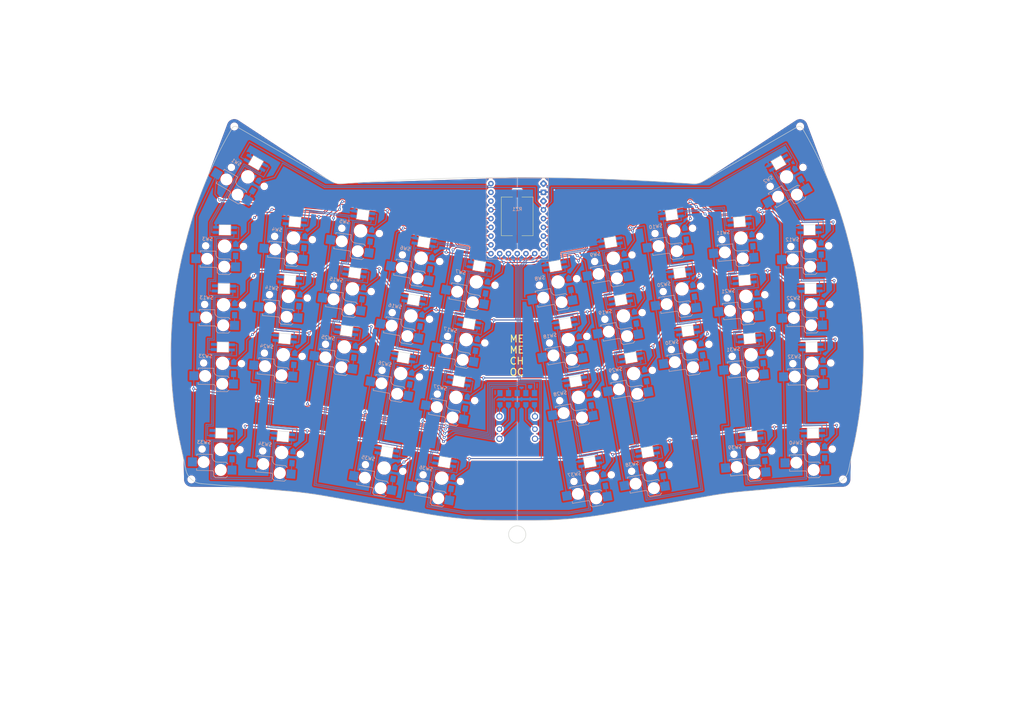
<source format=kicad_pcb>
(kicad_pcb (version 20221018) (generator pcbnew)
  (layers (0 "F.Cu" signal) (31 "B.Cu" signal) (34 "B.Paste" user) (35 "F.Paste" user) (36 "B.SilkS" user "B.Silkscreen") (37 "F.SilkS" user "F.Silkscreen") (38 "B.Mask" user) (39 "F.Mask" user) (44 "Edge.Cuts" user))
  (net 0 "")
  (net 1 "row0")
  (net 2 "Net-(D1-A)")
  (net 3 "row1")
  (net 4 "Net-(D2-A)")
  (net 5 "row2")
  (net 6 "Net-(D3-A)")
  (net 7 "row3")
  (net 8 "Net-(D4-A)")
  (net 9 "Net-(D5-A)")
  (net 10 "Net-(D6-A)")
  (net 11 "Net-(D7-A)")
  (net 12 "Net-(D8-A)")
  (net 13 "Net-(D9-A)")
  (net 14 "Net-(D10-A)")
  (net 15 "Net-(D11-A)")
  (net 16 "Net-(D12-A)")
  (net 17 "Net-(D13-A)")
  (net 18 "Net-(D14-A)")
  (net 19 "Net-(D15-A)")
  (net 20 "Net-(D16-A)")
  (net 21 "Net-(D17-A)")
  (net 22 "Net-(D18-A)")
  (net 23 "Net-(D19-A)")
  (net 24 "Net-(D20-A)")
  (net 25 "Net-(D21-A)")
  (net 26 "Net-(D22-A)")
  (net 27 "Net-(D23-A)")
  (net 28 "Net-(D24-A)")
  (net 29 "Net-(D25-A)")
  (net 30 "Net-(D26-A)")
  (net 31 "Net-(D27-A)")
  (net 32 "Net-(D28-A)")
  (net 33 "Net-(D29-A)")
  (net 34 "Net-(D30-A)")
  (net 35 "Net-(D31-A)")
  (net 36 "Net-(D32-A)")
  (net 37 "Net-(D33-A)")
  (net 38 "Net-(D34-A)")
  (net 39 "Net-(D35-A)")
  (net 40 "Net-(D36-A)")
  (net 41 "col0")
  (net 42 "col1")
  (net 43 "col2")
  (net 44 "col3")
  (net 45 "col4")
  (net 46 "col5")
  (net 47 "col6")
  (net 48 "col7")
  (net 49 "col8")
  (net 50 "col9")
  (net 51 "row4")
  (net 52 "Net-(D37-A)")
  (net 53 "Net-(D38-A)")
  (net 54 "Net-(D39-A)")
  (net 55 "Net-(D40-A)")
  (net 56 "VCC")
  (net 57 "Net-(D41-DOUT)")
  (net 58 "GND")
  (net 59 "LED")
  (net 60 "Net-(D42-DOUT)")
  (net 61 "Net-(D43-DOUT)")
  (net 62 "Net-(D44-DOUT)")
  (net 63 "Net-(D45-DOUT)")
  (net 64 "Net-(D46-DOUT)")
  (net 65 "Net-(D47-DOUT)")
  (net 66 "Net-(D48-DOUT)")
  (net 67 "Net-(D49-DOUT)")
  (net 68 "Net-(D50-DOUT)")
  (net 69 "Net-(D51-DOUT)")
  (net 70 "Net-(D53-DOUT)")
  (net 71 "Net-(D54-DOUT)")
  (net 72 "Net-(D55-DOUT)")
  (net 73 "Net-(D56-DOUT)")
  (net 74 "Net-(D57-DOUT)")
  (net 75 "Net-(D58-DOUT)")
  (net 76 "Net-(D59-DOUT)")
  (net 77 "Net-(D60-DOUT)")
  (net 78 "Net-(D61-DOUT)")
  (net 79 "Net-(D62-DOUT)")
  (net 80 "Net-(D63-DOUT)")
  (net 81 "Net-(D52-DOUT)")
  (net 82 "Net-(D64-DOUT)")
  (net 83 "Net-(D65-DOUT)")
  (net 84 "Net-(D66-DOUT)")
  (net 85 "Net-(D67-DOUT)")
  (net 86 "Net-(D68-DOUT)")
  (net 87 "Net-(D69-DOUT)")
  (net 88 "Net-(D73-DOUT)")
  (net 89 "Net-(D74-DOUT)")
  (net 90 "Net-(D75-DOUT)")
  (net 91 "Net-(D76-DOUT)")
  (net 92 "Net-(D77-DOUT)")
  (net 93 "Net-(D78-DOUT)")
  (net 94 "Net-(D79-DOUT)")
  (net 96 "Sound")
  (net 98 "Net-(D70-DOUT)")
  (net 99 "Net-(D71-DOUT)")
  (net 100 "Net-(D72-DOUT)")
  (net 101 "Net-(D81-K)")
  (net 102 "Net-(D82-K)")
  (net 103 "Net-(D83-K)")
  (net 104 "Net-(D84-K)")
  (net 105 "Net-(D85-K)")
  (net 106 "row5")
  (footprint "UWUmasterGatekeeperHusoLib:Buzzer_Mallory_AST1109MLTRQ" (layer "F.Cu") (at 150 62.700001 90)
    (fp_text reference "BZ1")
    (fp_text value "Buzzer")
  )
  (footprint "UWUmasterGatekeeperHusoLib:Kailh_socket_PG1350 LED Window ME Version V2" (layer "F.Cu") (at 197.804849 83.755141 8)
    (fp_text reference "SW20")
    (fp_text value "SW_Push")
  )
  (footprint "UWUmasterGatekeeperHusoLib:Kailh_socket_PG1350 LED Window ME Version V2" (layer "F.Cu") (at 82.131037 102.858206 -5)
    (fp_text reference "SW24")
    (fp_text value "SW_Push")
  )
  (footprint "UWUmasterGatekeeperHusoLib:Kailh_socket_PG1350 LED Window ME Version V2" (layer "F.Cu") (at 183.799549 108.333095 10)
    (fp_text reference "SW29")
    (fp_text value "SW_Push")
  )
  (footprint "UWUmasterGatekeeperHusoLib:Kailh_socket_PG1350 LED Window ME Version V2" (layer "F.Cu") (at 180.84753 91.591362 10)
    (fp_text reference "SW19")
    (fp_text value "SW_Push")
  )
  (footprint "UWUmasterGatekeeperHusoLib:Kailh_socket_PG1350 LED Window ME Version V2" (layer "F.Cu") (at 128.116957 138.662696 -10)
    (fp_text reference "SW36")
    (fp_text value "SW_Push")
  )
  (footprint "UWUmasterGatekeeperHusoLib:Kailh_socket_PG1350 LED Window ME Version V2" (layer "F.Cu") (at 122.105999 74.84723 -10)
    (fp_text reference "SW6")
    (fp_text value "SW_Push")
  )
  (footprint "UWUmasterGatekeeperHusoLib:Kailh_socket_PG1350 LED Window ME Version V2" (layer "F.Cu") (at 99.827948 100.59011 -8)
    (fp_text reference "SW25")
    (fp_text value "SW_Push")
  )
  (footprint "UWUmasterGatekeeperHusoLib:Kailh_socket_PG1350 LED Window ME Version V2" (layer "F.Cu") (at 71.832766 51.247652 -30)
    (fp_text reference "SW1")
    (fp_text value "SW_Push")
  )
  (footprint "UWUmasterGatekeeperHusoLib:Kailh_socket_PG1350 LED Window ME Version V2" (layer "F.Cu") (at 64.511346 105.35075 -1)
    (fp_text reference "SW23")
    (fp_text value "SW_Push")
  )
  (footprint "UWUmasterGatekeeperHusoLib:Kailh_socket_PG1350 LED Window ME Version V2" (layer "F.Cu") (at 102.193895 83.755555 -8)
    (fp_text reference "SW15")
    (fp_text value "SW_Push")
  )
  (footprint "UWUmasterGatekeeperHusoLib:Kailh_socket_PG1350 LED Window ME Version V2" (layer "F.Cu") (at 228.168361 51.249904 30)
    (fp_text reference "SW2")
    (fp_text value "SW_Push")
  )
  (footprint "UWUmasterGatekeeperHusoLib:Kailh_socket_PG1350 LED Window ME Version V2" (layer "F.Cu") (at 83.612684 85.922898 -5)
    (fp_text reference "SW14")
    (fp_text value "SW_Push")
  )
  (footprint "UWUmasterGatekeeperHusoLib:Kailh_socket_PG1350 LED Window ME Version V2" (layer "F.Cu") (at 214.904591 68.985453 5)
    (fp_text reference "SW11")
    (fp_text value "SW_Push")
  )
  (footprint "UWUmasterGatekeeperHusoLib:Kailh_socket_PG1350 LED Window ME Version V2" (layer "F.Cu") (at 218.365885 131.256075 5)
    (fp_text reference "SW39")
    (fp_text value "SW_Push")
  )
  (footprint "UWUmasterGatekeeperHusoLib:Kailh_socket_PG1350 LED Window ME Version V2" (layer "F.Cu") (at 188.625549 135.711093 10)
    (fp_text reference "SW38")
    (fp_text value "SW_Push")
  )
  (footprint "UWUmasterGatekeeperHusoLib:Kailh_socket_PG1350 LED Window ME Version V2" (layer "F.Cu") (at 235.488658 105.351058 1)
    (fp_text reference "SW32")
    (fp_text value "SW_Push")
  )
  (footprint "UWUmasterGatekeeperHusoLib:Kailh_socket_PG1350 LED Window ME Version V2" (layer "F.Cu") (at 64.074339 130.333748 -1)
    (fp_text reference "SW33")
    (fp_text value "SW_Push")
  )
  (footprint "UWUmasterGatekeeperHusoLib:Kailh_socket_PG1350 LED Window ME Version V2" (layer "F.Cu") (at 64.808031 88.353343 -1)
    (fp_text reference "SW13")
    (fp_text value "SW_Push")
  )
  (footprint "UWUmasterGatekeeperHusoLib:Kailh_socket_PG1350 LED Window ME Version V2" (layer "F.Cu") (at 116.201958 108.330694 -10)
    (fp_text reference "SW26")
    (fp_text value "SW_Push")
  )
  (footprint "UWUmasterGatekeeperHusoLib:Kailh_socket_PG1350 LED Window ME Version V2" (layer "F.Cu") (at 164.798087 98.484295 10)
    (fp_text reference "SW18")
    (fp_text value "SW_Push")
  )
  (footprint "UWUmasterGatekeeperHusoLib:Kailh_socket_PG1350 LED Window ME Version V2" (layer "F.Cu") (at 234.895277 71.356243 1)
    (fp_text reference "SW12")
    (fp_text value "SW_Push")
  )
  (footprint "UWUmasterGatekeeperHusoLib:Kailh_socket_PG1350 LED Window ME Version V2" (layer "F.Cu") (at 119.153978 91.588963 -10)
    (fp_text reference "SW16")
    (fp_text value "SW_Push")
  )
  (footprint "UWUmasterGatekeeperHusoLib:Kailh_socket_PG1350 LED Window ME Version V2" (layer "F.Cu") (at 65.104723 71.355933 -1)
    (fp_text reference "SW3")
    (fp_text value "SW_Push")
  )
  (footprint "UWUmasterGatekeeperHusoLib:Kailh_socket_PG1350 LED Window ME Version V2" (layer "F.Cu") (at 135.200976 98.481965 -10)
    (fp_text reference "SW17")
    (fp_text value "SW_Push")
  )
  (footprint "UWUmasterGatekeeperHusoLib:Kailh_socket_PG1350 LED Window ME Version V2" (layer "F.Cu") (at 235.924656 130.332064 1)
    (fp_text reference "SW40")
    (fp_text value "SW_Push")
  )
  (footprint "UWUmasterGatekeeperHusoLib:Kailh_socket_PG1350 LED Window ME Version V2" (layer "F.Cu") (at 195.438903 66.920581 8)
    (fp_text reference "SW10")
    (fp_text value "SW_Push")
  )
  (footprint "UWUmasterGatekeeperHusoLib:Kailh_socket_PG1350 LED Window ME Version V2" (layer "F.Cu") (at 111.374957 135.710695 -10)
    (fp_text reference "SW35")
    (fp_text value "SW_Push")
  )
  (footprint "UWUmasterGatekeeperHusoLib:Kailh_socket_PG1350 LED Window ME Version V2" (layer "F.Cu") (at 235.19197 88.353655 1)
    (fp_text reference "SW22")
    (fp_text value "SW_Push")
  )
  (footprint "UWUmasterGatekeeperHusoLib:Kailh_socket_PG1350 LED Window ME Version V2" (layer "F.Cu") (at 200.17079 100.589699 8)
    (fp_text reference "SW30")
    (fp_text value "SW_Push")
  )
  (footprint "UWUmasterGatekeeperHusoLib:5Way-non-reverse no silk" (layer "F.Cu") (at 150 124)
    (fp_text reference "HAT1" hide)
    (fp_text value "5Way-Tactile_K1-1506DN-01")
  )
  (footprint "UWUmasterGatekeeperHusoLib:Kailh_socket_PG1350 LED Window ME Version V2" (layer "F.Cu") (at 138.153 81.740229 -10)
    (fp_text reference "SW7")
    (fp_text value "SW_Push")
  )
  (footprint "UWUmasterGatekeeperHusoLib:Kailh_socket_PG1350 LED Window ME Version V2" (layer "F.Cu") (at 177.895511 74.849629 10)
    (fp_text reference "SW9")
    (fp_text value "SW_Push")
  )
  (footprint "UWUmasterGatekeeperHusoLib:Kailh_socket_PG1350 LED Window ME Version V2" (layer "F.Cu") (at 81.635038 131.251205 -5)
    (fp_text reference "SW34")
    (fp_text value "SW_Push")
  )
  (footprint "UWUmasterGatekeeperHusoLib:Kailh_socket_PG1350 LED Window ME Version V2" (layer "F.Cu") (at 217.86789 102.856075 5)
    (fp_text reference "SW31")
    (fp_text value "SW_Push")
  )
  (footprint "UWUmasterGatekeeperHusoLib:Kailh_socket_PG1350 LED Window ME Version V2" (layer "F.Cu") (at 104.559839 66.921001 -8)
    (fp_text reference "SW5")
    (fp_text value "SW_Push")
  )
  (footprint "UWUmasterGatekeeperHusoLib:Kailh_socket_PG1350 LED Window ME Version V2" (layer "F.Cu") (at 85.094328 68.987587 -5)
    (fp_text reference "SW4")
    (fp_text value "SW_Push")
  )
  (footprint "UWUmasterGatekeeperHusoLib:Kailh_socket_PG1350 LED Window ME Version V2" (layer "F.Cu") (at 171.884104 138.663031 10)
    (fp_text reference "SW37")
    (fp_text value "SW_Push")
  )
  (footprint "UWUmasterGatekeeperHusoLib:Kailh_socket_PG1350 LED Window ME Version V2" (layer "F.Cu") (at 167.750107 115.226031 10)
    (fp_text reference "SW28")
    (fp_text value "SW_Push")
  )
  (footprint "UWUmasterGatekeeperHusoLib:Kailh_socket_PG1350 LED Window ME Version V2" (layer "F.Cu") (at 161.846069 81.742568 10)
    (fp_text reference "SW8")
    (fp_text value "SW_Push")
  )
  (footprint "UWUmasterGatekeeperHusoLib:Kailh_socket_PG1350 LED Window ME Version V2" (layer "F.Cu") (at 132.248962 115.223699 -10)
    (fp_text reference "SW27")
    (fp_text value "SW_Push")
  )
  (footprint "UWUmasterGatekeeperHusoLib:Kailh_socket_PG1350 LED Window ME Version V2" (layer "F.Cu") (at 216.386239 85.920765 5)
    (fp_text reference "SW21")
    (fp_text value "SW_Push")
  )
  (footprint "UWUmasterGatekeeperHusoLib:Diode_SOD123 triangle clean" (layer "B.Cu") (at 175.308048 139.263375 -80)
    (fp_text reference "D37" hide)
    (fp_text value "D_Small" hide)
  )
  (footprint "UWUmasterGatekeeperHusoLib:SK6812-MINI-E mit LED v2 ohne silk LED FRAME" (layer "B.Cu") (at 235.839493 125.63261 -179)
    (fp_text reference "D76")
    (fp_text value "SK6812MINI-E" hide)
    (fp_line (start -1.7 -1.5) (end -1.7 1.5) (stroke (width 0.12)) (layer "Edge.Cuts"))
    (fp_line (start -1.7 1.5) (end 1.7 1.5) (stroke (width 0.12)) (layer "Edge.Cuts"))
    (fp_line (start 1.7 -1.5) (end -1.7 -1.5) (stroke (width 0.12)) (layer "Edge.Cuts"))
    (fp_line (start 1.7 1.5) (end 1.7 -1.5) (stroke (width 0.12)) (layer "Edge.Cuts"))
  )
  (footprint "UWUmasterGatekeeperHusoLib:SK6812-MINI-E mit LED v2 ohne silk LED FRAME" (layer "B.Cu") (at 215.97176 81.237646 -175)
    (fp_text reference "D73")
    (fp_text value "SK6812MINI-E" hide)
    (fp_line (start -1.7 -1.5) (end -1.7 1.5) (stroke (width 0.12)) (layer "Edge.Cuts"))
    (fp_line (start -1.7 1.5) (end 1.7 1.5) (stroke (width 0.12)) (layer "Edge.Cuts"))
    (fp_line (start 1.7 -1.5) (end -1.7 -1.5) (stroke (width 0.12)) (layer "Edge.Cuts"))
    (fp_line (start 1.7 1.5) (end 1.7 -1.5) (stroke (width 0.12)) (layer "Edge.Cuts"))
  )
  (footprint "UWUmasterGatekeeperHusoLib:SK6812-MINI-E mit LED v2 ohne silk LED FRAME" (layer "B.Cu") (at 112.190999 131.071 170)
    (fp_text reference "D53")
    (fp_text value "SK6812MINI-E" hide)
    (fp_line (start -1.7 -1.5) (end -1.7 1.5) (stroke (width 0.12)) (layer "Edge.Cuts"))
    (fp_line (start -1.7 1.5) (end 1.7 1.5) (stroke (width 0.12)) (layer "Edge.Cuts"))
    (fp_line (start 1.7 -1.5) (end -1.7 -1.5) (stroke (width 0.12)) (layer "Edge.Cuts"))
    (fp_line (start 1.7 1.5) (end 1.7 -1.5) (stroke (width 0.12)) (layer "Edge.Cuts"))
  )
  (footprint "UWUmasterGatekeeperHusoLib:Diode_SOD123 triangle clean" (layer "B.Cu") (at 125.009291 76.379599 -100)
    (fp_text reference "D6" hide)
    (fp_text value "D_Small" hide)
  )
  (footprint "UWUmasterGatekeeperHusoLib:SK6812-MINI-E mit LED v2 ohne silk LED FRAME" (layer "B.Cu") (at 182.98857 103.704351 -170)
    (fp_text reference "D67")
    (fp_text value "SK6812MINI-E" hide)
    (fp_line (start -1.7 -1.5) (end -1.7 1.5) (stroke (width 0.12)) (layer "Edge.Cuts"))
    (fp_line (start -1.7 1.5) (end 1.7 1.5) (stroke (width 0.12)) (layer "Edge.Cuts"))
    (fp_line (start 1.7 -1.5) (end -1.7 -1.5) (stroke (width 0.12)) (layer "Edge.Cuts"))
    (fp_line (start 1.7 1.5) (end 1.7 -1.5) (stroke (width 0.12)) (layer "Edge.Cuts"))
  )
  (footprint "UWUmasterGatekeeperHusoLib:SK6812-MINI-E mit LED v2 ohne silk LED FRAME" (layer "B.Cu") (at 177.08176 70.224003 -170)
    (fp_text reference "D65")
    (fp_text value "SK6812MINI-E" hide)
    (fp_line (start -1.7 -1.5) (end -1.7 1.5) (stroke (width 0.12)) (layer "Edge.Cuts"))
    (fp_line (start -1.7 1.5) (end 1.7 1.5) (stroke (width 0.12)) (layer "Edge.Cuts"))
    (fp_line (start 1.7 -1.5) (end -1.7 -1.5) (stroke (width 0.12)) (layer "Edge.Cuts"))
    (fp_line (start 1.7 1.5) (end 1.7 -1.5) (stroke (width 0.12)) (layer "Edge.Cuts"))
  )
  (footprint "UWUmasterGatekeeperHusoLib:Diode_SOD123 triangle clean" (layer "B.Cu") (at 155 115.7 90)
    (fp_text reference "D85" hide)
    (fp_text value "D_Small" hide)
  )
  (footprint "UWUmasterGatekeeperHusoLib:Diode_SOD123 triangle clean" (layer "B.Cu") (at 105.219138 85.094261 -98)
    (fp_text reference "D15" hide)
    (fp_text value "D_Small" hide)
  )
  (footprint "UWUmasterGatekeeperHusoLib:Diode_SOD123 triangle clean" (layer "B.Cu") (at 86.795338 87.08793 -95)
    (fp_text reference "D14" hide)
    (fp_text value "D_Small" hide)
  )
  (footprint "UWUmasterGatekeeperHusoLib:SK6812-MINI-E mit LED v2 ohne silk LED FRAME" (layer "B.Cu") (at 217.456075 98.167095 -175)
    (fp_text reference "D74")
    (fp_text value "SK6812MINI-E" hide)
    (fp_line (start -1.7 -1.5) (end -1.7 1.5) (stroke (width 0.12)) (layer "Edge.Cuts"))
    (fp_line (start -1.7 1.5) (end 1.7 1.5) (stroke (width 0.12)) (layer "Edge.Cuts"))
    (fp_line (start 1.7 -1.5) (end -1.7 -1.5) (stroke (width 0.12)) (layer "Edge.Cuts"))
    (fp_line (start 1.7 1.5) (end 1.7 -1.5) (stroke (width 0.12)) (layer "Edge.Cuts"))
  )
  (footprint "UWUmasterGatekeeperHusoLib:Diode_SOD123 triangle clean" (layer "B.Cu") (at 147.5 115.7 90)
    (fp_text reference "D82" hide)
    (fp_text value "D_Small" hide)
  )
  (footprint "UWUmasterGatekeeperHusoLib:Diode_SOD123 triangle clean" (layer "B.Cu") (at 68.318136 72.491682 -91)
    (fp_text reference "D3" hide)
    (fp_text value "D_Small" hide)
  )
  (footprint "UWUmasterGatekeeperHusoLib:Diode_SOD123 triangle clean" (layer "B.Cu") (at 203.578631 101.339672 -82)
    (fp_text reference "D30" hide)
    (fp_text value "D_Small" hide)
  )
  (footprint "UWUmasterGatekeeperHusoLib:SK6812-MINI-E mit LED v2 ohne silk LED FRAME" (layer "B.Cu") (at 74.182009 47.176482 150)
    (fp_text reference "D41")
    (fp_text value "SK6812MINI-E" hide)
    (fp_line (start -1.7 -1.5) (end -1.7 1.5) (stroke (width 0.12)) (layer "Edge.Cuts"))
    (fp_line (start -1.7 1.5) (end 1.7 1.5) (stroke (width 0.12)) (layer "Edge.Cuts"))
    (fp_line (start 1.7 -1.5) (end -1.7 -1.5) (stroke (width 0.12)) (layer "Edge.Cuts"))
    (fp_line (start 1.7 1.5) (end 1.7 -1.5) (stroke (width 0.12)) (layer "Edge.Cuts"))
  )
  (footprint "UWUmasterGatekeeperHusoLib:SK6812-MINI-E mit LED v2 ohne silk LED FRAME" (layer "B.Cu") (at 235.108489 83.654608 -179)
    (fp_text reference "D78")
    (fp_text value "SK6812MINI-E" hide)
    (fp_line (start -1.7 -1.5) (end -1.7 1.5) (stroke (width 0.12)) (layer "Edge.Cuts"))
    (fp_line (start -1.7 1.5) (end 1.7 1.5) (stroke (width 0.12)) (layer "Edge.Cuts"))
    (fp_line (start 1.7 -1.5) (end -1.7 -1.5) (stroke (width 0.12)) (layer "Edge.Cuts"))
    (fp_line (start 1.7 1.5) (end 1.7 -1.5) (stroke (width 0.12)) (layer "Edge.Cuts"))
  )
  (footprint "UWUmasterGatekeeperHusoLib:Diode_SOD123 triangle clean" (layer "B.Cu") (at 152.5 115.700004 90)
    (fp_text reference "D84" hide)
    (fp_text value "D_Small" hide)
  )
  (footprint "UWUmasterGatekeeperHusoLib:Diode_SOD123 triangle clean" (layer "B.Cu") (at 198.863668 67.790958 -82)
    (fp_text reference "D10" hide)
    (fp_text value "D_Small" hide)
  )
  (footprint "UWUmasterGatekeeperHusoLib:Diode_SOD123 triangle clean" (layer "B.Cu") (at 218.245635 69.704904 -85)
    (fp_text reference "D11" hide)
    (fp_text value "D_Small" hide)
  )
  (footprint "UWUmasterGatekeeperHusoLib:Diode_SOD123 triangle clean" (layer "B.Cu") (at 67.720547 106.727468 -91)
    (fp_text reference "D23" hide)
    (fp_text value "D_Small" hide)
  )
  (footprint "UWUmasterGatekeeperHusoLib:SK6812-MINI-E mit LED v2 ohne silk LED FRAME" (layer "B.Cu") (at 122.924569 70.213644 170)
    (fp_text reference "D56")
    (fp_text value "SK6812MINI-E" hide)
    (fp_line (start -1.7 -1.5) (end -1.7 1.5) (stroke (width 0.12)) (layer "Edge.Cuts"))
    (fp_line (start -1.7 1.5) (end 1.7 1.5) (stroke (width 0.12)) (layer "Edge.Cuts"))
    (fp_line (start 1.7 -1.5) (end -1.7 -1.5) (stroke (width 0.12)) (layer "Edge.Cuts"))
    (fp_line (start 1.7 1.5) (end 1.7 -1.5) (stroke (width 0.12)) (layer "Edge.Cuts"))
  )
  (footprint "UWUmasterGatekeeperHusoLib:SK6812-MINI-E mit LED v2 ohne silk LED FRAME" (layer "B.Cu") (at 194.794738 62.267003 -172)
    (fp_text reference "D71")
    (fp_text value "SK6812MINI-E" hide)
    (fp_line (start -1.7 -1.5) (end -1.7 1.5) (stroke (width 0.12)) (layer "Edge.Cuts"))
    (fp_line (start -1.7 1.5) (end 1.7 1.5) (stroke (width 0.12)) (layer "Edge.Cuts"))
    (fp_line (start 1.7 -1.5) (end -1.7 -1.5) (stroke (width 0.12)) (layer "Edge.Cuts"))
    (fp_line (start 1.7 1.5) (end 1.7 -1.5) (stroke (width 0.12)) (layer "Edge.Cuts"))
  )
  (footprint "UWUmasterGatekeeperHusoLib:SK6812-MINI-E mit LED v2 ohne silk LED FRAME" (layer "B.Cu") (at 180.030757 86.968999 -170)
    (fp_text reference "D66")
    (fp_text value "SK6812MINI-E" hide)
    (fp_line (start -1.7 -1.5) (end -1.7 1.5) (stroke (width 0.12)) (layer "Edge.Cuts"))
    (fp_line (start -1.7 1.5) (end 1.7 1.5) (stroke (width 0.12)) (layer "Edge.Cuts"))
    (fp_line (start 1.7 -1.5) (end -1.7 -1.5) (stroke (width 0.12)) (layer "Edge.Cuts"))
    (fp_line (start 1.7 1.5) (end 1.7 -1.5) (stroke (width 0.12)) (layer "Edge.Cuts"))
  )
  (footprint "UWUmasterGatekeeperHusoLib:SK6812-MINI-E mit LED v2 ohne silk LED FRAME" (layer "B.Cu") (at 197.147733 79.098005 -172)
    (fp_text reference "D70")
    (fp_text value "SK6812MINI-E" hide)
    (fp_line (start -1.7 -1.5) (end -1.7 1.5) (stroke (width 0.12)) (layer "Edge.Cuts"))
    (fp_line (start -1.7 1.5) (end 1.7 1.5) (stroke (width 0.12)) (layer "Edge.Cuts"))
    (fp_line (start 1.7 -1.5) (end -1.7 -1.5) (stroke (width 0.12)) (layer "Edge.Cuts"))
    (fp_line (start 1.7 1.5) (end 1.7 -1.5) (stroke (width 0.12)) (layer "Edge.Cuts"))
  )
  (footprint "UWUmasterGatekeeperHusoLib:SK6812-MINI-E mit LED v2 ohne silk LED FRAME" (layer "B.Cu") (at 136.022002 93.850002 170)
    (fp_text reference "D58")
    (fp_text value "SK6812MINI-E" hide)
    (fp_line (start -1.7 -1.5) (end -1.7 1.5) (stroke (width 0.12)) (layer "Edge.Cuts"))
    (fp_line (start -1.7 1.5) (end 1.7 1.5) (stroke (width 0.12)) (layer "Edge.Cuts"))
    (fp_line (start 1.7 -1.5) (end -1.7 -1.5) (stroke (width 0.12)) (layer "Edge.Cuts"))
    (fp_line (start 1.7 1.5) (end 1.7 -1.5) (stroke (width 0.12)) (layer "Edge.Cuts"))
  )
  (footprint "UWUmasterGatekeeperHusoLib:SK6812-MINI-E mit LED v2 ohne silk LED FRAME" (layer "B.Cu") (at 102.849118 79.100065 172)
    (fp_text reference "D51")
    (fp_text value "SK6812MINI-E" hide)
    (fp_line (start -1.7 -1.5) (end -1.7 1.5) (stroke (width 0.12)) (layer "Edge.Cuts"))
    (fp_line (start -1.7 1.5) (end 1.7 1.5) (stroke (width 0.12)) (layer "Edge.Cuts"))
    (fp_line (start 1.7 -1.5) (end -1.7 -1.5) (stroke (width 0.12)) (layer "Edge.Cuts"))
    (fp_line (start 1.7 1.5) (end 1.7 -1.5) (stroke (width 0.12)) (layer "Edge.Cuts"))
  )
  (footprint "UWUmasterGatekeeperHusoLib:Diode_SOD123 triangle clean" (layer "B.Cu") (at 238.767336 106.179797 -89)
    (fp_text reference "D32" hide)
    (fp_text value "D_Small" hide)
  )
  (footprint "UWUmasterGatekeeperHusoLib:SK6812-MINI-E mit LED v2 ohne silk LED FRAME" (layer "B.Cu") (at 105.216 62.261005 172)
    (fp_text reference "D50")
    (fp_text value "SK6812MINI-E" hide)
    (fp_line (start -1.7 -1.5) (end -1.7 1.5) (stroke (width 0.12)) (layer "Edge.Cuts"))
    (fp_line (start -1.7 1.5) (end 1.7 1.5) (stroke (width 0.12)) (layer "Edge.Cuts"))
    (fp_line (start 1.7 -1.5) (end -1.7 -1.5) (stroke (width 0.12)) (layer "Edge.Cuts"))
    (fp_line (start 1.7 1.5) (end 1.7 -1.5) (stroke (width 0.12)) (layer "Edge.Cuts"))
  )
  (footprint "UWUmasterGatekeeperHusoLib:SK6812-MINI-E mit LED v2 ohne silk LED FRAME" (layer "B.Cu") (at 225.821013 47.176515 -150)
    (fp_text reference "D80")
    (fp_text value "SK6812MINI-E" hide)
    (fp_line (start -1.7 -1.5) (end -1.7 1.5) (stroke (width 0.12)) (layer "Edge.Cuts"))
    (fp_line (start -1.7 1.5) (end 1.7 1.5) (stroke (width 0.12)) (layer "Edge.Cuts"))
    (fp_line (start 1.7 -1.5) (end -1.7 -1.5) (stroke (width 0.12)) (layer "Edge.Cuts"))
    (fp_line (start 1.7 1.5) (end 1.7 -1.5) (stroke (width 0.12)) (layer "Edge.Cuts"))
  )
  (footprint "UWUmasterGatekeeperHusoLib:Diode_SOD123 triangle clean" (layer "B.Cu") (at 102.839269 102.027894 -98)
    (fp_text reference "D25" hide)
    (fp_text value "D_Small" hide)
  )
  (footprint "UWUmasterGatekeeperHusoLib:SK6812-MINI-E mit LED v2 ohne silk LED FRAME" (layer "B.Cu") (at 187.819762 131.096997 -170)
    (fp_text reference "D68")
    (fp_text value "SK6812MINI-E" hide)
    (fp_line (start -1.7 -1.5) (end -1.7 1.5) (stroke (width 0.12)) (layer "Edge.Cuts"))
    (fp_line (start -1.7 1.5) (end 1.7 1.5) (stroke (width 0.12)) (layer "Edge.Cuts"))
    (fp_line (start 1.7 -1.5) (end -1.7 -1.5) (stroke (width 0.12)) (layer "Edge.Cuts"))
    (fp_line (start 1.7 1.5) (end 1.7 -1.5) (stroke (width 0.12)) (layer "Edge.Cuts"))
  )
  (footprint "UWUmasterGatekeeperHusoLib:RP2040-Zero mittig" (layer "B.Cu") (at 149.999996 73.01 180)
    (fp_text reference "RZ1")
    (fp_text value "RP2040-Zero")
  )
  (footprint "UWUmasterGatekeeperHusoLib:SK6812-MINI-E mit LED v2 ohne silk LED FRAME" (layer "B.Cu") (at 138.973566 77.110647 170)
    (fp_text reference "D57")
    (fp_text value "SK6812MINI-E" hide)
    (fp_line (start -1.7 -1.5) (end -1.7 1.5) (stroke (width 0.12)) (layer "Edge.Cuts"))
    (fp_line (start -1.7 1.5) (end 1.7 1.5) (stroke (width 0.12)) (layer "Edge.Cuts"))
    (fp_line (start 1.7 -1.5) (end -1.7 -1.5) (stroke (width 0.12)) (layer "Edge.Cuts"))
    (fp_line (start 1.7 1.5) (end 1.7 -1.5) (stroke (width 0.12)) (layer "Edge.Cuts"))
  )
  (footprint "UWUmasterGatekeeperHusoLib:Diode_SOD123 triangle clean" (layer "B.Cu") (at 238.172647 72.109985 -89)
    (fp_text reference "D12" hide)
    (fp_text value "D_Small" hide)
  )
  (footprint "UWUmasterGatekeeperHusoLib:Diode_SOD123 triangle clean" (layer "B.Cu") (at 107.572759 68.347379 -98)
    (fp_text reference "D5" hide)
    (fp_text value "D_Small" hide)
  )
  (footprint "UWUmasterGatekeeperHusoLib:SK6812-MINI-E mit LED v2 ohne silk LED FRAME" (layer "B.Cu") (at 64.892309 83.650158 179)
    (fp_text reference "D43")
    (fp_text value "SK6812MINI-E" hide)
    (fp_line (start -1.7 -1.5) (end -1.7 1.5) (stroke (width 0.12)) (layer "Edge.Cuts"))
    (fp_line (start -1.7 1.5) (end 1.7 1.5) (stroke (width 0.12)) (layer "Edge.Cuts"))
    (fp_line (start 1.7 -1.5) (end -1.7 -1.5) (stroke (width 0.12)) (layer "Edge.Cuts"))
    (fp_line (start 1.7 1.5) (end 1.7 -1.5) (stroke (width 0.12)) (layer "Edge.Cuts"))
  )
  (footprint "UWUmasterGatekeeperHusoLib:Diode_SOD123 triangle clean" (layer "B.Cu") (at 141.107787 83.417468 -100)
    (fp_text reference "D7" hide)
    (fp_text value "D_Small" hide)
  )
  (footprint "UWUmasterGatekeeperHusoLib:Diode_SOD123 triangle clean" (layer "B.Cu") (at 181.306464 75.290869 -80)
    (fp_text reference "D9" hide)
    (fp_text value "D_Small" hide)
  )
  (footprint "UWUmasterGatekeeperHusoLib:SK6812-MINI-E mit LED v2 ohne silk LED FRAME" (layer "B.Cu") (at 133.061571 110.585648 170)
    (fp_text reference "D59")
    (fp_text value "SK6812MINI-E" hide)
    (fp_line (start -1.7 -1.5) (end -1.7 1.5) (stroke (width 0.12)) (layer "Edge.Cuts"))
    (fp_line (start -1.7 1.5) (end 1.7 1.5) (stroke (width 0.12)) (layer "Edge.Cuts"))
    (fp_line (start 1.7 -1.5) (end -1.7 -1.5) (stroke (width 0.12)) (layer "Edge.Cuts"))
    (fp_line (start 1.7 1.5) (end 1.7 -1.5) (stroke (width 0.12)) (layer "Edge.Cuts"))
  )
  (footprint "UWUmasterGatekeeperHusoLib:Diode_SOD123 triangle clean" (layer "B.Cu") (at 239.206649 131.172938 -90)
    (fp_text reference "D40" hide)
    (fp_text value "D_Small" hide)
  )
  (footprint "UWUmasterGatekeeperHusoLib:SK6812-MINI-E mit LED v2 ohne silk LED FRAME" (layer "B.Cu") (at 171.062039 134.018564 -170)
    (fp_text reference "D61")
    (fp_text value "SK6812MINI-E" hide)
    (fp_line (start -1.7 -1.5) (end -1.7 1.5) (stroke (width 0.12)) (layer "Edge.Cuts"))
    (fp_line (start -1.7 1.5) (end 1.7 1.5) (stroke (width 0.12)) (layer "Edge.Cuts"))
    (fp_line (start 1.7 -1.5) (end -1.7 -1.5) (stroke (width 0.12)) (layer "Edge.Cuts"))
    (fp_line (start 1.7 1.5) (end 1.7 -1.5) (stroke (width 0.12)) (layer "Edge.Cuts"))
  )
  (footprint "UWUmasterGatekeeperHusoLib:SK6812-MINI-E mit LED v2 ohne silk LED FRAME" (layer "B.Cu") (at 128.929569 134.03265 170)
    (fp_text reference "D60")
    (fp_text value "SK6812MINI-E" hide)
    (fp_line (start -1.7 -1.5) (end -1.7 1.5) (stroke (width 0.12)) (layer "Edge.Cuts"))
    (fp_line (start -1.7 1.5) (end 1.7 1.5) (stroke (width 0.12)) (layer "Edge.Cuts"))
    (fp_line (start 1.7 -1.5) (end -1.7 -1.5) (stroke (width 0.12)) (layer "Edge.Cuts"))
    (fp_line (start 1.7 1.5) (end 1.7 -1.5) (stroke (width 0.12)) (layer "Edge.Cuts"))
  )
  (footprint "UWUmasterGatekeeperHusoLib:Diode_SOD123 triangle clean" (layer "B.Cu") (at 231.466883 50.465723 -60)
    (fp_text reference "D2" hide)
    (fp_text value "D_Small" hide)
  )
  (footprint "UWUmasterGatekeeperHusoLib:Diode_SOD123 triangle clean" (layer "B.Cu") (at 138.178543 100.030038 -100)
    (fp_text reference "D17" hide)
    (fp_text value "D_Small" hide)
  )
  (footprint "UWUmasterGatekeeperHusoLib:Diode_SOD123 triangle clean" (layer "B.Cu") (at 221.210623 103.594884 -85)
    (fp_text reference "D31" hide)
    (fp_text value "D_Small" hide)
  )
  (footprint "UWUmasterGatekeeperHusoLib:SK6812-MINI-E mit LED v2 ohne silk LED FRAME" (layer "B.Cu") (at 235.41231 100.64484 -179)
    (fp_text reference "D77")
    (fp_text value "SK6812MINI-E" hide)
    (fp_line (start -1.7 -1.5) (end -1.7 1.5) (stroke (width 0.12)) (layer "Edge.Cuts"))
    (fp_line (start -1.7 1.5) (end 1.7 1.5) (stroke (width 0.12)) (layer "Edge.Cuts"))
    (fp_line (start 1.7 -1.5) (end -1.7 -1.5) (stroke (width 0.12)) (layer "Edge.Cuts"))
    (fp_line (start 1.7 1.5) (end 1.7 -1.5) (stroke (width 0.12)) (layer "Edge.Cuts"))
  )
  (footprint "UWUmasterGatekeeperHusoLib:Diode_SOD123 triangle clean" (layer "B.Cu") (at 219.724599 86.609586 -85)
    (fp_text reference "D21" hide)
    (fp_text value "D_Small" hide)
  )
  (footprint "UWUmasterGatekeeperHusoLib:Diode_SOD123 triangle clean" (layer "B.Cu") (at 165.284206 82.415342 -80)
    (fp_text reference "D8" hide)
    (fp_text value "D_Small" hide)
  )
  (footprint "UWUmasterGatekeeperHusoLib:Diode_SOD123 triangle clean" (layer "B.Cu") (at 238.474258 89.389359 -89)
    (fp_text reference "D22" hide)
    (fp_text value "D_Small" hide)
  )
  (footprint "UWUmasterGatekeeperHusoLib:SK6812-MINI-E mit LED v2 ohne silk LED FRAME" (layer "B.Cu") (at 161.033564 77.112349 -170)
    (fp_text reference "D64")
    (fp_text value "SK6812MINI-E" hide)
    (fp_line (start -1.7 -1.5) (end -1.7 1.5) (stroke (width 0.12)) (layer "Edge.Cuts"))
    (fp_line (start -1.7 1.5) (end 1.7 1.5) (stroke (width 0.12)) (layer "Edge.Cuts"))
    (fp_line (start 1.7 -1.5) (end -1.7 -1.5) (stroke (width 0.12)) (layer "Edge.Cuts"))
    (fp_line (start 1.7 1.5) (end 1.7 -1.5) (stroke (width 0.12)) (layer "Edge.Cuts"))
  )
  (footprint "UWUmasterGatekeeperHusoLib:Diode_SOD123 triangle clean" (layer "B.Cu") (at 74.1135 53.857103 -120)
    (fp_text reference "D1" hide)
    (fp_text value "D_Small" hide)
  )
  (footprint "UWUmasterGatekeeperHusoLib:SK6812-MINI-E mit LED v2 ohne silk LED FRAME" (layer "B.Cu") (at 119.972001 86.951999 170)
    (fp_text reference "D55")
    (fp_text value "SK6812MINI-E" hide)
    (fp_line (start -1.7 -1.5) (end -1.7 1.5) (stroke (width 0.12)) (layer "Edge.Cuts"))
    (fp_line (start -1.7 1.5) (end 1.7 1.5) (stroke (width 0.12)) (layer "Edge.Cuts"))
    (fp_line (start 1.7 -1.5) (end -1.7 -1.5) (stroke (width 0.12)) (layer "Edge.Cuts"))
    (fp_line (start 1.7 1.5) (end 1.7 -1.5) (stroke (width 0.12)) (layer "Edge.Cuts"))
  )
  (footprint "UWUmasterGatekeeperHusoLib:SK6812-MINI-E mit LED v2 ohne silk LED FRAME" (layer "B.Cu") (at 64.158998 125.633002 179)
    (fp_text reference "D45")
    (fp_text value "SK6812MINI-E" hide)
    (fp_line (start -1.7 -1.5) (end -1.7 1.5) (stroke (width 0.12)) (layer "Edge.Cuts"))
    (fp_line (start -1.7 1.5) (end 1.7 1.5) (stroke (width 0.12)) (layer "Edge.Cuts"))
    (fp_line (start 1.7 -1.5) (end -1.7 -1.5) (stroke (width 0.12)) (layer "Edge.Cuts"))
    (fp_line (start 1.7 1.5) (end 1.7 -1.5) (stroke (width 0.12)) (layer "Edge.Cuts"))
  )
  (footprint "UWUmasterGatekeeperHusoLib:SK6812-MINI-E mit LED v2 ohne silk LED FRAME" (layer "B.Cu") (at 100.480002 95.918993 172)
    (fp_text reference "D52")
    (fp_text value "SK6812MINI-E" hide)
    (fp_line (start -1.7 -1.5) (end -1.7 1.5) (stroke (width 0.12)) (layer "Edge.Cuts"))
    (fp_line (start -1.7 1.5) (end 1.7 1.5) (stroke (width 0.12)) (layer "Edge.Cuts"))
    (fp_line (start 1.7 -1.5) (end -1.7 -1.5) (stroke (width 0.12)) (layer "Edge.Cuts"))
    (fp_line (start 1.7 1.5) (end 1.7 -1.5) (stroke (width 0.12)) (layer "Edge.Cuts"))
  )
  (footprint "UWUmasterGatekeeperHusoLib:Diode_SOD123 triangle clean" (layer "B.Cu") (at 122.087044 92.952492 -100)
    (fp_text reference "D16" hide)
    (fp_text value "D_Small" hide)
  )
  (footprint "UWUmasterGatekeeperHusoLib:Diode_SOD123 triangle clean" (layer "B.Cu") (at 131.114189 140.093979 -100)
    (fp_text reference "D36" hide)
    (fp_text value "D_Small" hide)
  )
  (footprint "UWUmasterGatekeeperHusoLib:SK6812-MINI-E mit LED v2 ohne silk LED FRAME" (layer "B.Cu") (at 84.024002 81.238 175)
    (fp_text reference "D48")
    (fp_text value "SK6812MINI-E" hide)
    (fp_line (start -1.7 -1.5) (end -1.7 1.5) (stroke (width 0.12)) (layer "Edge.Cuts"))
    (fp_line (start -1.7 1.5) (end 1.7 1.5) (stroke (width 0.12)) (layer "Edge.Cuts"))
    (fp_line (start 1.7 -1.5) (end -1.7 -1.5) (stroke (width 0.12)) (layer "Edge.Cuts"))
    (fp_line (start 1.7 1.5) (end 1.7 -1.5) (stroke (width 0.12)) (layer "Edge.Cuts"))
  )
  (footprint "UWUmasterGatekeeperHusoLib:SK6812-MINI-E mit LED v2 ohne silk LED FRAME" (layer "B.Cu") (at 234.812489 66.655612 -179)
    (fp_text reference "D79")
    (fp_text value "SK6812MINI-E" hide)
    (fp_line (start -1.7 -1.5) (end -1.7 1.5) (stroke (width 0.12)) (layer "Edge.Cuts"))
    (fp_line (start -1.7 1.5) (end 1.7 1.5) (stroke (width 0.12)) (layer "Edge.Cuts"))
    (fp_line (start 1.7 -1.5) (end -1.7 -1.5) (stroke (width 0.12)) (layer "Edge.Cuts"))
    (fp_line (start 1.7 1.5) (end 1.7 -1.5) (stroke (width 0.12)) (layer "Edge.Cuts"))
  )
  (footprint "UWUmasterGatekeeperHusoLib:Diode_SOD123 triangle clean" (layer "B.Cu") (at 187.229257 108.880692 -80)
    (fp_text reference "D29" hide)
    (fp_text value "D_Small" hide)
  )
  (footprint "UWUmasterGatekeeperHusoLib:Diode_SOD123 triangle clean" (layer "B.Cu") (at 168.260191 99.29298 -80)
    (fp_text reference "D18" hide)
    (fp_text value "D_Small" hide)
  )
  (footprint "UWUmasterGatekeeperHusoLib:Diode_SOD123 triangle clean" (layer "B.Cu") (at 201.191807 84.356544 -82)
    (fp_text reference "D20" hide)
    (fp_text value "D_Small" hide)
  )
  (footprint "UWUmasterGatekeeperHusoLib:SK6812-MINI-E mit LED v2 ohne silk LED FRAME" (layer "B.Cu") (at 214.494548 64.304712 -175)
    (fp_text reference "D72")
    (fp_text value "SK6812MINI-E" hide)
    (fp_line (start -1.7 -1.5) (end -1.7 1.5) (stroke (width 0.12)) (layer "Edge.Cuts"))
    (fp_line (start -1.7 1.5) (end 1.7 1.5) (stroke (width 0.12)) (layer "Edge.Cuts"))
    (fp_line (start 1.7 -1.5) (end -1.7 -1.5) (stroke (width 0.12)) (layer "Edge.Cuts"))
    (fp_line (start 1.7 1.5) (end 1.7 -1.5) (stroke (width 0.12)) (layer "Edge.Cuts"))
  )
  (footprint "UWUmasterGatekeeperHusoLib:Diode_SOD123 triangle clean" (layer "B.Cu") (at 85.305586 104.115877 -95)
    (fp_text reference "D24" hide)
    (fp_text value "D_Small" hide)
  )
  (footprint "UWUmasterGatekeeperHusoLib:Diode_SOD123 triangle clean" (layer "B.Cu") (at 68.018252 89.672065 -91)
    (fp_text reference "D13" hide)
    (fp_text value "D_Small" hide)
  )
  (footprint "UWUmasterGatekeeperHusoLib:Diode_SOD123 triangle clean" (layer "B.Cu") (at 114.27749 137.242691 -100)
    (fp_text reference "D35" hide)
    (fp_text value "D_Small" hide)
  )
  (footprint "UWUmasterGatekeeperHusoLib:Diode_SOD123 triangle clean" (layer "B.Cu") (at 67.288359 131.487695 -91)
    (fp_text reference "D33" hide)
    (fp_text value "D_Small" hide)
  )
  (footprint "UWUmasterGatekeeperHusoLib:Diode_SOD123 triangle clean" (layer "B.Cu") (at 119.11373 109.81499 -100)
    (fp_text reference "D26" hide)
    (fp_text value "D_Small" hide)
  )
  (footprint "UWUmasterGatekeeperHusoLib:SK6812-MINI-E mit LED v2 ohne silk LED FRAME" (layer "B.Cu") (at 166.939037 110.596564 -170)
    (fp_text reference "D62")
    (fp_text value "SK6812MINI-E" hide)
    (fp_line (start -1.7 -1.5) (end -1.7 1.5) (stroke (width 0.12)) (layer "Edge.Cuts"))
    (fp_line (start -1.7 1.5) (end 1.7 1.5) (stroke (width 0.12)) (layer "Edge.Cuts"))
    (fp_line (start 1.7 -1.5) (end -1.7 -1.5) (stroke (width 0.12)) (layer "Edge.Cuts"))
    (fp_line (start 1.7 1.5) (end 1.7 -1.5) (stroke (width 0.12)) (layer "Edge.Cuts"))
  )
  (footprint "UWUmasterGatekeeperHusoLib:Diode_SOD123 triangle clean" (layer "B.Cu") (at 171.189977 115.908656 -80)
    (fp_text reference "D28" hide)
    (fp_text value "D_Small" hide)
  )
  (footprint "UWUmasterGatekeeperHusoLib:Diode_SOD123 triangle clean" (layer "B.Cu") (at 192.083419 136.410006 -80)
    (fp_text reference "D38" hide)
    (fp_text value "D_Small" hide)
  )
  (footprint "UWUmasterGatekeeperHusoLib:SK6812-MINI-E mit LED v2 ohne silk LED FRAME" (layer "B.Cu") (at 64.596314 100.654161 179)
    (fp_text reference "D44")
    (fp_text value "SK6812MINI-E" hide)
    (fp_line (start -1.7 -1.5) (end -1.7 1.5) (stroke (width 0.12)) (layer "Edge.Cuts"))
    (fp_line (start -1.7 1.5) (end 1.7 1.5) (stroke (width 0.12)) (layer "Edge.Cuts"))
    (fp_line (start 1.7 -1.5) (end -1.7 -1.5) (stroke (width 0.12)) (layer "Edge.Cuts"))
    (fp_line (start 1.7 1.5) (end 1.7 -1.5) (stroke (width 0.12)) (layer "Edge.Cuts"))
  )
  (footprint "UWUmasterGatekeeperHusoLib:Diode_SOD123 triangle clean" (layer "B.Cu") (at 144.999998 115.7 90)
    (fp_text reference "D81" hide)
    (fp_text value "D_Small" hide)
  )
  (footprint "UWUmasterGatekeeperHusoLib:Diode_SOD123 triangle clean" (layer "B.Cu") (at 84.797164 132.64513 -95)
    (fp_text reference "D34" hide)
    (fp_text value "D_Small" hide)
  )
  (footprint "UWUmasterGatekeeperHusoLib:SK6812-MINI-E mit LED v2 ohne silk LED FRAME" (layer "B.Cu") (at 199.504736 95.937003 -172)
    (fp_text reference "D69")
    (fp_text value "SK6812MINI-E" hide)
    (fp_line (start -1.7 -1.5) (end -1.7 1.5) (stroke (width 0.12)) (layer "Edge.Cuts"))
    (fp_line (start -1.7 1.5) (end 1.7 1.5) (stroke (width 0.12)) (layer "Edge.Cuts"))
    (fp_line (start 1.7 -1.5) (end -1.7 -1.5) (stroke (width 0.12)) (layer "Edge.Cuts"))
    (fp_line (start 1.7 1.5) (end 1.7 -1.5) (stroke (width 0.12)) (layer "Edge.Cuts"))
  )
  (footprint "UWUmasterGatekeeperHusoLib:Diode_SOD123 triangle clean" (layer "B.Cu") (at 135.223726 116.787649 -100)
    (fp_text reference "D27" hide)
    (fp_text value "D_Small" hide)
  )
  (footprint "UWUmasterGatekeeperHusoLib:SK6812-MINI-E mit LED v2 ohne silk LED FRAME" (layer "B.Cu") (at 163.979569 93.827356 -170)
    (fp_text reference "D63")
    (fp_text value "SK6812MINI-E" hide)
    (fp_line (start -1.7 -1.5) (end -1.7 1.5) (stroke (width 0.12)) (layer "Edge.Cuts"))
    (fp_line (start -1.7 1.5) (end 1.7 1.5) (stroke (width 0.12)) (layer "Edge.Cuts"))
    (fp_line (start 1.7 -1.5) (end -1.7 -1.5) (stroke (width 0.12)) (layer "Edge.Cuts"))
    (fp_line (start 1.7 1.5) (end 1.7 -1.5) (stroke (width 0.12)) (layer "Edge.Cuts"))
  )
  (footprint "UWUmasterGatekeeperHusoLib:Diode_SOD123 triangle clean" (layer "B.Cu") (at 221.704473 131.976006 -85)
    (fp_text reference "D39" hide)
    (fp_text value "D_Small" hide)
  )
  (footprint "UWUmasterGatekeeperHusoLib:SK6812-MINI-E mit LED v2 ohne silk LED FRAME" (layer "B.Cu") (at 82.538604 98.175796 175)
    (fp_text reference "D47")
    (fp_text value "SK6812MINI-E" hide)
    (fp_line (start -1.7 -1.5) (end -1.7 1.5) (stroke (width 0.12)) (layer "Edge.Cuts"))
    (fp_line (start -1.7 1.5) (end 1.7 1.5) (stroke (width 0.12)) (layer "Edge.Cuts"))
    (fp_line (start 1.7 -1.5) (end -1.7 -1.5) (stroke (width 0.12)) (layer "Edge.Cuts"))
    (fp_line (start 1.7 1.5) (end 1.7 -1.5) (stroke (width 0.12)) (layer "Edge.Cuts"))
  )
  (footprint "UWUmasterGatekeeperHusoLib:SK6812-MINI-E mit LED v2 ohne silk LED FRAME" (layer "B.Cu") (at 65.187308 66.655159 179)
    (fp_text reference "D42")
    (fp_text value "SK6812MINI-E" hide)
    (fp_line (start -1.7 -1.5) (end -1.7 1.5) (stroke (width 0.12)) (layer "Edge.Cuts"))
    (fp_line (start -1.7 1.5) (end 1.7 1.5) (stroke (width 0.12)) (layer "Edge.Cuts"))
    (fp_line (start 1.7 -1.5) (end -1.7 -1.5) (stroke (width 0.12)) (layer "Edge.Cuts"))
    (fp_line (start 1.7 1.5) (end 1.7 -1.5) (stroke (width 0.12)) (layer "Edge.Cuts"))
  )
  (footprint "UWUmasterGatekeeperHusoLib:Diode_SOD123 triangle clean" (layer "B.Cu") (at 184.278109 92.143883 -80)
    (fp_text reference "D19" hide)
    (fp_text value "D_Small" hide)
  )
  (footprint "UWUmasterGatekeeperHusoLib:SK6812-MINI-E mit LED v2 ohne silk LED FRAME" (layer "B.Cu") (at 82.041602 126.562801 175)
    (fp_text reference "D46")
    (fp_text value "SK6812MINI-E" hide)
    (fp_line (start -1.7 -1.5) (end -1.7 1.5) (stroke (width 0.12)) (layer "Edge.Cuts"))
    (fp_line (start -1.7 1.5) (end 1.7 1.5) (stroke (width 0.12)) (layer "Edge.Cuts"))
    (fp_line (start 1.7 -1.5) (end -1.7 -1.5) (stroke (width 0.12)) (layer "Edge.Cuts"))
    (fp_line (start 1.7 1.5) (end 1.7 -1.5) (stroke (width 0.12)) (layer "Edge.Cuts"))
  )
  (footprint "UWUmasterGatekeeperHusoLib:Diode_SOD123 triangle clean" (layer "B.Cu") (at 88.269747 70.235297 -95)
    (fp_text reference "D4" hide)
    (fp_text value "D_Small" hide)
  )
  (footprint "UWUmasterGatekeeperHusoLib:Diode_SOD123 triangle clean" (layer "B.Cu") (at 149.999998 115.7 90)
    (fp_text reference "D83" hide)
    (fp_text value "D_Small" hide)
  )
  (footprint "UWUmasterGatekeeperHusoLib:SK6812-MINI-E mit LED v2 ohne silk LED FRAME" (layer "B.Cu") (at 217.959692 126.569137 -175)
    (fp_text reference "D75")
    (fp_text value "SK6812MINI-E" hide)
    (fp_line (start -1.7 -1.5) (end -1.7 1.5) (stroke (width 0.12)) (layer "Edge.Cuts"))
    (fp_line (start -1.7 1.5) (end 1.7 1.5) (stroke (width 0.12)) (layer "Edge.Cuts"))
    (fp_line (start 1.7 -1.5) (end -1.7 -1.5) (stroke (width 0.12)) (layer "Edge.Cuts"))
    (fp_line (start 1.7 1.5) (end 1.7 -1.5) (stroke (width 0.12)) (layer "Edge.Cuts"))
  )
  (footprint "UWUmasterGatekeeperHusoLib:SK6812-MINI-E mit LED v2 ohne silk LED FRAME" (layer "B.Cu") (at 85.502602 64.305798 175)
    (fp_text reference "D49")
    (fp_text value "SK6812MINI-E" hide)
    (fp_line (start -1.7 -1.5) (end -1.7 1.5) (stroke (width 0.12)) (layer "Edge.Cuts"))
    (fp_line (start -1.7 1.5) (end 1.7 1.5) (stroke (width 0.12)) (layer "Edge.Cuts"))
    (fp_line (start 1.7 -1.5) (end -1.7 -1.5) (stroke (width 0.12)) (layer "Edge.Cuts"))
    (fp_line (start 1.7 1.5) (end 1.7 -1.5) (stroke (width 0.12)) (layer "Edge.Cuts"))
  )
  (footprint "UWUmasterGatekeeperHusoLib:SK6812-MINI-E mit LED v2 ohne silk LED FRAME" (layer "B.Cu") (at 117.024998 103.691002 170)
    (fp_text reference "D54")
    (fp_text value "SK6812MINI-E" hide)
    (fp_line (start -1.7 -1.5) (end -1.7 1.5) (stroke (width 0.12)) (layer "Edge.Cuts"))
    (fp_line (start -1.7 1.5) (end 1.7 1.5) (stroke (width 0.12)) (layer "Edge.Cuts"))
    (fp_line (start 1.7 -1.5) (end -1.7 -1.5) (stroke (width 0.12)) (layer "Edge.Cuts"))
    (fp_line (start 1.7 1.5) (end 1.7 -1.5) (stroke (width 0.12)) (layer "Edge.Cuts"))
  )
  (gr_line (start 205.58987 143.890439) (end 176.39869 149.037632) (stroke (width 0.15)) (layer "Edge.Cuts"))
  (gr_arc (start 145.307332 150.936663) (mid 134.412864 150.461) (end 123.60131 149.037632) (stroke (width 0.15)) (layer "Edge.Cuts"))
  (gr_circle (center 150 155) (end 152.5 155) (stroke (width 0.15)) (fill none) (layer "Edge.Cuts"))
  (gr_arc (start 231.329034 36.722872) (mid 232.087837 36.622994) (end 232.69506 37.088897) (stroke (width 0.15)) (layer "Edge.Cuts"))
  (gr_arc (start 176.39869 149.037632) (mid 165.587136 150.461) (end 154.692668 150.936663) (stroke (width 0.15)) (layer "Edge.Cuts"))
  (gr_line (start 201.048782 53.232364) (end 195.740416 52.884754) (stroke (width 0.15)) (layer "Edge.Cuts"))
  (gr_line (start 246.116453 69.764861) (end 246.690414 72.030881) (stroke (width 0.15)) (layer "Edge.Cuts"))
  (gr_line (start 232.69506 37.088897) (end 233.196206 37.956908) (stroke (width 0.15)) (layer "Edge.Cuts"))
  (gr_line (start 52.360275 129.388223) (end 53.878576 136.341795) (stroke (width 0.15)) (layer "Edge.Cuts"))
  (gr_line (start 94.41013 143.890439) (end 123.60131 149.037632) (stroke (width 0.15)) (layer "Edge.Cuts"))
  (gr_line (start 241.672293 140.256157) (end 216.401424 142.467071) (stroke (width 0.15)) (layer "Edge.Cuts"))
  (gr_arc (start 52.360275 129.388223) (mid 49.500127 100.654358) (end 53.309586 72.030881) (stroke (width 0.15)) (layer "Edge.Cuts"))
  (gr_arc (start 104.259584 52.884754) (mid 150 51.388738) (end 195.740416 52.884754) (stroke (width 0.15)) (layer "Edge.Cuts"))
  (gr_line (start 96.1245 52.573177) (end 68.670966 36.722872) (stroke (width 0.15)) (layer "Edge.Cuts"))
  (gr_line (start 247.639725 129.388223) (end 246.121424 136.341795) (stroke (width 0.15)) (layer "Edge.Cuts"))
  (gr_line (start 154.692668 150.936663) (end 150 150.936663) (stroke (width 0.15)) (layer "Edge.Cuts"))
  (gr_arc (start 83.598576 142.467071) (mid 89.019882 143.060801) (end 94.41013 143.890439) (stroke (width 0.15)) (layer "Edge.Cuts"))
  (gr_arc (start 58.327707 140.256157) (mid 55.460761 139.029116) (end 53.878576 136.341795) (stroke (width 0.15)) (layer "Edge.Cuts"))
  (gr_line (start 203.8755 52.573177) (end 231.329034 36.722872) (stroke (width 0.15)) (layer "Edge.Cuts"))
  (gr_arc (start 246.121424 136.341795) (mid 244.539245 139.029129) (end 241.672293 140.256157) (stroke (width 0.15)) (layer "Edge.Cuts"))
  (gr_line (start 145.307332 150.936663) (end 150 150.936663) (stroke (width 0.15)) (layer "Edge.Cuts"))
  (gr_arc (start 205.58987 143.890439) (mid 210.980118 143.060799) (end 216.401424 142.467071) (stroke (width 0.15)) (layer "Edge.Cuts"))
  (gr_arc (start 203.8755 52.573177) (mid 202.511027 53.112406) (end 201.048782 53.232364) (stroke (width 0.15)) (layer "Edge.Cuts"))
  (gr_line (start 53.883547 69.764861) (end 53.309586 72.030881) (stroke (width 0.15)) (layer "Edge.Cuts"))
  (gr_arc (start 233.196206 37.956908) (mid 240.753555 53.415197) (end 246.116453 69.764861) (stroke (width 0.15)) (layer "Edge.Cuts"))
  (gr_arc (start 98.951218 53.232364) (mid 97.488973 53.112401) (end 96.1245 52.573177) (stroke (width 0.15)) (layer "Edge.Cuts"))
  (gr_line (start 98.951218 53.232364) (end 104.259584 52.884754) (stroke (width 0.15)) (layer "Edge.Cuts"))
  (gr_line (start 67.30494 37.088897) (end 66.803794 37.956908) (stroke (width 0.15)) (layer "Edge.Cuts"))
  (gr_arc (start 53.883547 69.764861) (mid 59.246447 53.415198) (end 66.803794 37.956908) (stroke (width 0.15)) (layer "Edge.Cuts"))
  (gr_arc (start 246.690414 72.030881) (mid 250.499874 100.654358) (end 247.639725 129.388223) (stroke (width 0.15)) (layer "Edge.Cuts"))
  (gr_line (start 58.327707 140.256157) (end 83.598576 142.467071) (stroke (width 0.15)) (layer "Edge.Cuts"))
  (gr_arc (start 67.30494 37.088897) (mid 67.912147 36.622971) (end 68.670966 36.722872) (stroke (width 0.15)) (layer "Edge.Cuts"))
  (gr_text "ME\nME\nCH\nOC" (at 147.652 109.077) (layer "F.SilkS") (effects (font (size 2 2) (thickness 0.3) bold) (justify left bottom)))
  (segment (start 94.113002 54.309) (end 155.233 54.309001) (width 0.25) (layer "B.Cu") (net 1))
  (segment (start 230.741883 49.209985) (end 231.259967 47.276468) (width 0.25) (layer "B.Cu") (net 1))
  (segment (start 157.617996 60.717999) (end 155.233 58.333002) (width 0.25) (layer "B.Cu") (net 1))
  (segment (start 227.953498 41.549495) (end 205.83856 54.31756) (width 0.25) (layer "B.Cu") (net 1))
  (segment (start 155.233 58.333002) (end 155.233 54.309001) (width 0.25) (layer "B.Cu") (net 1))
  (segment (start 159.945 58.390997) (end 159.945 54.318) (width 0.25) (layer "B.Cu") (net 1))
  (segment (start 205.83856 54.31756) (end 205.838121 54.318001) (width 0.25) (layer "B.Cu") (net 1))
  (segment (start 74.8385 52.601366) (end 79.603261 51.324652) (width 0.25) (layer "B.Cu") (net 1))
  (segment (start 79.603261 51.324652) (end 81.93684 47.282777) (width 0.25) (layer "B.Cu") (net 1))
  (segment (start 231.259967 47.276468) (end 227.953498 41.549495) (width 0.25) (layer "B.Cu") (net 1))
  (segment (start 157.617996 60.717999) (end 159.945 58.390997) (width 0.25) (layer "B.Cu") (net 1))
  (segment (start 94.110662 54.31134) (end 94.113002 54.309) (width 0.25) (layer "B.Cu") (net 1))
  (segment (start 205.838121 54.318001) (end 159.945 54.318) (width 0.25) (layer "B.Cu") (net 1))
  (segment (start 81.93684 47.282777) (end 94.110662 54.31134) (width 0.25) (layer "B.Cu") (net 1))
  (segment (start 71.694002 58.038002) (end 73.263499 55.329347) (width 0.25) (layer "B.Cu") (net 2))
  (segment (start 146.120962 76.067333) (end 146.1194 76.076192) (width 0.25) (layer "F.Cu") (net 3))
  (segment (start 187.561539 61.055418) (end 199.709853 59.348083) (width 0.25) (layer "F.Cu") (net 3))
  (segment (start 153.856806 76.076194) (end 165.58569 74.008075) (width 0.25) (layer "F.Cu") (net 3))
  (segment (start 221.163382 61.520119) (end 221.165749 61.517297) (width 0.25) (layer "F.Cu") (net 3))
  (segment (start 170.370817 71.786586) (end 169.925408 69.260554) (width 0.25) (layer "F.Cu") (net 3))
  (segment (start 221.165749 61.517297) (end 223.945131 61.274133) (width 0.25) (layer "F.Cu") (net 3))
  (segment (start 112.313207 61.055613) (end 112.314903 61.054331) (width 0.25) (layer "F.Cu") (net 3))
  (segment (start 187.562057 61.058375) (end 187.561539 61.055418) (width 0.25) (layer "F.Cu") (net 3))
  (segment (start 183.164742 66.635692) (end 183.494903 66.866871) (width 0.25) (layer "F.Cu") (net 3))
  (segment (start 112.314903 61.054331) (end 112.289017 61.238523) (width 0.25) (layer "F.Cu") (net 3))
  (segment (start 241.669112 64.334142) (end 241.669468 64.333774) (width 0.25) (layer "F.Cu") (net 3))
  (segment (start 223.945131 61.274133) (end 227.878777 64.574854) (width 0.25) (layer "F.Cu") (net 3))
  (segment (start 92.457363 62.723687) (end 78.948467 61.541814) (width 0.25) (layer "F.Cu") (net 3))
  (segment (start 98.732971 59.147035) (end 112.313207 61.055613) (width 0.25) (layer "F.Cu") (net 3))
  (segment (start 165.58569 74.008075) (end 167.756855 75.528341) (width 0.25) (layer "F.Cu") (net 3))
  (segment (start 199.709853 59.348083) (end 201.297845 59.124905) (width 0.25) (layer "F.Cu") (net 3))
  (segment (start 130.107213 69.245862) (end 129.423546 73.123127) (width 0.25) (layer "F.Cu") (net 3))
  (segment (start 200.267324 63.314703) (end 200.269583 63.316403) (width 0.25) (layer "F.Cu") (net 3))
  (segment (start 146.1194 76.076192) (end 153.856806 76.076194) (width 0.25) (layer "F.Cu") (net 3))
  (segment (start 129.423546 73.123127) (end 146.120962 76.067333) (width 0.25) (layer "F.Cu") (net 3))
  (segment (start 167.756855 75.528341) (end 167.755639 75.521447) (width 0.25) (layer "F.Cu") (net 3))
  (segment (start 169.925408 69.260554) (end 170.1574 68.929235) (width 0.25) (layer "F.Cu") (net 3))
  (segment (start 92.457363 62.723687) (end 94.2804 62.883182) (width 0.25) (layer "F.Cu") (net 3))
  (segment (start 75.392125 61.479736) (end 78.948467 61.541814) (width 0.25) (layer "F.Cu") (net 3))
  (segment (start 167.755639 75.521447) (end 170.370817 71.786586) (width 0.25) (layer "F.Cu") (net 3))
  (segment (start 116.517259 66.849584) (end 130.107213 69.245862) (width 0.25) (layer "F.Cu") (net 3))
  (segment (start 201.299889 59.122197) (end 202.448599 58.960757) (width 0.25) (layer "F.Cu") (net 3))
  (segment (start 207.43847 62.720893) (end 221.163382 61.520119) (width 0.25) (layer "F.Cu") (net 3))
  (segment (start 202.448599 58.960757) (end 207.43847 62.720893) (width 0.25) (layer "F.Cu") (net 3))
  (segment (start 170.1574 68.929235) (end 183.164742 66.635692) (width 0.25) (layer "F.Cu") (net 3))
  (segment (start 94.2804 62.883182) (end 98.732971 59.147035) (width 0.25) (layer "F.Cu") (net 3))
  (segment (start 73.782017 63.0346) (end 75.392125 61.479736) (width 0.25) (layer "F.Cu") (net 3))
  (segment (start 227.878777 64.574854) (end 241.669112 64.334142) (width 0.25) (layer "F.Cu") (net 3))
  (segment (start 112.289017 61.238523) (end 116.517259 66.849584) (width 0.25) (layer "F.Cu") (net 3))
  (segment (start 201.297845 59.124905) (end 201.299889 59.122197) (width 0.25) (layer "F.Cu") (net 3))
  (segment (start 199.709853 59.348083) (end 200.267324 63.314703) (width 0.25) (layer "F.Cu") (net 3))
  (segment (start 183.494903 66.866871) (end 187.562057 61.058375) (width 0.25) (layer "F.Cu") (net 3))
  (via (at 241.669468 64.333774) (size 0.8) (drill 0.4) (layers "F.Cu" "B.Cu") (net 3))
  (via (at 167.756855 75.528341) (size 0.8) (drill 0.4) (layers "F.Cu" "B.Cu") (net 3))
  (via (at 200.269583 63.316403) (size 0.8) (drill 0.4) (layers "F.Cu" "B.Cu") (net 3))
  (via (at 146.1194 76.076192) (size 0.8) (drill 0.4) (layers "F.Cu" "B.Cu") (net 3))
  (via (at 221.165749 61.517297) (size 0.8) (drill 0.4) (layers "F.Cu" "B.Cu") (net 3))
  (via (at 92.457363 62.723687) (size 0.8) (drill 0.4) (layers "F.Cu" "B.Cu") (net 3))
  (via (at 73.782017 63.0346) (size 0.8) (drill 0.4) (layers "F.Cu" "B.Cu") (net 3))
  (via (at 129.423546 73.123127) (size 0.8) (drill 0.4) (layers "F.Cu" "B.Cu") (net 3))
  (via (at 112.314903 61.054331) (size 0.8) (drill 0.4) (layers "F.Cu" "B.Cu") (net 3))
  (via (at 183.494903 66.866871) (size 0.8) (drill 0.4) (layers "F.Cu" "B.Cu") (net 3))
  (segment (start 111.932032 63.778609) (end 107.774559 66.911486) (width 0.25) (layer "B.Cu") (net 3))
  (segment (start 200.269583 63.316403) (end 198.554651 65.592196) (width 0.25) (layer "B.Cu") (net 3))
  (segment (start 167.977737 76.781019) (end 165.032418 80.98737) (width 0.25) (layer "B.Cu") (net 3))
  (segment (start 68.343441 71.041902) (end 72.06676 67.446336) (width 0.25) (layer "B.Cu") (net 3))
  (segment (start 145.60031 79.020105) (end 141.359577 81.989497) (width 0.25) (layer "B.Cu") (net 3))
  (segment (start 125.261083 74.951629) (end 128.184476 72.904645) (width 0.25) (layer "B.Cu") (net 3))
  (segment (start 221.165749 61.517297) (end 221.412342 64.335882) (width 0.25) (layer "B.Cu") (net 3))
  (segment (start 73.76402 63.034286) (end 73.782017 63.0346) (width 0.25) (layer "B.Cu") (net 3))
  (segment (start 72.06676 67.446336) (end 72.115996 64.625765) (width 0.25) (layer "B.Cu") (net 3))
  (segment (start 167.756855 75.528341) (end 167.977737 76.781019) (width 0.25) (layer "B.Cu") (net 3))
  (segment (start 183.989451 69.671602) (end 181.054676 73.862896) (width 0.25) (layer "B.Cu") (net 3))
  (segment (start 146.1194 76.076192) (end 144.917996 74.87479) (width 0.25) (layer "B.Cu") (net 3))
  (segment (start 92.206268 65.593728) (end 92.457363 62.723687) (width 0.25) (layer "B.Cu") (net 3))
  (segment (start 128.184476 72.904645) (end 129.423546 73.123127) (width 0.25) (layer "B.Cu") (net 3))
  (segment (start 183.494903 66.866871) (end 183.989451 69.671602) (width 0.25) (layer "B.Cu") (net 3))
  (segment (start 144.917996 74.87479) (end 144.917998 73.418) (width 0.25) (layer "B.Cu") (net 3))
  (segment (start 241.715401 66.965371) (end 238.147342 70.660206) (width 0.25) (layer "B.Cu") (net 3))
  (segment (start 112.314903 61.054331) (end 111.932032 63.778609) (width 0.25) (layer "B.Cu") (net 3))
  (segment (start 221.412342 64.335882) (end 218.11926 68.260424) (width 0.25) (layer "B.Cu") (net 3))
  (segment (start 241.669468 64.333774) (end 241.715401 66.965371) (width 0.25) (layer "B.Cu") (net 3))
  (segment (start 72.115996 64.625765) (end 73.76402 63.034286) (width 0.25) (layer "B.Cu") (net 3))
  (segment (start 88.396124 68.790817) (end 92.206268 65.593728) (width 0.25) (layer "B.Cu") (net 3))
  (segment (start 146.1194 76.076192) (end 145.60031 79.020105) (width 0.25) (layer "B.Cu") (net 3))
  (segment (start 233.979593 54.765257) (end 232.316883 51.937967) (width 0.25) (layer "B.Cu") (net 4))
  (segment (start 241.957608 81.335969) (end 241.958229 81.335324) (width 0.25) (layer "F.Cu") (net 5))
  (segment (start 126.461671 89.816264) (end 126.465846 89.822226) (width 0.25) (layer "F.Cu") (net 5))
  (segment (start 186.436209 83.588151) (end 190.456315 77.846845) (width 0.25) (layer "F.Cu") (net 5))
  (segment (start 222.663207 78.461262) (end 224.294974 78.318501) (width 0.25) (layer "F.Cu") (net 5))
  (segment (start 203.670179 75.989757) (end 203.671275 75.988302) (width 0.25) (layer "F.Cu") (net 5))
  (segment (start 156.796362 92.782641) (end 156.797 92.782) (width 0.25) (layer "F.Cu") (net 5))
  (segment (start 113.547668 83.596275) (end 127.135947 85.992257) (width 0.25) (layer "F.Cu") (net 5))
  (segment (start 91.899415 79.725758) (end 96.374733 75.970519) (width 0.25) (layer "F.Cu") (net 5))
  (segment (start 77.340505 78.451053) (end 91.087633 79.653768) (width 0.25) (layer "F.Cu") (net 5))
  (segment (start 208.911951 79.657653) (end 222.65599 78.455203) (width 0.25) (layer "F.Cu") (net 5))
  (segment (start 109.979922 77.884152) (end 109.864129 78.708055) (width 0.25) (layer "F.Cu") (net 5))
  (segment (start 143.226405 92.782639) (end 156.796362 92.782641) (width 0.25) (layer "F.Cu") (net 5))
  (segment (start 96.374733 75.970519) (end 109.978617 77.882419) (width 0.25) (layer "F.Cu") (net 5))
  (segment (start 75.069851 78.411416) (end 77.340505 78.451053) (width 0.25) (layer "F.Cu") (net 5))
  (segment (start 171.896127 90.123295) (end 173.245086 88.196779) (width 0.25) (layer "F.Cu") (net 5))
  (segment (start 202.277156 76.185533) (end 202.796789 79.882909) (width 0.25) (layer "F.Cu") (net 5))
  (segment (start 156.797 92.782) (end 170.361538 90.390204) (width 0.25) (layer "F.Cu") (net 5))
  (segment (start 222.65599 78.455203) (end 222.663207 78.461262) (width 0.25) (layer "F.Cu") (net 5))
  (segment (start 190.456315 77.846845) (end 202.277156 76.185533) (width 0.25) (layer "F.Cu") (net 5))
  (segment (start 203.671275 75.988302) (end 203.984199 75.944323) (width 0.25) (layer "F.Cu") (net 5))
  (segment (start 127.135947 85.992257) (end 126.461671 89.816264) (width 0.25) (layer "F.Cu") (net 5))
  (segment (start 91.088514 79.654812) (end 91.899415 79.725758) (width 0.25) (layer "F.Cu") (net 5))
  (segment (start 91.087633 79.653768) (end 91.088514 79.654812) (width 0.25) (layer "F.Cu") (net 5))
  (segment (start 170.361538 90.390204) (end 170.365736 90.393144) (width 0.25) (layer "F.Cu") (net 5))
  (segment (start 109.864129 78.708055) (end 113.547668 83.596275) (width 0.25) (layer "F.Cu") (net 5))
  (segment (start 203.984199 75.944323) (end 208.911951 79.657653) (width 0.25) (layer "F.Cu") (net 5))
  (segment (start 202.796789 79.882909) (end 202.800177 79.885464) (width 0.25) (layer "F.Cu") (net 5))
  (segment (start 126.465846 89.822226) (end 143.22235 92.776853) (width 0.25) (layer "F.Cu") (net 5))
  (segment (start 186.433255 83.588673) (end 186.436209 83.588151) (width 0.25) (layer "F.Cu") (net 5))
  (segment (start 172.854727 85.982934) (end 186.433255 83.588673) (width 0.25) (layer "F.Cu") (net 5))
  (segment (start 73.467603 79.958691) (end 75.069851 78.411416) (width 0.25) (layer "F.Cu") (net 5))
  (segment (start 143.22235 92.776853) (end 143.226405 92.782639) (width 0.25) (layer "F.Cu") (net 5))
  (segment (start 170.365736 90.393144) (end 171.896127 90.123295) (width 0.25) (layer "F.Cu") (net 5))
  (segment (start 224.294974 78.318501) (end 228.177706 81.576498) (width 0.25) (layer "F.Cu") (net 5))
  (segment (start 228.177706 81.576498) (end 241.957608 81.335969) (width 0.25) (layer "F.Cu") (net 5))
  (segment (start 202.277156 76.185533) (end 203.670179 75.989757) (width 0.25) (layer "F.Cu") (net 5))
  (segment (start 109.978617 77.882419) (end 109.979922 77.884152) (width 0.25) (layer "F.Cu") (net 5))
  (segment (start 173.245086 88.196779) (end 172.854727 85.982934) (width 0.25) (layer "F.Cu") (net 5))
  (via (at 170.365736 90.393144) (size 0.8) (drill 0.4) (layers "F.Cu" "B.Cu") (net 5))
  (via (at 222.663207 78.461262) (size 0.8) (drill 0.4) (layers "F.Cu" "B.Cu") (net 5))
  (via (at 109.979922 77.884152) (size 0.8) (drill 0.4) (layers "F.Cu" "B.Cu") (net 5))
  (via (at 186.433255 83.588673) (size 0.8) (drill 0.4) (layers "F.Cu" "B.Cu") (net 5))
  (via (at 126.465846 89.822226) (size 0.8) (drill 0.4) (layers "F.Cu" "B.Cu") (net 5))
  (via (at 241.958229 81.335324) (size 0.8) (drill 0.4) (layers "F.Cu" "B.Cu") (net 5))
  (via (at 143.226405 92.782639) (size 0.8) (drill 0.4) (layers "F.Cu" "B.Cu") (net 5))
  (via (at 73.467603 79.958691) (size 0.8) (drill 0.4) (layers "F.Cu" "B.Cu") (net 5))
  (via (at 91.088514 79.654812) (size 0.8) (drill 0.4) (layers "F.Cu" "B.Cu") (net 5))
  (via (at 202.800177 79.885464) (size 0.8) (drill 0.4) (layers "F.Cu" "B.Cu") (net 5))
  (segment (start 222.663207 78.461262) (end 222.904947 81.224308) (width 0.25) (layer "B.Cu") (net 5))
  (segment (start 149.547996 77.274997) (end 147.457997 75.184997) (width 0.25) (layer "B.Cu") (net 5))
  (segment (start 90.853189 82.344542) (end 86.921713 85.643444) (width 0.25) (layer "B.Cu") (net 5))
  (segment (start 71.768911 84.624757) (end 71.822386 81.56122) (width 0.25) (layer "B.Cu") (net 5))
  (segment (start 170.365736 90.393144) (end 170.943987 93.672563) (width 0.25) (layer "B.Cu") (net 5))
  (segment (start 186.952983 86.536205) (end 184.026319 90.715912) (width 0.25) (layer "B.Cu") (net 5))
  (segment (start 109.612295 80.499959) (end 105.42094 83.658371) (width 0.25) (layer "B.Cu") (net 5))
  (segment (start 242.010002 84.30133) (end 238.497401 87.938734) (width 0.25) (layer "B.Cu") (net 5))
  (segment (start 125.111113 89.583347) (end 122.338835 91.524522) (width 0.25) (layer "B.Cu") (net 5))
  (segment (start 147.457997 75.184997) (end 147.457998 73.418) (width 0.25) (layer "B.Cu") (net 5))
  (segment (start 126.465846 89.822226) (end 125.111113 89.583347) (width 0.25) (layer "B.Cu") (net 5))
  (segment (start 91.088514 79.654812) (end 90.853189 82.344542) (width 0.25) (layer "B.Cu") (net 5))
  (segment (start 170.943987 93.672563) (end 168.008401 97.86501) (width 0.25) (layer "B.Cu") (net 5))
  (segment (start 186.433255 83.588673) (end 186.952983 86.536205) (width 0.25) (layer "B.Cu") (net 5))
  (segment (start 222.904947 81.224308) (end 219.598224 85.165105) (width 0.25) (layer "B.Cu") (net 5))
  (segment (start 143.226405 92.782639) (end 142.731303 95.590493) (width 0.25) (layer "B.Cu") (net 5))
  (segment (start 68.043559 88.222288) (end 71.768911 84.624757) (width 0.25) (layer "B.Cu") (net 5))
  (segment (start 71.822386 81.56122) (end 73.467359 79.972686) (width 0.25) (layer "B.Cu") (net 5))
  (segment (start 142.731303 95.590493) (end 138.430332 98.602065) (width 0.25) (layer "B.Cu") (net 5))
  (segment (start 143.226405 92.782639) (end 149.547997 92.782639) (width 0.25) (layer "B.Cu") (net 5))
  (segment (start 202.800177 79.885464) (end 200.915025 82.38714) (width 0.25) (layer "B.Cu") (net 5))
  (segment (start 109.979922 77.884152) (end 109.612295 80.499959) (width 0.25) (layer "B.Cu") (net 5))
  (segment (start 149.547997 92.782639) (end 149.547996 77.274997) (width 0.25) (layer "B.Cu") (net 5))
  (segment (start 73.467359 79.972686) (end 73.467603 79.958691) (width 0.25) (layer "B.Cu") (net 5))
  (segment (start 241.958229 81.335324) (end 242.010002 84.30133) (width 0.25) (layer "B.Cu") (net 5))
  (segment (start 68.275385 77.362181) (end 68.288468 74.191423) (width 0.25) (layer "B.Cu") (net 6))
  (segment (start 93.982144 92.808061) (end 107.634919 94.726835) (width 0.25) (layer "F.Cu") (net 7))
  (segment (start 107.634919 94.726835) (end 107.657658 94.7097) (width 0.25) (layer "F.Cu") (net 7))
  (segment (start 74.856936 95.365284) (end 75.866778 95.382911) (width 0.25) (layer "F.Cu") (net 7))
  (segment (start 175.805295 102.727968) (end 189.392688 100.332142) (width 0.25) (layer "F.Cu") (net 7))
  (segment (start 224.138499 95.370047) (end 224.139429 95.368942) (width 0.25) (layer "F.Cu") (net 7))
  (segment (start 210.993008 96.520131) (end 210.992017 96.520268) (width 0.25) (layer "F.Cu") (net 7))
  (segment (start 140.231815 109.575759) (end 159.746762 109.57576) (width 0.25) (layer "F.Cu") (net 7))
  (segment (start 173.328691 107.180902) (end 173.330494 107.178324) (width 0.25) (layer "F.Cu") (net 7))
  (segment (start 242.254142 98.339648) (end 242.255022 98.338734) (width 0.25) (layer "F.Cu") (net 7))
  (segment (start 224.139429 95.368942) (end 224.601664 95.3285) (width 0.25) (layer "F.Cu") (net 7))
  (segment (start 204.661639 92.979555) (end 205.194708 96.772553) (width 0.25) (layer "F.Cu") (net 7))
  (segment (start 124.183901 102.740729) (end 123.499989 106.619397) (width 0.25) (layer "F.Cu") (net 7))
  (segment (start 193.436317 94.55724) (end 193.437882 94.568369) (width 0.25) (layer "F.Cu") (net 7))
  (segment (start 173.330494 107.178324) (end 174.921942 106.897707) (width 0.25) (layer "F.Cu") (net 7))
  (segment (start 193.437882 94.568369) (end 193.305721 94.743754) (width 0.25) (layer "F.Cu") (net 7))
  (segment (start 140.22695 109.56881) (end 140.231815 109.575759) (width 0.25) (layer "F.Cu") (net 7))
  (segment (start 110.61472 100.348116) (end 124.183901 102.740729) (width 0.25) (layer "F.Cu") (net 7))
  (segment (start 210.992017 96.520268) (end 206.036849 92.786281) (width 0.25) (layer "F.Cu") (net 7))
  (segment (start 89.620573 96.467851) (end 93.982144 92.808061) (width 0.25) (layer "F.Cu") (net 7))
  (segment (start 75.866778 95.382911) (end 89.606402 96.584971) (width 0.25) (layer "F.Cu") (net 7))
  (segment (start 206.036849 92.786281) (end 204.661639 92.979555) (width 0.25) (layer "F.Cu") (net 7))
  (segment (start 123.499989 106.619397) (end 140.22695 109.56881) (width 0.25) (layer "F.Cu") (net 7))
  (segment (start 89.610635 96.581415) (end 89.620573 96.467851) (width 0.25) (layer "F.Cu") (net 7))
  (segment (start 89.606402 96.584971) (end 89.610635 96.581415) (width 0.25) (layer "F.Cu") (net 7))
  (segment (start 189.392688 100.332142) (end 189.394311 100.329826) (width 0.25) (layer "F.Cu") (net 7))
  (segment (start 73.154988 97.00883) (end 74.856936 95.365284) (width 0.25) (layer "F.Cu") (net 7))
  (segment (start 224.601664 95.3285) (end 228.47681 98.580132) (width 0.25) (layer "F.Cu") (net 7))
  (segment (start 210.993008 96.520131) (end 224.138499 95.370047) (width 0.25) (layer "F.Cu") (net 7))
  (segment (start 107.454606 96.154501) (end 110.61472 100.348116) (width 0.25) (layer "F.Cu") (net 7))
  (segment (start 174.921942 106.897707) (end 176.214927 105.051129) (width 0.25) (layer "F.Cu") (net 7))
  (segment (start 228.47681 98.580132) (end 242.254142 98.339648) (width 0.25) (layer "F.Cu") (net 7))
  (segment (start 204.661639 92.979555) (end 193.438287 94.556894) (width 0.25) (layer "F.Cu") (net 7))
  (segment (start 193.438287 94.556894) (end 193.436317 94.55724) (width 0.25) (layer "F.Cu") (net 7))
  (segment (start 159.746762 109.57576) (end 173.328691 107.180902) (width 0.25) (layer "F.Cu") (net 7))
  (segment (start 193.305721 94.743754) (end 189.394311 100.329826) (width 0.25) (layer "F.Cu") (net 7))
  (segment (start 107.657658 94.7097) (end 107.454606 96.154501) (width 0.25) (layer "F.Cu") (net 7))
  (segment (start 176.214927 105.051129) (end 175.805295 102.727968) (width 0.25) (layer "F.Cu") (net 7))
  (via (at 205.194708 96.772553) (size 0.8) (drill 0.4) (layers "F.Cu" "B.Cu") (net 7))
  (via (at 123.499989 106.619397) (size 0.8) (drill 0.4) (layers "F.Cu" "B.Cu") (net 7))
  (via (at 107.657658 94.7097) (size 0.8) (drill 0.4) (layers "F.Cu" "B.Cu") (net 7))
  (via (at 242.255022 98.338734) (size 0.8) (drill 0.4) (layers "F.Cu" "B.Cu") (net 7))
  (via (at 89.610635 96.581415) (size 0.8) (drill 0.4) (layers "F.Cu" "B.Cu") (net 7))
  (via (at 73.154988 97.00883) (size 0.8) (drill 0.4) (layers "F.Cu" "B.Cu") (net 7))
  (via (at 173.330494 107.178324) (size 0.8) (drill 0.4) (layers "F.Cu" "B.Cu") (net 7))
  (via (at 140.231815 109.575759) (size 0.8) (drill 0.4) (layers "F.Cu" "B.Cu") (net 7))
  (via (at 224.139429 95.368942) (size 0.8) (drill 0.4) (layers "F.Cu" "B.Cu") (net 7))
  (via (at 189.394311 100.329826) (size 0.8) (drill 0.4) (layers "F.Cu" "B.Cu") (net 7))
  (segment (start 149.997997 109.575757) (end 140.231815 109.575759) (width 0.25) (layer "B.Cu") (net 7))
  (segment (start 205.194708 96.772553) (end 203.291686 99.297951) (width 0.25) (layer "B.Cu") (net 7))
  (segment (start 122.213829 106.392613) (end 119.365521 108.387019) (width 0.25) (layer "B.Cu") (net 7))
  (segment (start 224.38824 98.212856) (end 221.084245 102.150402) (width 0.25) (layer "B.Cu") (net 7))
  (segment (start 242.255022 98.338734) (end 242.302232 101.04332) (width 0.25) (layer "B.Cu") (net 7))
  (segment (start 89.610635 96.581415) (end 89.366687 99.369766) (width 0.25) (layer "B.Cu") (net 7))
  (segment (start 173.877832 110.282436) (end 170.938188 114.480684) (width 0.25) (layer "B.Cu") (net 7))
  (segment (start 123.499989 106.619397) (end 122.213829 106.392613) (width 0.25) (layer "B.Cu") (net 7))
  (segment (start 71.450861 101.699806) (end 71.505122 98.591277) (width 0.25) (layer "B.Cu") (net 7))
  (segment (start 135.475515 115.359677) (end 139.738255 112.374873) (width 0.25) (layer "B.Cu") (net 7))
  (segment (start 73.14399 97.008641) (end 73.154988 97.00883) (width 0.25) (layer "B.Cu") (net 7))
  (segment (start 71.505122 98.591277) (end 73.14399 97.008641) (width 0.25) (layer "B.Cu") (net 7))
  (segment (start 224.139429 95.368942) (end 224.38824 98.212856) (width 0.25) (layer "B.Cu") (net 7))
  (segment (start 139.738255 112.374873) (end 140.231815 109.575759) (width 0.25) (layer "B.Cu") (net 7))
  (segment (start 189.911433 103.262585) (end 186.977468 107.45272) (width 0.25) (layer "B.Cu") (net 7))
  (segment (start 107.279863 97.397848) (end 107.657658 94.7097) (width 0.25) (layer "B.Cu") (net 7))
  (segment (start 103.041073 100.592007) (end 107.279863 97.397848) (width 0.25) (layer "B.Cu") (net 7))
  (segment (start 89.366687 99.369766) (end 85.431959 102.671396) (width 0.25) (layer "B.Cu") (net 7))
  (segment (start 149.997997 73.417999) (end 149.997997 109.575757) (width 0.25) (layer "B.Cu") (net 7))
  (segment (start 67.745858 105.277691) (end 71.450861 101.699806) (width 0.25) (layer "B.Cu") (net 7))
  (segment (start 173.330494 107.178324) (end 173.877832 110.282436) (width 0.25) (layer "B.Cu") (net 7))
  (segment (start 242.302232 101.04332) (end 238.742029 104.730018) (width 0.25) (layer "B.Cu") (net 7))
  (segment (start 189.394311 100.329826) (end 189.911433 103.262585) (width 0.25) (layer "B.Cu") (net 7))
  (segment (start 87.838292 75.200378) (end 88.121585 71.92883) (width 0.25) (layer "B.Cu") (net 8))
  (segment (start 106.974888 73.268889) (end 107.336165 70.030833) (width 0.25) (layer "B.Cu") (net 9))
  (segment (start 124.298037 81.275533) (end 124.714092 78.053772) (width 0.25) (layer "B.Cu") (net 10))
  (segment (start 140.345041 88.168533) (end 140.812587 85.091642) (width 0.25) (layer "B.Cu") (net 11))
  (segment (start 166.104518 87.033478) (end 165.579404 84.08951) (width 0.25) (layer "B.Cu") (net 12))
  (segment (start 182.153961 80.140542) (end 181.601668 76.965041) (width 0.25) (layer "B.Cu") (net 13))
  (segment (start 199.510107 72.356883) (end 199.10026 69.474414) (width 0.25) (layer "B.Cu") (net 14))
  (segment (start 218.685704 74.627377) (end 218.393796 71.39844) (width 0.25) (layer "B.Cu") (net 15))
  (segment (start 238.273621 77.24818) (end 238.202318 73.809728) (width 0.25) (layer "B.Cu") (net 16))
  (segment (start 67.97869 94.35959) (end 67.988583 91.37181) (width 0.25) (layer "B.Cu") (net 17))
  (segment (start 86.35664 92.135689) (end 86.647173 88.781455) (width 0.25) (layer "B.Cu") (net 18))
  (segment (start 104.608948 90.103444) (end 104.982547 86.777717) (width 0.25) (layer "B.Cu") (net 19))
  (segment (start 121.346018 98.017268) (end 121.791844 94.626662) (width 0.25) (layer "B.Cu") (net 20))
  (segment (start 137.393015 104.910269) (end 137.883345 101.704209) (width 0.25) (layer "B.Cu") (net 21))
  (segment (start 169.056539 103.775204) (end 168.55539 100.967148) (width 0.25) (layer "B.Cu") (net 22))
  (segment (start 185.105981 96.882267) (end 184.57331 93.81806) (width 0.25) (layer "B.Cu") (net 23))
  (segment (start 201.876056 89.191443) (end 201.428406 86.039998) (width 0.25) (layer "B.Cu") (net 24))
  (segment (start 220.167352 91.56269) (end 219.872765 88.303122) (width 0.25) (layer "B.Cu") (net 25))
  (segment (start 238.570312 94.245593) (end 238.503932 91.089096) (width 0.25) (layer "B.Cu") (net 26))
  (segment (start 67.681999 111.357001) (end 67.690882 108.427209) (width 0.25) (layer "B.Cu") (net 27))
  (segment (start 84.874998 109.071002) (end 85.157421 105.809409) (width 0.25) (layer "B.Cu") (net 28))
  (segment (start 102.602679 103.71135) (end 102.242999 106.937998) (width 0.25) (layer "B.Cu") (net 29))
  (segment (start 118.393998 114.758998) (end 118.818531 111.489164) (width 0.25) (layer "B.Cu") (net 30))
  (segment (start 134.440999 121.651999) (end 134.928521 118.461821) (width 0.25) (layer "B.Cu") (net 31))
  (segment (start 172.008561 120.516939) (end 171.485184 117.582831) (width 0.25) (layer "B.Cu") (net 32))
  (segment (start 188.058001 113.624) (end 187.52446 110.554866) (width 0.25) (layer "B.Cu") (net 33))
  (segment (start 204.241999 106.026006) (end 203.815225 103.023129) (width 0.25) (layer "B.Cu") (net 34))
  (segment (start 221.649 108.497997) (end 221.358785 105.288417) (width 0.25) (layer "B.Cu") (net 35))
  (segment (start 238.866997 111.242996) (end 238.797007 107.879536) (width 0.25) (layer "B.Cu") (net 36))
  (segment (start 67.245 136.34) (end 67.258689 133.187438) (width 0.25) (layer "B.Cu") (net 37))
  (segment (start 84.379 137.463997) (end 84.648995 134.33866) (width 0.25) (layer "B.Cu") (net 38))
  (segment (start 113.566994 142.138997) (end 113.982283 138.916866) (width 0.25) (layer "B.Cu") (net 39))
  (segment (start 130.308998 145.090999) (end 130.81899 141.768152) (width 0.25) (layer "B.Cu") (net 40))
  (segment (start 118.089868 64.617212) (end 118.359554 64.9751) (width 0.25) (layer "F.Cu") (net 41))
  (segment (start 98.785015 57.169547) (end 100.062725 57.281333) (width 0.25) (layer "F.Cu") (net 41))
  (segment (start 80.015661 60.260951) (end 93.590806 61.448622) (width 0.25) (layer "F.Cu") (net 41))
  (segment (start 100.30235 57.566908) (end 113.074273 59.361885) (width 0.25) (layer "F.Cu") (net 41))
  (segment (start 131.544351 67.299936) (end 133.445605 70.015208) (width 0.25) (layer "F.Cu") (net 41))
  (segment (start 93.590806 61.448622) (end 93.629895 61.495207) (width 0.25) (layer "F.Cu") (net 41))
  (segment (start 126.605746 125.211157) (end 128.599577 128.05864) (width 0.25) (layer "F.Cu") (net 41))
  (segment (start 133.445605 70.015208) (end 139.496 71.079) (width 0.25) (layer "F.Cu") (net 41))
  (segment (start 139.636956 63.257999) (end 142.377997 63.257999) (width 0.25) (layer "F.Cu") (net 41))
  (segment (start 139.496 71.079) (end 139.633 71.096) (width 0.25) (layer "F.Cu") (net 41))
  (segment (start 116.909431 64.451312) (end 118.089868 64.617212) (width 0.25) (layer "F.Cu") (net 41))
  (segment (start 56.106463 112.719303) (end 56.155131 112.788811) (width 0.25) (layer "F.Cu") (net 41))
  (segment (start 139.633 71.096) (end 139.636956 63.257999) (width 0.25) (layer "F.Cu") (net 41))
  (segment (start 63.698766 57.941012) (end 79.207526 59.297853) (width 0.25) (layer "F.Cu") (net 41))
  (segment (start 79.207526 59.297853) (end 80.015661 60.260951) (width 0.25) (layer "F.Cu") (net 41))
  (segment (start 118.359554 64.9751) (end 131.544351 67.299936) (width 0.25) (layer "F.Cu") (net 41))
  (segment (start 113.074273 59.361885) (end 116.909431 64.451312) (width 0.25) (layer "F.Cu") (net 41))
  (segment (start 93.629895 61.495207) (end 98.785015 57.169547) (width 0.25) (layer "F.Cu") (net 41))
  (segment (start 100.062725 57.281333) (end 100.30235 57.566908) (width 0.25) (layer "F.Cu") (net 41))
  (segment (start 56.155131 112.788811) (end 126.605746 125.211157) (width 0.25) (layer "F.Cu") (net 41))
  (via (at 56.106463 112.719303) (size 0.8) (drill 0.4) (layers "F.Cu" "B.Cu") (net 41))
  (via (at 63.698766 57.941012) (size 0.8) (drill 0.4) (layers "F.Cu" "B.Cu") (net 41))
  (via (at 128.599577 128.05864) (size 0.8) (drill 0.4) (layers "F.Cu" "B.Cu") (net 41))
  (segment (start 56.765535 74.960938) (end 56.979881 62.681309) (width 0.25) (layer "B.Cu") (net 41))
  (segment (start 56.172156 108.955757) (end 56.106463 112.719303) (width 0.25) (layer "B.Cu") (net 41))
  (segment (start 132.052936 125.640574) (end 128.599577 128.05864) (width 0.25) (layer "B.Cu") (net 41))
  (segment (start 62.276273 56.245749) (end 63.698766 57.941012) (width 0.25) (layer "B.Cu") (net 41))
  (segment (start 56.979881 62.681309) (end 62.791405 50.357746) (width 0.25) (layer "B.Cu") (net 41))
  (segment (start 62.791406 50.357746) (end 62.276273 56.245749) (width 0.25) (layer "B.Cu") (net 41))
  (segment (start 56.468845 91.958353) (end 56.17216 108.95576) (width 0.25) (layer "B.Cu") (net 41))
  (segment (start 56.106463 112.719303) (end 55.736091 133.937855) (width 0.25) (layer "B.Cu") (net 41))
  (segment (start 132.052936 125.640574) (end 143.280305 127.620263) (width 0.25) (layer "B.Cu") (net 41))
  (segment (start 143.300001 127.606472) (end 143.280305 127.620263) (width 0.25) (layer "B.Cu") (net 41))
  (segment (start 143.3 115.699999) (end 143.300001 127.606472) (width 0.25) (layer "B.Cu") (net 41))
  (segment (start 56.765537 74.960943) (end 56.468845 91.958353) (width 0.25) (layer "B.Cu") (net 41))
  (segment (start 144.999997 113.999999) (end 143.3 115.699999) (width 0.25) (layer "B.Cu") (net 41))
  (segment (start 118.106843 65.387483) (end 131.282645 67.710732) (width 0.25) (layer "F.Cu") (net 42))
  (segment (start 112.876989 59.847817) (end 116.662222 64.870991) (width 0.25) (layer "F.Cu") (net 42))
  (segment (start 74.74438 115.358844) (end 74.721666 115.326409) (width 0.25) (layer "F.Cu") (net 42))
  (segment (start 116.662222 64.870991) (end 117.842656 65.036891) (width 0.25) (layer "F.Cu") (net 42))
  (segment (start 131.282645 67.710732) (end 133.183899 70.426004) (width 0.25) (layer "F.Cu") (net 42))
  (segment (start 133.183899 70.426004) (end 140.066845 71.639654) (width 0.25) (layer "F.Cu") (net 42))
  (segment (start 127.252667 124.617474) (end 74.74438 115.358844) (width 0.25) (layer "F.Cu") (net 42))
  (segment (start 128.806038 126.835916) (end 127.252667 124.617474) (width 0.25) (layer "F.Cu") (net 42))
  (segment (start 100.125016 58.055645) (end 112.876989 59.847817) (width 0.25) (layer "F.Cu") (net 42))
  (segment (start 140.086956 65.797999) (end 142.377997 65.797999) (width 0.25) (layer "F.Cu") (net 42))
  (segment (start 99.837818 57.713374) (end 100.125016 58.055645) (width 0.25) (layer "F.Cu") (net 42))
  (segment (start 93.80685 61.962406) (end 98.961969 57.636748) (width 0.25) (layer "F.Cu") (net 42))
  (segment (start 140.066845 71.639654) (end 140.086956 71.639654) (width 0.25) (layer "F.Cu") (net 42))
  (segment (start 140.086956 71.639654) (end 140.086956 65.797999) (width 0.25) (layer "F.Cu") (net 42))
  (segment (start 98.961969 57.636748) (end 99.837818 57.713374) (width 0.25) (layer "F.Cu") (net 42))
  (segment (start 117.842656 65.036891) (end 118.106843 65.387483) (width 0.25) (layer "F.Cu") (net 42))
  (segment (start 78.858948 60.654634) (end 93.80685 61.962406) (width 0.25) (layer "F.Cu") (net 42))
  (via (at 74.721666 115.326409) (size 0.8) (drill 0.4) (layers "F.Cu" "B.Cu") (net 42))
  (via (at 128.806038 126.835916) (size 0.8) (drill 0.4) (layers "F.Cu" "B.Cu") (net 42))
  (via (at 78.858948 60.654634) (size 0.8) (drill 0.4) (layers "F.Cu" "B.Cu") (net 42))
  (segment (start 142.797683 127.078221) (end 131.335351 125.057104) (width 0.25) (layer "B.Cu") (net 42))
  (segment (start 142.800001 112.500001) (end 142.799999 118.1) (width 0.25) (layer "B.Cu") (net 42))
  (segment (start 75.128539 110.675855) (end 74.721666 115.326409) (width 0.25) (layer "B.Cu") (net 42))
  (segment (start 142.8 127.0766) (end 142.797683 127.078221) (width 0.25) (layer "B.Cu") (net 42))
  (segment (start 142.800001 112.500001) (end 147.499999 112.500002) (width 0.25) (layer "B.Cu") (net 42))
  (segment (start 147.5 113.999999) (end 147.499999 112.500002) (width 0.25) (layer "B.Cu") (net 42))
  (segment (start 128.806038 126.835916) (end 128.8076 126.827053) (width 0.25) (layer "B.Cu") (net 42))
  (segment (start 73.155575 110.503241) (end 75.128539 110.675855) (width 0.25) (layer "B.Cu") (net 42))
  (segment (start 76.523988 72.002104) (end 75.042342 88.93741) (width 0.25) (layer "B.Cu") (net 42))
  (segment (start 76.523984 72.002104) (end 77.41042 61.870095) (width 0.25) (layer "B.Cu") (net 42))
  (segment (start 74.721666 115.326409) (end 73.064695 134.265723) (width 0.25) (layer "B.Cu") (net 42))
  (segment (start 128.8076 126.827053) (end 131.335351 125.057104) (width 0.25) (layer "B.Cu") (net 42))
  (segment (start 77.41042 61.870095) (end 78.858948 60.654634) (width 0.25) (layer "B.Cu") (net 42))
  (segment (start 73.560694 105.872723) (end 73.155575 110.503241) (width 0.25) (layer "B.Cu") (net 42))
  (segment (start 75.042342 88.93741) (end 73.560689 105.872722) (width 0.25) (layer "B.Cu") (net 42))
  (segment (start 142.799999 118.1) (end 142.8 127.0766) (width 0.25) (layer "B.Cu") (net 42))
  (segment (start 99.299481 58.394045) (end 112.629779 60.267496) (width 0.25) (layer "F.Cu") (net 43))
  (segment (start 140.536956 68.337999) (end 142.377997 68.337999) (width 0.25) (layer "F.Cu") (net 43))
  (segment (start 96.724294 63.173158) (end 96.913012 61.830354) (width 0.25) (layer "F.Cu") (net 43))
  (segment (start 128.003432 124.29291) (end 89.369553 117.480716) (width 0.25) (layer "F.Cu") (net 43))
  (segment (start 116.415012 65.29067) (end 117.595445 65.456571) (width 0.25) (layer "F.Cu") (net 43))
  (segment (start 96.913012 61.830354) (end 98.478417 60.650737) (width 0.25) (layer "F.Cu") (net 43))
  (segment (start 140.469289 72.167558) (end 140.536956 72.167558) (width 0.25) (layer "F.Cu") (net 43))
  (segment (start 117.595445 65.456571) (end 117.854134 65.799865) (width 0.25) (layer "F.Cu") (net 43))
  (segment (start 128.946811 125.640195) (end 128.003432 124.29291) (width 0.25) (layer "F.Cu") (net 43))
  (segment (start 132.914706 70.83548) (end 140.469289 72.167558) (width 0.25) (layer "F.Cu") (net 43))
  (segment (start 140.536956 72.167558) (end 140.536956 68.337999) (width 0.25) (layer "F.Cu") (net 43))
  (segment (start 89.369553 117.480716) (end 89.14689 117.16272) (width 0.25) (layer "F.Cu") (net 43))
  (segment (start 131.01345 68.120207) (end 132.914706 70.83548) (width 0.25) (layer "F.Cu") (net 43))
  (segment (start 112.629779 60.267496) (end 116.415012 65.29067) (width 0.25) (layer "F.Cu") (net 43))
  (segment (start 117.854134 65.799865) (end 131.01345 68.120207) (width 0.25) (layer "F.Cu") (net 43))
  (via (at 98.478417 60.650737) (size 0.8) (drill 0.4) (layers "F.Cu" "B.Cu") (net 43))
  (via (at 96.724294 63.173158) (size 0.8) (drill 0.4) (layers "F.Cu" "B.Cu") (net 43))
  (via (at 128.946811 125.640195) (size 0.8) (drill 0.4) (layers "F.Cu" "B.Cu") (net 43))
  (via (at 99.299481 58.394045) (size 0.8) (drill 0.4) (layers "F.Cu" "B.Cu") (net 43))
  (via (at 89.14689 117.16272) (size 0.8) (drill 0.4) (layers "F.Cu" "B.Cu") (net 43))
  (segment (start 142.310356 126.53535) (end 142.336999 126.516693) (width 0.25) (layer "B.Cu") (net 43))
  (segment (start 89.143188 117.157805) (end 89.14689 117.16272) (width 0.25) (layer "B.Cu") (net 43))
  (segment (start 142.337001 112.029001) (end 149.999999 112.029) (width 0.25) (layer "B.Cu") (net 43))
  (segment (start 91.111582 103.151959) (end 89.143188 117.157805) (width 0.25) (layer "B.Cu") (net 43))
  (segment (start 130.613828 124.472937) (end 142.310356 126.53535) (width 0.25) (layer "B.Cu") (net 43))
  (segment (start 149.999999 112.029) (end 149.999998 114) (width 0.25) (layer "B.Cu") (net 43))
  (segment (start 98.735887 58.818741) (end 99.299481 58.394045) (width 0.25) (layer "B.Cu") (net 43))
  (segment (start 142.336999 126.516693) (end 142.337001 112.029001) (width 0.25) (layer "B.Cu") (net 43))
  (segment (start 95.843472 69.482848) (end 96.729306 63.17981) (width 0.25) (layer "B.Cu") (net 43))
  (segment (start 98.478417 60.650737) (end 98.735887 58.818741) (width 0.25) (layer "B.Cu") (net 43))
  (segment (start 95.843472 69.482847) (end 93.477529 86.317403) (width 0.25) (layer "B.Cu") (net 43))
  (segment (start 128.946811 125.640195) (end 130.613828 124.472937) (width 0.25) (layer "B.Cu") (net 43))
  (segment (start 93.477529 86.317403) (end 91.111586 103.151958) (width 0.25) (layer "B.Cu") (net 43))
  (segment (start 96.729306 63.17981) (end 96.724294 63.173158) (width 0.25) (layer "B.Cu") (net 43))
  (segment (start 128.79359 123.975295) (end 106.097544 119.97337) (width 0.25) (layer "F.Cu") (net 44))
  (segment (start 140.986956 70.877999) (end 142.377997 70.877999) (width 0.25) (layer "F.Cu") (net 44))
  (segment (start 129.096153 124.407399) (end 128.79359 123.975295) (width 0.25) (layer "F.Cu") (net 44))
  (segment (start 130.724683 68.526231) (end 132.625938 71.241507) (width 0.25) (layer "F.Cu") (net 44))
  (segment (start 116.966794 66.100343) (end 130.724683 68.526231) (width 0.25) (layer "F.Cu") (net 44))
  (segment (start 140.986956 72.715779) (end 140.986956 70.877999) (width 0.25) (layer "F.Cu") (net 44))
  (segment (start 106.097544 119.97337) (end 105.817693 119.573702) (width 0.25) (layer "F.Cu") (net 44))
  (segment (start 132.625938 71.241507) (end 140.986956 72.715779) (width 0.25) (layer "F.Cu") (net 44))
  (via (at 129.096153 124.407399) (size 0.8) (drill 0.4) (layers "F.Cu" "B.Cu") (net 44))
  (via (at 105.817693 119.573702) (size 0.8) (drill 0.4) (layers "F.Cu" "B.Cu") (net 44))
  (via (at 116.966794 66.100343) (size 0.8) (drill 0.4) (layers "F.Cu" "B.Cu") (net 44))
  (segment (start 141.867 111.516) (end 152.5 111.516001) (width 0.25) (layer "B.Cu") (net 44))
  (segment (start 115.003225 67.475249) (end 116.966794 66.100343) (width 0.25) (layer "B.Cu") (net 44))
  (segment (start 110.353511 93.845055) (end 113.30553 77.103321) (width 0.25) (layer "B.Cu") (net 44))
  (segment (start 129.096153 124.407399) (end 129.84799 123.880957) (width 0.25) (layer "B.Cu") (net 44))
  (segment (start 129.84799 123.880957) (end 141.867001 126.000231) (width 0.25) (layer "B.Cu") (net 44))
  (segment (start 107.401494 110.586783) (end 110.353511 93.845055) (width 0.25) (layer "B.Cu") (net 44))
  (segment (start 113.305537 77.10332) (end 115.003225 67.475249) (width 0.25) (layer "B.Cu") (net 44))
  (segment (start 102.574497 137.966787) (end 105.817693 119.573702) (width 0.25) (layer "B.Cu") (net 44))
  (segment (start 141.867001 126.000231) (end 141.867 111.516) (width 0.25) (layer "B.Cu") (net 44))
  (segment (start 105.817693 119.573702) (end 107.402303 110.586931) (width 0.25) (layer "B.Cu") (net 44))
  (segment (start 152.5 111.516001) (end 152.500002 114.000003) (width 0.25) (layer "B.Cu") (net 44))
  (segment (start 122.666043 122.158659) (end 122.632787 122.111164) (width 0.25) (layer "F.Cu") (net 45))
  (segment (start 129.299621 123.32834) (end 122.666043 122.158659) (width 0.25) (layer "F.Cu") (net 45))
  (segment (start 132.441562 71.665936) (end 142.377998 73.417999) (width 0.25) (layer "F.Cu") (net 45))
  (segment (start 129.300779 123.327527) (end 129.299621 123.32834) (width 0.25) (layer "F.Cu") (net 45))
  (segment (start 131.390695 72.401759) (end 132.441562 71.665936) (width 0.25) (layer "F.Cu") (net 45))
  (via (at 129.300779 123.327527) (size 0.8) (drill 0.4) (layers "F.Cu" "B.Cu") (net 45))
  (via (at 122.632787 122.111164) (size 0.8) (drill 0.4) (layers "F.Cu" "B.Cu") (net 45))
  (via (at 131.390695 72.401759) (size 0.8) (drill 0.4) (layers "F.Cu" "B.Cu") (net 45))
  (segment (start 141.402 111.009002) (end 141.402001 125.461298) (width 0.25) (layer "B.Cu") (net 45))
  (segment (start 129.300779 123.327527) (end 141.402001 125.461298) (width 0.25) (layer "B.Cu") (net 45))
  (segment (start 155 111.009) (end 150.483999 111.008999) (width 0.25) (layer "B.Cu") (net 45))
  (segment (start 122.632787 122.111164) (end 123.449396 117.479944) (width 0.25) (layer "B.Cu") (net 45))
  (segment (start 126.400513 100.738055) (end 129.352533 83.996323) (width 0.25) (layer "B.Cu") (net 45))
  (segment (start 150.483999 111.008999) (end 141.402 111.009002) (width 0.25) (layer "B.Cu") (net 45))
  (segment (start 155 113.999999) (end 155 111.009) (width 0.25) (layer "B.Cu") (net 45))
  (segment (start 119.31649 140.918791) (end 122.632787 122.111164) (width 0.25) (layer "B.Cu") (net 45))
  (segment (start 129.352535 83.996319) (end 131.395708 72.408915) (width 0.25) (layer "B.Cu") (net 45))
  (segment (start 131.395708 72.408915) (end 131.390695 72.401759) (width 0.25) (layer "B.Cu") (net 45))
  (segment (start 123.448497 117.479786) (end 126.400518 100.73806) (width 0.25) (layer "B.Cu") (net 45))
  (segment (start 151.347997 86.872536) (end 154.347967 86.872537) (width 0.25) (layer "B.Cu") (net 46))
  (segment (start 160.252 120.356) (end 164.386001 143.792999) (width 0.25) (layer "B.Cu") (net 46))
  (segment (start 157.299982 103.614266) (end 160.252 120.356) (width 0.25) (layer "B.Cu") (net 46))
  (segment (start 154.923101 76.112897) (end 152.869895 76.112896) (width 0.25) (layer "B.Cu") (net 46))
  (segment (start 157.617997 73.417999) (end 154.923101 76.112897) (width 0.25) (layer "B.Cu") (net 46))
  (segment (start 154.347968 86.87254) (end 157.299982 103.614266) (width 0.25) (layer "B.Cu") (net 46))
  (segment (start 152.869895 76.112896) (end 151.347997 77.634798) (width 0.25) (layer "B.Cu") (net 46))
  (segment (start 151.347997 77.634798) (end 151.347997 86.872536) (width 0.25) (layer "B.Cu") (net 46))
  (segment (start 159.008174 70.877999) (end 159.008174 74.634286) (width 0.25) (layer "F.Cu") (net 47))
  (segment (start 157.617996 70.878) (end 159.008174 70.877999) (width 0.25) (layer "F.Cu") (net 47))
  (segment (start 166.425389 73.403072) (end 167.425354 74.103256) (width 0.25) (layer "F.Cu") (net 47))
  (segment (start 159.008174 74.634286) (end 166.425389 73.403072) (width 0.25) (layer "F.Cu") (net 47))
  (via (at 167.425354 74.103256) (size 0.8) (drill 0.4) (layers "F.Cu" "B.Cu") (net 47))
  (segment (start 181.127441 140.841059) (end 176.301445 113.463058) (width 0.25) (layer "B.Cu") (net 47))
  (segment (start 176.301445 113.463058) (end 173.349426 96.721326) (width 0.25) (layer "B.Cu") (net 47))
  (segment (start 173.349426 96.721326) (end 170.397404 79.979596) (width 0.25) (layer "B.Cu") (net 47))
  (segment (start 170.397406 79.979597) (end 169.633932 75.649718) (width 0.25) (layer "B.Cu") (net 47))
  (segment (start 169.633932 75.649718) (end 167.425354 74.103256) (width 0.25) (layer "B.Cu") (net 47))
  (segment (start 169.421248 72.35816) (end 160.569929 73.918887) (width 0.25) (layer "F.Cu") (net 48))
  (segment (start 169.895285 71.681165) (end 169.421248 72.35816) (width 0.25) (layer "F.Cu") (net 48))
  (segment (start 182.867579 65.952412) (end 182.644915 66.270408) (width 0.25) (layer "F.Cu") (net 48))
  (segment (start 160.569929 73.918887) (end 159.46501 74.102297) (width 0.25) (layer "F.Cu") (net 48))
  (segment (start 169.895694 68.51844) (end 169.449877 69.155132) (width 0.25) (layer "F.Cu") (net 48))
  (segment (start 159.46501 68.337999) (end 157.617997 68.337999) (width 0.25) (layer "F.Cu") (net 48))
  (segment (start 182.644915 66.270408) (end 169.895694 68.51844) (width 0.25) (layer "F.Cu") (net 48))
  (segment (start 169.449877 69.155132) (end 169.895285 71.681165) (width 0.25) (layer "F.Cu") (net 48))
  (segment (start 159.46501 74.102297) (end 159.46501 68.337999) (width 0.25) (layer "F.Cu") (net 48))
  (via (at 182.867579 65.952412) (size 0.8) (drill 0.4) (layers "F.Cu" "B.Cu") (net 48))
  (segment (start 183.092038 66.109582) (end 182.867579 65.952412) (width 0.25) (layer "B.Cu") (net 48))
  (segment (start 190.132276 88.620298) (end 192.498224 105.454862) (width 0.25) (layer "B.Cu") (net 48))
  (segment (start 187.766332 71.785745) (end 186.874859 65.442567) (width 0.25) (layer "B.Cu") (net 48))
  (segment (start 186.874859 65.442567) (end 183.092038 66.109582) (width 0.25) (layer "B.Cu") (net 48))
  (segment (start 187.766336 71.785742) (end 190.132276 88.620298) (width 0.25) (layer "B.Cu") (net 48))
  (segment (start 204.516568 62.001211) (end 202.019445 59.905876) (width 0.25) (layer "F.Cu") (net 49))
  (segment (start 169.633988 68.107644) (end 182.000208 65.927145) (width 0.25) (layer "F.Cu") (net 49))
  (segment (start 202.019445 59.905876) (end 202.016657 59.873998) (width 0.25) (layer "F.Cu") (net 49))
  (segment (start 157.617998 65.798) (end 159.91501 65.797999) (width 0.25) (layer "F.Cu") (net 49))
  (segment (start 169.419756 71.575742) (end 168.974347 69.049709) (width 0.25) (layer "F.Cu") (net 49))
  (segment (start 187.296209 60.638934) (end 187.986817 60.541225) (width 0.25) (layer "F.Cu") (net 49))
  (segment (start 199.801423 58.880792) (end 200.177587 58.381604) (width 0.25) (layer "F.Cu") (net 49))
  (segment (start 159.91501 73.571444) (end 160.493982 73.475336) (width 0.25) (layer "F.Cu") (net 49))
  (segment (start 159.91501 65.797999) (end 159.91501 73.571444) (width 0.25) (layer "F.Cu") (net 49))
  (segment (start 160.493982 73.475336) (end 169.159543 71.947363) (width 0.25) (layer "F.Cu") (net 49))
  (segment (start 182.445941 65.290574) (end 183.037426 65.186279) (width 0.25) (layer "F.Cu") (net 49))
  (segment (start 183.44311 65.470341) (end 183.97944 65.375771) (width 0.25) (layer "F.Cu") (net 49))
  (segment (start 183.037426 65.186279) (end 183.44311 65.470341) (width 0.25) (layer "F.Cu") (net 49))
  (segment (start 187.986817 60.541225) (end 199.801423 58.880792) (width 0.25) (layer "F.Cu") (net 49))
  (segment (start 168.974347 69.049709) (end 169.633988 68.107644) (width 0.25) (layer "F.Cu") (net 49))
  (segment (start 169.159543 71.947363) (end 169.419756 71.575742) (width 0.25) (layer "F.Cu") (net 49))
  (segment (start 182.000208 65.927145) (end 182.445941 65.290574) (width 0.25) (layer "F.Cu") (net 49))
  (segment (start 183.97944 65.375771) (end 187.296209 60.638934) (width 0.25) (layer "F.Cu") (net 49))
  (via (at 204.516568 62.001211) (size 0.8) (drill 0.4) (layers "F.Cu" "B.Cu") (net 49))
  (via (at 202.016657 59.873998) (size 0.8) (drill 0.4) (layers "F.Cu" "B.Cu") (net 49))
  (via (at 200.177587 58.381604) (size 0.8) (drill 0.4) (layers "F.Cu" "B.Cu") (net 49))
  (segment (start 202.016657 59.873998) (end 201.961863 59.878792) (width 0.25) (layer "B.Cu") (net 49))
  (segment (start 209.380295 123.495312) (end 211.351886 123.322823) (width 0.25) (layer "B.Cu") (net 49))
  (segment (start 206.103434 63.33275) (end 204.516568 62.001211) (width 0.25) (layer "B.Cu") (net 49))
  (segment (start 210.449208 135.713025) (end 209.380295 123.495312) (width 0.25) (layer "B.Cu") (net 49))
  (segment (start 206.987915 73.442397) (end 206.103434 63.33275) (width 0.25) (layer "B.Cu") (net 49))
  (segment (start 211.351886 123.322823) (end 209.951209 107.31302) (width 0.25) (layer "B.Cu") (net 49))
  (segment (start 208.469563 90.377709) (end 206.987915 73.442398) (width 0.25) (layer "B.Cu") (net 49))
  (segment (start 201.961863 59.878792) (end 200.177587 58.381604) (width 0.25) (layer "B.Cu") (net 49))
  (segment (start 209.951211 107.313019) (end 208.469563 90.377709) (width 0.25) (layer "B.Cu") (net 49))
  (segment (start 160.398998 73.024715) (end 168.897836 71.536568) (width 0.25) (layer "F.Cu") (net 50))
  (segment (start 183.448222 64.924573) (end 183.78797 64.864666) (width 0.25) (layer "F.Cu") (net 50))
  (segment (start 183.14285 64.710747) (end 183.448222 64.924573) (width 0.25) (layer "F.Cu") (net 50))
  (segment (start 157.617996 63.257999) (end 160.399 63.258) (width 0.25) (layer "F.Cu") (net 50))
  (segment (start 199.080405 58.527875) (end 199.690764 57.717899) (width 0.25) (layer "F.Cu") (net 50))
  (segment (start 201.689393 58.613034) (end 202.59393 58.485908) (width 0.25) (layer "F.Cu") (net 50))
  (segment (start 182.124359 64.890335) (end 183.14285 64.710747) (width 0.25) (layer "F.Cu") (net 50))
  (segment (start 187.040008 60.220275) (end 187.046492 60.219131) (width 0.25) (layer "F.Cu") (net 50))
  (segment (start 199.690764 57.717899) (end 200.374069 57.621866) (width 0.25) (layer "F.Cu") (net 50))
  (segment (start 207.54839 62.219363) (end 207.551676 62.24274) (width 0.25) (layer "F.Cu") (net 50))
  (segment (start 207.571332 62.25755) (end 219.978657 61.17205) (width 0.25) (layer "F.Cu") (net 50))
  (segment (start 202.59393 58.485908) (end 207.54839 62.219363) (width 0.25) (layer "F.Cu") (net 50))
  (segment (start 168.944224 71.470318) (end 168.498816 68.944287) (width 0.25) (layer "F.Cu") (net 50))
  (segment (start 169.372282 67.696847) (end 181.678627 65.526907) (width 0.25) (layer "F.Cu") (net 50))
  (segment (start 168.498816 68.944287) (end 169.372282 67.696847) (width 0.25) (layer "F.Cu") (net 50))
  (segment (start 200.374069 57.621866) (end 201.689393 58.613034) (width 0.25) (layer "F.Cu") (net 50))
  (segment (start 183.78797 64.864666) (end 187.040008 60.220275) (width 0.25) (layer "F.Cu") (net 50))
  (segment (start 160.399 63.258) (end 160.398998 73.024715) (width 0.25) (layer "F.Cu") (net 50))
  (segment (start 219.978657 61.17205) (end 220.247691 60.851428) (width 0.25) (layer "F.Cu") (net 50))
  (segment (start 187.046492 60.219131) (end 199.080405 58.527875) (width 0.25) (layer "F.Cu") (net 50))
  (segment (start 181.678627 65.526907) (end 182.124359 64.890335) (width 0.25) (layer "F.Cu") (net 50))
  (segment (start 207.551676 62.24274) (end 207.571332 62.25755) (width 0.25) (layer "F.Cu") (net 50))
  (segment (start 168.897836 71.536568) (end 168.944224 71.470318) (width 0.25) (layer "F.Cu") (net 50))
  (via (at 220.247691 60.851428) (size 0.8) (drill 0.4) (layers "F.Cu" "B.Cu") (net 50))
  (segment (start 222.877 58.635) (end 226.513107 65.018391) (width 0.25) (layer "B.Cu") (net 50))
  (segment (start 226.68698 75.250092) (end 227.280363 109.244907) (width 0.25) (layer "B.Cu") (net 50))
  (segment (start 227.280363 109.244907) (end 227.716363 134.225906) (width 0.25) (layer "B.Cu") (net 50))
  (segment (start 221.476792 60.634705) (end 220.247691 60.851428) (width 0.25) (layer "B.Cu") (net 50))
  (segment (start 222.877001 58.634998) (end 221.476792 60.634705) (width 0.25) (layer "B.Cu") (net 50))
  (segment (start 226.513107 65.018391) (end 226.68698 75.250092) (width 0.25) (layer "B.Cu") (net 50))
  (segment (start 119.384887 130.043684) (end 136.125633 132.995528) (width 0.25) (layer "F.Cu") (net 51))
  (segment (start 71.274126 123.397328) (end 89.079685 124.955114) (width 0.25) (layer "F.Cu") (net 51))
  (segment (start 136.126793 132.994715) (end 163.897717 132.994716) (width 0.25) (layer "F.Cu") (net 51))
  (segment (start 118.907701 132.749935) (end 119.384887 130.043684) (width 0.25) (layer "F.Cu") (net 51))
  (segment (start 136.125633 132.995528) (end 136.126793 132.994715) (width 0.25) (layer "F.Cu") (net 51))
  (segment (start 177.682185 131.777375) (end 179.720736 131.417924) (width 0.25) (layer "F.Cu") (net 51))
  (segment (start 89.092684 124.944205) (end 89.094087 124.943028) (width 0.25) (layer "F.Cu") (net 51))
  (segment (start 228.906384 123.55774) (end 242.697826 123.317011) (width 0.25) (layer "F.Cu") (net 51))
  (segment (start 163.897717 132.994716) (end 176.298061 130.808204) (width 0.25) (layer "F.Cu") (net 51))
  (segment (start 180.634103 130.113501) (end 180.641053 130.118369) (width 0.25) (layer "F.Cu") (net 51))
  (segment (start 179.720736 131.417924) (end 180.634103 130.113501) (width 0.25) (layer "F.Cu") (net 51))
  (segment (start 194.226477 127.722892) (end 217.962157 124.387059) (width 0.25) (layer "F.Cu") (net 51))
  (segment (start 89.079685 124.955114) (end 89.092684 124.944205) (width 0.25) (layer "F.Cu") (net 51))
  (segment (start 224.631232 123.803592) (end 224.632422 123.80217) (width 0.25) (layer "F.Cu") (net 51))
  (segment (start 89.094087 124.943028) (end 91.800456 125.179803) (width 0.25) (layer "F.Cu") (net 51))
  (segment (start 242.697826 123.317011) (end 242.69802 123.316806) (width 0.25) (layer "F.Cu") (net 51))
  (segment (start 176.298061 130.808204) (end 177.682185 131.777375) (width 0.25) (layer "F.Cu") (net 51))
  (segment (start 217.962157 124.387059) (end 224.631232 123.803592) (width 0.25) (layer "F.Cu") (net 51))
  (segment (start 180.641053 130.118369) (end 194.226477 127.722892) (width 0.25) (layer "F.Cu") (net 51))
  (segment (start 117.138742 133.988575) (end 118.907701 132.749935) (width 0.25) (layer "F.Cu") (net 51))
  (segment (start 91.800456 125.179803) (end 119.384887 130.043684) (width 0.25) (layer "F.Cu") (net 51))
  (segment (start 224.632422 123.80217) (end 228.906384 123.55774) (width 0.25) (layer "F.Cu") (net 51))
  (segment (start 71.070143 123.568492) (end 71.274126 123.397328) (width 0.25) (layer "F.Cu") (net 51))
  (via (at 177.682185 131.777375) (size 0.8) (drill 0.4) (layers "F.Cu" "B.Cu") (net 51))
  (via (at 194.226477 127.722892) (size 0.8) (drill 0.4) (layers "F.Cu" "B.Cu") (net 51))
  (via (at 242.69802 123.316806) (size 0.8) (drill 0.4) (layers "F.Cu" "B.Cu") (net 51))
  (via (at 136.126793 132.994715) (size 0.8) (drill 0.4) (layers "F.Cu" "B.Cu") (net 51))
  (via (at 117.138742 133.988575) (size 0.8) (drill 0.4) (layers "F.Cu" "B.Cu") (net 51))
  (via (at 71.070143 123.568492) (size 0.8) (drill 0.4) (layers "F.Cu" "B.Cu") (net 51))
  (via (at 224.632422 123.80217) (size 0.8) (drill 0.4) (layers "F.Cu" "B.Cu") (net 51))
  (via (at 89.092684 124.944205) (size 0.8) (drill 0.4) (layers "F.Cu" "B.Cu") (net 51))
  (segment (start 156.986 132.994716) (end 136.126793 132.994715) (width 0.25) (layer "B.Cu") (net 51))
  (segment (start 114.530441 135.814926) (end 117.138742 133.988575) (width 0.25) (layer "B.Cu") (net 51))
  (segment (start 150.897998 77.448401) (end 150.897997 110.087001) (width 0.25) (layer "B.Cu") (net 51))
  (segment (start 194.226477 127.722892) (end 194.767218 130.789581) (width 0.25) (layer "B.Cu") (net 51))
  (segment (start 178.007256 133.620941) (end 175.056259 137.835399) (width 0.25) (layer "B.Cu") (net 51))
  (segment (start 71.019686 126.459051) (end 71.070143 123.568492) (width 0.25) (layer "B.Cu") (net 51))
  (segment (start 67.313665 130.037916) (end 71.019686 126.459051) (width 0.25) (layer "B.Cu") (net 51))
  (segment (start 156.986 110.087001) (end 156.986 132.994716) (width 0.25) (layer "B.Cu") (net 51))
  (segment (start 135.656524 135.661735) (end 131.36598 138.666009) (width 0.25) (layer "B.Cu") (net 51))
  (segment (start 136.126793 132.994715) (end 135.656524 135.661735) (width 0.25) (layer "B.Cu") (net 51))
  (segment (start 177.682185 131.777375) (end 178.007256 133.620941) (width 0.25) (layer "B.Cu") (net 51))
  (segment (start 154.928398 73.417999) (end 150.897998 77.448401) (width 0.25) (layer "B.Cu") (net 51))
  (segment (start 88.832266 127.920838) (end 84.923536 131.200646) (width 0.25) (layer "B.Cu") (net 51))
  (segment (start 224.877186 126.59982) (end 221.578099 130.531523) (width 0.25) (layer "B.Cu") (net 51))
  (segment (start 194.767218 130.789581) (end 191.83163 134.982035) (width 0.25) (layer "B.Cu") (net 51))
  (segment (start 150.897997 110.087001) (end 156.986 110.087001) (width 0.25) (layer "B.Cu") (net 51))
  (segment (start 242.69802 123.316806) (end 242.745867 126.057971) (width 0.25) (layer "B.Cu") (net 51))
  (segment (start 89.092684 124.944205) (end 88.832266 127.920838) (width 0.25) (layer "B.Cu") (net 51))
  (segment (start 224.632422 123.80217) (end 224.877186 126.59982) (width 0.25) (layer "B.Cu") (net 51))
  (segment (start 242.745867 126.057971) (end 239.206648 129.72294) (width 0.25) (layer "B.Cu") (net 51))
  (segment (start 176.142557 143.953944) (end 175.603247 140.937538) (width 0.25) (layer "B.Cu") (net 52))
  (segment (start 192.884 141.002001) (end 192.378618 138.084176) (width 0.25) (layer "B.Cu") (net 53))
  (segment (start 222.147 136.898001) (end 221.852637 133.669533) (width 0.25) (layer "B.Cu") (net 54))
  (segment (start 239.302998 136.224001) (end 239.206654 132.872937) (width 0.25) (layer "B.Cu") (net 55))
  (segment (start 160.8 55.05) (end 157.617997 53.097999) (width 0.25) (layer "F.Cu") (net 56))
  (via (at 160.8 55.05) (size 0.8) (drill 0.4) (layers "F.Cu" "B.Cu") (net 56))
  (segment (start 128.287102 111.794288) (end 129.06505 107.382351) (width 0.25) (layer "B.Cu") (net 56))
  (segment (start 233.884364 137.961854) (end 233.888336 137.965687) (width 0.25) (layer "B.Cu") (net 56))
  (segment (start 132.522042 95.291968) (end 132.878543 95.354831) (width 0.25) (layer "B.Cu") (net 56))
  (segment (start 62.306944 68.611183) (end 62.088231 81.141275) (width 0.25) (layer "B.Cu") (net 56))
  (segment (start 169.455232 137.402425) (end 171.300069 147.865025) (width 0.25) (layer "B.Cu") (net 56))
  (segment (start 183.008342 129.434912) (end 183.786108 133.845864) (width 0.25) (layer "B.Cu") (net 56))
  (segment (start 180.590051 106.166341) (end 185.917465 105.226973) (width 0.25) (layer "B.Cu") (net 56))
  (segment (start 126.539454 130.817823) (end 129.845367 112.069055) (width 0.25) (layer "B.Cu") (net 56))
  (segment (start 85.819739 127.646209) (end 84.586263 127.538292) (width 0.25) (layer "B.Cu") (net 56))
  (segment (start 176.857307 85.031435) (end 175.217598 85.320563) (width 0.25) (layer "B.Cu") (net 56))
  (segment (start 107.534509 64.589435) (end 102.363211 63.862656) (width 0.25) (layer "B.Cu") (net 56))
  (segment (start 85.083267 99.151295) (end 86.552816 99.27986) (width 0.25) (layer "B.Cu") (net 56))
  (segment (start 213.124151 79.01475) (end 211.305099 79.173897) (width 0.25) (layer "B.Cu") (net 56))
  (segment (start 203.809968 142.138606) (end 203.81393 142.138047) (width 0.25) (layer "B.Cu") (net 56))
  (segment (start 100.641176 76.094028) (end 99.016951 75.865756) (width 0.25) (layer "B.Cu") (net 56))
  (segment (start 192.923246 64.542754) (end 197.666632 63.876113) (width 0.25) (layer "B.Cu") (net 56))
  (segment (start 168.567481 131.89456) (end 165.224294 112.934397) (width 0.25) (layer "B.Cu") (net 56))
  (segment (start 81.56973 83.023017) (end 86.460404 83.450893) (width 0.25) (layer "B.Cu") (net 56))
  (segment (start 228.465 46.516034) (end 229.7 45.75) (width 0.25) (layer "B.Cu") (net 56))
  (segment (start 129.845367 112.069055) (end 129.836209 112.06744) (width 0.25) (layer "B.Cu") (net 56))
  (segment (start 224.957319 50.008793) (end 229.085626 47.606845) (width 0.25) (layer "B.Cu") (net 56))
  (segment (start 132.848998 95.349623) (end 132.522042 95.291968) (width 0.25) (layer "B.Cu") (net 56))
  (segment (start 164.931999 148.987885) (end 171.300069 147.865025) (width 0.25) (layer "B.Cu") (net 56))
  (segment (start 214.810916 100.417185) (end 216.89167 124.200337) (width 0.25) (layer "B.Cu") (net 56))
  (segment (start 213.370199 83.479296) (end 218.756658 83.008041) (width 0.25) (layer "B.Cu") (net 56))
  (segment (start 84.973073 100.410797) (end 80.283569 100.000522) (width 0.25) (layer "B.Cu") (net 56))
  (segment (start 198.783353 61.480285) (end 209.737505 60.521923) (width 0.25) (layer "B.Cu") (net 56))
  (segment (start 86.552816 99.27986) (end 86.855132 95.824382) (width 0.25) (layer "B.Cu") (net 56))
  (segment (start 120.847912 105.126653) (end 121.440299 101.767015) (width 0.25) (layer "B.Cu") (net 56))
  (segment (start 132.78599 95.879731) (end 132.873333 95.384374) (width 0.25) (layer "B.Cu") (net 56))
  (segment (start 168.506362 131.981845) (end 168.567481 131.89456) (width 0.25) (layer "B.Cu") (net 56))
  (segment (start 135.511531 111.779213) (end 135.291109 113.029284) (width 0.25) (layer "B.Cu") (net 56))
  (segment (start 101.229414 62.912514) (end 89.756165 61.300053) (width 0.25) (layer "B.Cu") (net 56))
  (segment (start 98.031377 92.910471) (end 99.755453 80.643032) (width 0.25) (layer "B.Cu") (net 56))
  (segment (start 67.793818 67.450771) (end 67.771902 68.706573) (width 0.25) (layer "B.Cu") (net 56))
  (segment (start 173.599889 72.869313) (end 174.662496 72.681946) (width 0.25) (layer "B.Cu") (net 56))
  (segment (start 100.256966 80.717556) (end 98.372299 80.452674) (width 0.25) (layer "B.Cu") (net 56))
  (segment (start 201.477291 92.976977) (end 201.478545 92.985889) (width 0.25) (layer "B.Cu") (net 56))
  (segment (start 60.810639 68.585066) (end 60.883982 64.383394) (width 0.25) (layer "B.Cu") (net 56))
  (segment (start 237.183573 63.978011) (end 233.165187 64.048152) (width 0.25) (layer "B.Cu") (net 56))
  (segment (start 170.451293 107.480891) (end 168.684549 107.792412) (width 0.25) (layer "B.Cu") (net 56))
  (segment (start 129.836209 112.06744) (end 128.287102 111.794288) (width 0.25) (layer "B.Cu") (net 56))
  (segment (start 135.881074 78.608806) (end 141.204316 79.547434) (width 0.25) (layer "B.Cu") (net 56))
  (segment (start 233.904606 138.897813) (end 233.842615 138.898892) (width 0.25) (layer "B.Cu") (net 56))
  (segment (start 197.493617 62.645069) (end 198.874681 62.524239) (width 0.25) (layer "B.Cu") (net 56))
  (segment (start 70.651478 47.465595) (end 75.44318 50.232079) (width 0.25) (layer "B.Cu") (net 56))
  (segment (start 125.374527 71.407213) (end 126.747818 71.649359) (width 0.25) (layer "B.Cu") (net 56))
  (segment (start 168.046565 93.871799) (end 167.489315 90.711466) (width 0.25) (layer "B.Cu") (net 56))
  (segment (start 164.932007 148.990375) (end 164.931999 148.987885) (width 0.25) (layer "B.Cu") (net 56))
  (segment (start 212.031951 66.519395) (end 212.031045 66.520481) (width 0.25) (layer "B.Cu") (net 56))
  (segment (start 80.283569 100.000522) (end 78.223211 123.550566) (width 0.25) (layer "B.Cu") (net 56))
  (segment (start 133.245873 95.419601) (end 132.878543 95.354831) (width 0.25) (layer "B.Cu") (net 56))
  (segment (start 239.127141 84.334578) (end 239.067743 80.931711) (width 0.25) (layer "B.Cu") (net 56))
  (segment (start 78.223211 123.550566) (end 86.117634 124.241237) (width 0.25) (layer "B.Cu") (net 56))
  (segment (start 138.250071 96.301972) (end 133.245873 95.419601) (width 0.25) (layer "B.Cu") (net 56))
  (segment (start 60.080846 102.575506) (end 61.705601 102.603861) (width 0.25) (layer "B.Cu") (net 56))
  (segment (start 183.786108 133.845864) (end 185.417934 133.558132) (width 0.25) (layer "B.Cu") (net 56))
  (segment (start 135.313812 72.093576) (end 134.216748 78.31534) (width 0.25) (layer "B.Cu") (net 56))
  (segment (start 238.044999 101.348999) (end 239.429708 101.324831) (width 0.25) (layer "B.Cu") (net 56))
  (segment (start 209.737505 60.521923) (end 210.275662 66.673054) (width 0.25) (layer "B.Cu") (net 56))
  (segment (start 61.903959 85.62474) (end 67.476545 85.722012) (width 0.25) (layer "B.Cu") (net 56))
  (segment (start 212.806459 96.116519) (end 214.463132 95.971576) (width 0.25) (layer "B.Cu") (net 56))
  (segment (start 214.463132 95.971576) (end 213.370199 83.479296) (width 0.25) (layer "B.Cu") (net 56))
  (segment (start 216.391895 140.425635) (end 217.201802 140.354779) (width 0.25) (layer "B.Cu") (net 56))
  (segment (start 203.09737 92.749289) (end 201.477291 92.976977) (width 0.25) (layer "B.Cu") (net 56))
  (segment (start 61.646424 98.144156) (end 60.158646 98.118181) (width 0.25) (layer "B.Cu") (net 56))
  (segment (start 163.743998 77.395998) (end 165.103236 77.156326) (width 0.25) (layer "B.Cu") (net 56))
  (segment (start 80.498408 95.268242) (end 81.56973 83.023017) (width 0.25) (layer "B.Cu") (net 56))
  (segment (start 168.68524 107.796351) (end 164.440715 108.544777) (width 0.25) (layer "B.Cu") (net 56))
  (segment (start 126.747818 71.649359) (end 126.930143 70.61531) (width 0.25) (layer "B.Cu") (net 56))
  (segment (start 120.438202 71.818009) (end 125.155429 72.649783) (width 0.25) (layer "B.Cu") (net 56))
  (segment (start 184.642133 129.146828) (end 183.008342 129.434912) (width 0.25) (layer "B.Cu") (net 56))
  (segment (start 233.152553 95.937229) (end 233.233065 95.853857) (width 0.25) (layer "B.Cu") (net 56))
  (segment (start 62.088231 81.141275) (end 60.474479 81.113107) (width 0.25) (layer "B.Cu") (net 56))
  (segment (start 98.372299 80.452674) (end 99.016951 75.865756) (width 0.25) (layer "B.Cu") (net 56))
  (segment (start 197.871661 99.88533) (end 203.809968 142.138606) (width 0.25) (layer "B.Cu") (net 56))
  (segment (start 238.494245 127.600824) (end 233.704975 127.684424) (width 0.25) (layer "B.Cu") (net 56))
  (segment (start 126.930143 70.61531) (end 135.313812 72.093576) (width 0.25) (layer "B.Cu") (net 56))
  (segment (start 161.8 54.85) (end 160.8 55.05) (width 0.25) (layer "B.Cu") (net 56))
  (segment (start 227.7 42.3) (end 205.85 54.9) (width 0.25) (layer "B.Cu") (net 56))
  (segment (start 167.489315 90.711466) (end 161.439638 91.778187) (width 0.25) (layer "B.Cu") (net 56))
  (segment (start 61.363724 122.189884) (end 61.384719 122.190248) (width 0.25) (layer "B.Cu") (net 56))
  (segment (start 200.731679 75.866225) (end 194.635074 76.723048) (width 0.25) (layer "B.Cu") (net 56))
  (segment (start 61.368419 123.124108) (end 59.727671 123.095463) (width 0.25) (layer "B.Cu") (net 56))
  (segment (start 175.125348 134.063662) (end 174.569757 130.912709) (width 0.25) (layer "B.Cu") (net 56))
  (segment (start 129.06505 107.382351) (end 130.706723 107.671824) (width 0.25) (layer "B.Cu") (net 56))
  (segment (start 132.060795 90.571155) (end 133.720198 90.863752) (width 0.25) (layer "B.Cu") (net 56))
  (segment (start 180.009334 71.739152) (end 179.79219 70.507647) (width 0.25) (layer "B.Cu") (net 56))
  (segment (start 176.807744 84.848264) (end 176.824489 84.845312) (width 0.25) (layer "B.Cu") (net 56))
  (segment (start 233.055606 85.687361) (end 237.762936 85.605192) (width 0.25) (layer "B.Cu") (net 56))
  (segment (start 86.460404 83.450893) (end 86.568661 82.213495) (width 0.25) (layer "B.Cu") (net 56))
  (segment (start 211.305099 79.173897) (end 211.694599 83.625892) (width 0.25) (layer "B.Cu") (net 56))
  (segment (start 239.787205 122.894541) (end 233.632221 123.001982) (width 0.25) (layer "B.Cu") (net 56))
  (segment (start 61.321386 127.594964) (end 66.743501 127.689608) (width 0.25) (layer "B.Cu") (net 56))
  (segment (start 85.083267 99.151295) (end 84.973073 100.410797) (width 0.25) (layer "B.Cu") (net 56))
  (segment (start 83.16535 66.122776) (end 82.091764 78.3939) (width 0.25) (layer "B.Cu") (net 56))
  (segment (start 239.429708 101.324831) (end 239.3704 97.927017) (width 0.25) (layer "B.Cu") (net 56))
  (segment (start 125.834881 135.526004) (end 123.937602 146.286008) (width 0.25) (layer "B.Cu") (net 56))
  (segment (start 237.762936 85.605192) (end 237.741182 84.358767) (width 0.25) (layer "B.Cu") (net 56))
  (segment (start 199.846615 79.47607) (end 201.212038 79.28417) (width 0.25) (layer "B.Cu") (net 56))
  (segment (start 233.189167 98.03491) (end 233.152553 95.937229) (width 0.25) (layer "B.Cu") (net 56))
  (segment (start 119.47496 104.884565) (end 119.254332 106.135801) (width 0.25) (layer "B.Cu") (net 56))
  (segment (start 173.772474 134.302208) (end 175.125348 134.063662) (width 0.25) (layer "B.Cu") (net 56))
  (segment (start 166.911562 95.367526) (end 166.69 94.110999) (width 0.25) (layer "B.Cu") (net 56))
  (segment (start 130.220284 112.135155) (end 129.836209 112.06744) (width 0.25) (layer "B.Cu") (net 56))
  (segment (start 84.476356 128.794517) (end 84.586267 127.538293) (width 0.25) (layer "B.Cu") (net 56))
  (segment (start 88.263596 78.933863) (end 87.96597 82.33574) (width 0.25) (layer "B.Cu") (net 56))
  (segment (start 61.903959 85.62474) (end 61.864281 85.663054) (width 0.25) (layer "B.Cu") (net 56))
  (segment (start 75.44318 50.232079) (end 76.075994 49.136003) (width 0.25) (layer "B.Cu") (net 56))
  (segment (start 164.440715 108.544777) (end 164.44836 108.533865) (width 0.25) (layer "B.Cu") (net 56))
  (segment (start 197.666632 63.876113) (end 197.493615 62.645069) (width 0.25) (layer "B.Cu") (net 56))
  (segment (start 115.345725 100.692377) (end 117.52275 88.345843) (width 0.25) (layer "B.Cu") (net 56))
  (segment (start 165.103236 77.156326) (end 164.487315 73.663253) (width 0.25) (layer "B.Cu") (net 56))
  (segment (start 233.165187 64.048152) (end 224.957319 50.008793) (width 0.25) (layer "B.Cu") (net 56))
  (segment (start 202.203614 96.315069) (end 202.37665 97.546275) (width 0.25) (layer "B.Cu") (net 56))
  (segment (start 213.686847 128.954747) (end 215.3754 128.807022) (width 0.25) (layer "B.Cu") (net 56))
  (segment (start 165.224294 112.934397) (end 169.867322 112.115705) (width 0.25) (layer "B.Cu") (net 56))
  (segment (start 61.705601 102.603861) (end 61.363724 122.189884) (width 0.25) (layer "B.Cu") (net 56))
  (segment (start 131.267398 95.070741) (end 132.060795 90.571155) (width 0.25) (layer "B.Cu") (net 56))
  (segment (start 67.771902 68.706573) (end 62.306944 68.611183) (width 0.25) (layer "B.Cu") (net 56))
  (segment (start 116.429575 128.969175) (end 115.812099 132.471069) (width 0.25) (layer "B.Cu") (net 56))
  (segment (start 132.878543 95.354831) (end 132.749693 96.085558) (width 0.25) (layer "B.Cu") (net 56))
  (segment (start 212.031951 66.519395) (end 217.278158 66.06041) (width 0.25) (layer "B.Cu") (net 56))
  (segment (start 216.89167 124.200337) (end 213.298393 124.514705) (width 0.25) (layer "B.Cu") (net 56))
  (segment (start 132.749693 96.085558) (end 132.78599 95.879731) (width 0.25) (layer "B.Cu") (net 56))
  (segment (start 62.306944 68.611183) (end 60.810639 68.585066) (width 0.25) (layer "B.Cu") (net 56))
  (segment (start 102.363211 63.862656) (end 101.120427 63.687994) (width 0.25) (layer "B.Cu") (net 56))
  (segment (start 239.84687 126.312772) (end 239.787205 122.894541) (width 0.25) (layer "B.Cu") (net 56))
  (segment (start 59.649638 127.565779) (end 61.321386 127.594964) (width 0.25) (layer "B.Cu") (net 56))
  (segment (start 239.3704 97.927017) (end 233.189167 98.03491) (width 0.25) (layer "B.Cu") (net 56))
  (segment (start 135.291109 113.029284) (end 130.220284 112.135155) (width 0.25) (layer "B.Cu") (net 56))
  (segment (start 168.684549 107.792412) (end 168.68524 107.796351) (width 0.25) (layer "B.Cu") (net 56))
  (segment (start 162.271057 96.185771) (end 166.911562 95.367526) (width 0.25) (layer "B.Cu") (net 56))
  (segment (start 171.008431 110.640588) (end 170.451293 107.480891) (width 0.25) (layer "B.Cu") (net 56))
  (segment (start 229.085626 47.606845) (end 228.464999 46.516035) (width 0.25) (layer "B.Cu") (net 56))
  (segment (start 174.569757 130.912709) (end 168.506362 131.981845) (width 0.25) (layer "B.Cu") (net 56))
  (segment (start 239.067743 80.931711) (end 232.89323 81.039486) (width 0.25) (layer "B.Cu") (net 56))
  (segment (start 202.37665 97.546275) (end 197.633264 98.212919) (width 0.25) (layer "B.Cu") (net 56))
  (segment (start 134.216748 78.31534) (end 135.881074 78.608806) (width 0.25) (layer "B.Cu") (net 56))
  (segment (start 132.878543 95.354831) (end 132.78599 95.879731) (width 0.25) (layer "B.Cu") (net 56))
  (segment (start 125.834881 135.526004) (end 124.197143 135.237229) (width 0.25) (layer "B.Cu") (net 56))
  (segment (start 110.547316 127.931974) (end 116.429575 128.969175) (width 0.25) (layer "B.Cu") (net 56))
  (segment (start 79.704588 128.377041) (end 84.476356 128.794517) (width 0.25) (layer "B.Cu") (net 56))
  (segment (start 198.874681 62.524239) (end 198.783353 61.480285) (width 0.25) (layer "B.Cu") (net 56))
  (segment (start 102.363211 63.862656) (end 102.359824 63.865208) (width 0.25) (layer "B.Cu") (net 56))
  (segment (start 233.277608 102.686076) (end 238.066879 102.602477) (width 0.25) (layer "B.Cu") (net 56))
  (segment (start 118.908332 133.017016) (end 116.752651 145.242505) (width 0.25) (layer "B.Cu") (net 56))
  (segment (start 123.819124 146.998259) (end 134.952 148.961285) (width 0.25) (layer "B.Cu") (net 56))
  (segment (start 179.792932 101.77809) (end 178.188676 102.060967) (width 0.25) (layer "B.Cu") (net 56))
  (segment (start 99.758858 80.647546) (end 100.256966 80.717556) (width 0.25) (layer "B.Cu") (net 56))
  (segment (start 87.937125 66.540243) (end 83.16535 66.122776) (width 0.25) (layer "B.Cu") (net 56))
  (segment (start 78.700803 139.232881) (end 78.759107 139.183957) (width 0.25) (layer "B.Cu") (net 56))
  (segment (start 60.158646 98.118181) (end 60.080846 102.575506) (width 0.25) (layer "B.Cu") (net 56))
  (segment (start 97.171286 97.284334) (end 91.067845 140.712565) (width 0.25) (layer "B.Cu") (net 56))
  (segment (start 163.962194 78.633451) (end 163.743998 77.395998) (width 0.25) (layer "B.Cu") (net 56))
  (segment (start 178.188676 102.060967) (end 178.963151 106.453208) (width 0.25) (layer "B.Cu") (net 56))
  (segment (start 233.888336 137.965687) (end 233.904606 138.897813) (width 0.25) (layer "B.Cu") (net 56))
  (segment (start 187.439895 145.025233) (end 203.81393 142.138047) (width 0.25) (layer "B.Cu") (net 56))
  (segment (start 166.69 94.110999) (end 168.046565 93.871799) (width 0.25) (layer "B.Cu") (net 56))
  (segment (start 200.021344 80.719317) (end 199.846615 79.47607) (width 0.25) (layer "B.Cu") (net 56))
  (segment (start 99.755453 80.643032) (end 99.758858 80.647546) (width 0.25) (layer "B.Cu") (net 56))
  (segment (start 97.171286 97.284334) (end 96.006731 97.120668) (width 0.25) (layer "B.Cu") (net 56))
  (segment (start 185.417934 133.558132) (end 190.748409 132.618223) (width 0.25) (layer "B.Cu") (net 56))
  (segment (start 119.254332 106.135801) (end 114.537231 105.30405) (width 0.25) (layer "B.Cu") (net 56))
  (segment (start 205.85 54.9) (end 161.8 54.85) (width 0.25) (layer "B.Cu") (net 56))
  (segment (start 175.217598 85.320563) (end 175.994675 89.727577) (width 0.25) (layer "B.Cu") (net 56))
  (segment (start 164.487315 73.663253) (end 173.460884 72.08097) (width 0.25) (layer "B.Cu") (net 56))
  (segment (start 238.768192 63.942351) (end 237.183437 63.97001) (width 0.25) (layer "B.Cu") (net 56))
  (segment (start 182.960997 88.499227) (end 182.74119 87.252647) (width 0.25) (layer "B.Cu") (net 56))
  (segment (start 213.298393 124.514705) (end 213.686847 128.954747) (width 0.25) (layer "B.Cu") (net 56))
  (segment (start 210.275662 66.673054) (end 212.031951 66.519395) (width 0.25) (layer "B.Cu") (net 56))
  (segment (start 101.120427 63.687994) (end 101.229414 62.912514) (width 0.25) (layer "B.Cu") (net 56))
  (segment (start 86.117634 124.241237) (end 85.819739 127.646209) (width 0.25) (layer "B.Cu") (net 56))
  (segment (start 201.212038 79.28417) (end 200.731679 75.866225) (width 0.25) (layer "B.Cu") (net 56))
  (segment (start 164.44836 108.533865) (end 162.271057 96.185771) (width 0.25) (layer "B.Cu") (net 56))
  (segment (start 177.61764 89.441407) (end 179.792932 101.77809) (width 0.25) (layer "B.Cu") (net 56))
  (segment (start 237.741182 84.358767) (end 239.127141 84.334578) (width 0.25) (layer "B.Cu") (net 56))
  (segment (start 132.873333 95.384374) (end 132.848998 95.349623) (width 0.25) (layer "B.Cu") (net 56))
  (segment (start 131.37953 135.226212) (end 131.161069 136.46515) (width 0.25) (layer "B.Cu") (net 56))
  (segment (start 172.465223 135.821733) (end 169.275678 136.384139) (width 0.25) (layer "B.Cu") (net 56))
  (segment (start 115.812099 132.471069) (end 118.908332 133.017016) (width 0.25) (layer "B.Cu") (net 56))
  (segment (start 61.321386 127.594964) (end 61.124137 138.895242) (width 0.25) (layer "B.Cu") (net 56))
  (segment (start 66.743501 127.689608) (end 66.765513 126.428613) (width 0.25) (layer "B.Cu") (net 56))
  (segment (start 173.772471 134.30221) (end 173.992907 135.552363) (width 0.25) (layer "B.Cu") (net 56))
  (segment (start 217.278158 66.06041) (end 217.169945 64.82351) (width 0.25) (layer "B.Cu") (net 56))
  (segment (start 132.522042 95.291968) (end 132.088726 95.215562) (width 0.25) (layer "B.Cu") (net 56))
  (segment (start 67.181006 102.699437) (end 67.202824 101.449772) (width 0.25) (layer "B.Cu") (net 56))
  (segment (start 125.155429 72.649783) (end 125.374527 71.407213) (width 0.25) (layer "B.Cu") (net 56))
  (segment (start 102.359824 63.865208) (end 100.641176 76.094028) (width 0.25) (layer "B.Cu") (net 56))
  (segment (start 116.752651 145.242505) (end 91.067673 140.71355) (width 0.25) (layer "B.Cu") (net 56))
  (segment (start 197.633264 98.212919) (end 197.867913 99.882513) (width 0.25) (layer "B.Cu") (net 56))
  (segment (start 130.706723 107.671824) (end 132.749693 96.085558) (width 0.25) (layer "B.Cu") (net 56))
  (segment (start 67.476545 85.722012) (end 67.498821 84.445769) (width 0.25) (layer "B.Cu") (net 56))
  (segment (start 141.204316 79.547434) (end 141.423527 78.304212) (width 0.25) (layer "B.Cu") (net 56))
  (segment (start 177.61764 89.441407) (end 182.960997 88.499227) (width 0.25) (layer "B.Cu") (net 56))
  (segment (start 61.384719 122.190248) (end 61.368419 123.124108) (width 0.25) (layer "B.Cu") (net 56))
  (segment (start 88.047269 65.281289) (end 87.937125 66.540243) (width 0.25) (layer "B.Cu") (net 56))
  (segment (start 201.478545 92.985889) (end 196.996748 93.615764) (width 0.25) (layer "B.Cu") (net 56))
  (segment (start 174.662496 72.681946) (end 176.807744 84.848264) (width 0.25) (layer "B.Cu") (net 56))
  (segment (start 59.727671 123.095463) (end 59.649638 127.565779) (width 0.25) (layer "B.Cu") (net 56))
  (segment (start 114.64096 132.264562) (end 115.812099 132.471069) (width 0.25) (layer "B.Cu") (net 56))
  (segment (start 134.981089 148.990373) (end 164.932007 148.990375) (width 0.25) (layer "B.Cu") (net 56))
  (segment (start 194.635074 76.723048) (end 192.923246 64.542754) (width 0.25) (layer "B.Cu") (net 56))
  (segment (start 121.440299 101.767015) (end 115.345725 100.692377) (width 0.25) (layer "B.Cu") (net 56))
  (segment (start 60.396186 85.598423) (end 61.903959 85.62474) (width 0.25) (layer "B.Cu") (net 56))
  (segment (start 185.917465 105.226973) (end 185.698998 103.988002) (width 0.25) (layer "B.Cu") (net 56))
  (segment (start 61.124137 138.895242) (end 78.260481 139.194363) (width 0.25) (layer "B.Cu") (net 56))
  (segment (start 89.174378 65.439698) (end 88.047265 65.281293) (width 0.25) (layer "B.Cu") (net 56))
  (segment (start 117.52275 88.345843) (end 122.23998 89.177618) (width 0.25) (layer "B.Cu") (net 56))
  (segment (start 131.161069 136.46515) (end 125.834881 135.526004) (width 0.25) (layer "B.Cu") (net 56))
  (segment (start 125.023537 130.550525) (end 126.539454 130.817823) (width 0.25) (layer "B.Cu") (net 56))
  (segment (start 124.369276 85.063869) (end 118.291561 83.992202) (width 0.25) (layer "B.Cu") (net 56))
  (segment (start 173.992907 135.552363) (end 172.465223 135.821733) (width 0.25) (layer "B.Cu") (net 56))
  (segment (start 195.27796 81.385955) (end 200.021344 80.719317) (width 0.25) (layer "B.Cu") (net 56))
  (segment (start 202.203614 96.315069) (end 203.571487 96.122823) (width 0.25) (layer "B.Cu") (net 56))
  (segment (start 100.256966 80.717556) (end 105.170493 81.408103) (width 0.25) (layer "B.Cu") (net 56))
  (segment (start 211.694599 83.625892) (end 213.370199 83.479296) (width 0.25) (layer "B.Cu") (net 56))
  (segment (start 238.472178 126.336769) (end 238.494245 127.600824) (width 0.25) (layer "B.Cu") (net 56))
  (segment (start 133.720198 90.863752) (end 135.881074 78.608806) (width 0.25) (layer "B.Cu") (net 56))
  (segment (start 220.241375 99.942081) (end 214.810916 100.417185) (width 0.25) (layer "B.Cu") (net 56))
  (segment (start 161.439638 91.778187) (end 159.267818 79.461198) (width 0.25) (layer "B.Cu") (net 56))
  (segment (start 238.827425 67.335645) (end 238.768192 63.942351) (width 0.25) (layer "B.Cu") (net 56))
  (segment (start 174.662496 72.681946) (end 180.009334 71.739152) (width 0.25) (layer "B.Cu") (net 56))
  (segment (start 86.855132 95.824382) (end 80.498408 95.268242) (width 0.25) (layer "B.Cu") (net 56))
  (segment (start 214.810916 100.417185) (end 213.195086 100.558551) (width 0.25) (layer "B.Cu") (net 56))
  (segment (start 102.970124 97.026333) (end 102.822252 98.078525) (width 0.25) (layer "B.Cu") (net 56))
  (segment (start 233.233065 95.853857) (end 233.055606 85.687361) (width 0.25) (layer "B.Cu") (net 56))
  (segment (start 123.937602 146.286008) (end 123.944497 146.287228) (width 0.25) (layer "B.Cu") (net 56))
  (segment (start 175.994675 89.727577) (end 177.61764 89.441407) (width 0.25) (layer "B.Cu") (net 56))
  (segment (start 218.756658 83.008041) (end 218.647155 81.756448) (width 0.25) (layer "B.Cu") (net 56))
  (segment (start 105.170493 81.408103) (end 105.33924 80.207401) (width 0.25) (layer "B.Cu") (net 56))
  (segment (start 238.066879 102.602477) (end 238.044999 101.348999) (width 0.25) (layer "B.Cu") (net 56))
  (segment (start 89.756165 61.300053) (end 89.174378 65.439698) (width 0.25) (layer "B.Cu") (net 56))
  (segment (start 237.183437 63.97001) (end 237.183573 63.978011) (width 0.25) (layer "B.Cu") (net 56))
  (segment (start 203.571487 96.122823) (end 203.09737 92.749289) (width 0.25) (layer "B.Cu") (net 56))
  (segment (start 173.460884 72.08097) (end 173.599889 72.869313) (width 0.25) (layer "B.Cu") (net 56))
  (segment (start 169.275678 136.384139) (end 169.455232 137.402425) (width 0.25) (layer "B.Cu") (net 56))
  (segment (start 87.96597 82.33574) (end 86.568662 82.213495) (width 0.25) (layer "B.Cu") (net 56))
  (segment (start 237.46726 68.624766) (end 237.445181 67.359774) (width 0.25) (layer "B.Cu") (net 56))
  (segment (start 169.867322 112.115705) (end 169.64947 110.880214) (width 0.25) (layer "B.Cu") (net 56))
  (segment (start 180.590051 106.166341) (end 184.642133 129.146828) (width 0.25) (layer "B.Cu") (net 56))
  (segment (start 220.744393 128.337292) (end 220.635087 127.087934) (width 0.25) (layer "B.Cu") (net 56))
  (segment (start 61.864281 85.663054) (end 61.646424 98.144156) (width 0.25) (layer "B.Cu") (net 56))
  (segment (start 233.704975 127.684424) (end 233.884364 137.961854) (width 0.25) (layer "B.Cu") (net 56))
  (segment (start 96.626188 92.712985) (end 98.031377 92.910471) (width 0.25) (layer "B.Cu") (net 56))
  (segment (start 197.867913 99.882513) (end 197.871661 99.88533) (width 0.25) (layer "B.Cu") (net 56))
  (segment (start 132.088726 95.215562) (end 132.878543 95.354831) (width 0.25) (layer "B.Cu") (net 56))
  (segment (start 60.474479 81.113107) (end 60.396186 85.598423) (width 0.25) (layer "B.Cu") (net 56))
  (segment (start 176.824489 84.845312) (end 176.857307 85.031435) (width 0.25) (layer "B.Cu") (net 56))
  (segment (start 232.677989 68.708364) (end 237.46726 68.624766) (width 0.25) (layer "B.Cu") (net 56))
  (segment (start 132.088726 95.215562) (end 131.267398 95.070741) (width 0.25) (layer "B.Cu") (net 56))
  (segment (start 122.23998 89.177618) (end 122.421962 88.145564) (width 0.25) (layer "B.Cu") (net 56))
  (segment (start 102.822252 98.078525) (end 97.171286 97.284334) (width 0.25) (layer "B.Cu") (net 56))
  (segment (start 196.996748 93.615764) (end 195.27796 81.385955) (width 0.25) (layer "B.Cu") (net 56))
  (segment (start 78.260481 139.194363) (end 78.700803 139.232881) (width 0.25) (layer "B.Cu") (net 56))
  (segment (start 212.031045 66.520481) (end 213.124151 79.01475) (width 0.25) (layer "B.Cu") (net 56))
  (segment (start 169.64947 110.880214) (end 171.008431 110.640588) (width 0.25) (layer "B.Cu") (net 56))
  (segment (start 138.47196 95.043566) (end 138.250071 96.301972) (width 0.25) (layer "B.Cu") (net 56))
  (segment (start 82.091764 78.3939) (end 88.263596 78.933863) (width 0.25) (layer "B.Cu") (net 56))
  (segment (start 159.267818 79.461198) (end 163.962194 78.633451) (width 0.25) (layer "B.Cu") (net 56))
  (segment (start 232.89323 81.039486) (end 232.677989 68.708364) (width 0.25) (layer "B.Cu") (net 56))
  (segment (start 220.131473 98.685892) (end 220.241375 99.942081) (width 0.25) (layer "B.Cu") (net 56))
  (segment (start 119.47496 104.884565) (end 120.847912 105.126653) (width 0.25) (layer "B.Cu") (net 56))
  (segment (start 114.537231 105.30405) (end 110.547316 127.931974) (width 0.25) (layer "B.Cu") (net 56))
  (segment (start 118.291561 83.992202) (end 120.438202 71.818009) (width 0.25) (layer "B.Cu") (net 56))
  (segment (start 91.067673 140.71355) (end 91.067845 140.712565) (width 0.25) (layer "B.Cu") (net 56))
  (segment (start 96.006731 97.120668) (end 96.626188 92.712985) (width 0.25) (layer "B.Cu") (net 56))
  (segment (start 78.759107 139.183957) (end 79.704588 128.377041) (width 0.25) (layer "B.Cu") (net 56))
  (segment (start 178.963151 106.453208) (end 180.590051 106.166341) (width 0.25) (layer "B.Cu") (net 56))
  (segment (start 107.706124 63.368335) (end 107.534509 64.589435) (width 0.25) (layer "B.Cu") (net 56))
  (segment (start 124.197143 135.237229) (end 125.023537 130.550525) (width 0.25) (layer "B.Cu") (net 56))
  (segment (start 123.783552 88.38565) (end 124.369276 85.063869) (width 0.25) (layer "B.Cu") (net 56))
  (segment (start 190.748409 132.618223) (end 190.530191 131.380647) (width 0.25) (layer "B.Cu") (net 56))
  (segment (start 215.3754 128.807022) (end 216.391895 140.425635) (width 0.25) (layer "B.Cu") (net 56))
  (segment (start 233.632221 123.001982) (end 233.277608 102.686076) (width 0.25) (layer "B.Cu") (net 56))
  (segment (start 185.417934 133.558132) (end 187.439895 145.025233) (width 0.25) (layer "B.Cu") (net 56))
  (segment (start 122.421962 88.145564) (end 123.783552 88.38565) (width 0.25) (layer "B.Cu") (net 56))
  (segment (start 123.944497 146.287228) (end 123.819124 146.998259) (width 0.25) (layer "B.Cu") (net 56))
  (segment (start 237.445181 67.359774) (end 238.827425 67.335645) (width 0.25) (layer "B.Cu") (net 56))
  (segment (start 215.3754 128.807022) (end 220.744393 128.337292) (width 0.25) (layer "B.Cu") (net 56))
  (segment (start 133.245873 95.419601) (end 132.848998 95.349623) (width 0.25) (layer "B.Cu") (net 56))
  (segment (start 238.472178 126.336769) (end 239.84687 126.312772) (width 0.25) (layer "B.Cu") (net 56))
  (segment (start 229.7 45.75) (end 227.7 42.3) (width 0.25) (layer "B.Cu") (net 56))
  (segment (start 61.705601 102.603861) (end 67.181006 102.699437) (width 0.25) (layer "B.Cu") (net 56))
  (segment (start 217.201802 140.354779) (end 233.842615 138.898892) (width 0.25) (layer "B.Cu") (net 56))
  (segment (start 213.195086 100.558551) (end 212.806459 96.116519) (width 0.25) (layer "B.Cu") (net 56))
  (segment (start 60.883982 64.383394) (end 70.651478 47.465595) (width 0.25) (layer "B.Cu") (net 56))
  (segment (start 61.359866 67.338467) (end 61.411694 64.369375) (width 0.25) (layer "B.Cu") (net 57))
  (segment (start 61.411694 64.369375) (end 70.813691 48.084633) (width 0.25) (layer "B.Cu") (net 57))
  (segment (start 62.554622 67.35932) (end 61.359866 67.338467) (width 0.25) (layer "B.Cu") (net 57))
  (segment (start 76.407348 51.31413) (end 78.01767 48.524977) (width 0.25) (layer "B.Cu") (net 57))
  (segment (start 78.01767 48.524977) (end 76.825998 47.836968) (width 0.25) (layer "B.Cu") (net 57))
  (segment (start 70.813691 48.084633) (end 76.407348 51.31413) (width 0.25) (layer "B.Cu") (net 57))
  (segment (start 150 55.638) (end 157.617998 55.637998) (width 0.25) (layer "F.Cu") (net 58))
  (segment (start 69.792138 45.508015) (end 72.284819 41.190566) (width 0.25) (layer "B.Cu") (net 59))
  (segment (start 71.538024 46.516001) (end 69.792138 45.508015) (width 0.25) (layer "B.Cu") (net 59))
  (segment (start 72.284819 41.190566) (end 94.22719 53.858999) (width 0.25) (layer "B.Cu") (net 59))
  (segment (start 94.22719 53.858999) (end 141.616995 53.858999) (width 0.25) (layer "B.Cu") (net 59))
  (segment (start 141.616995 53.858999) (end 142.377999 53.098) (width 0.25) (layer "B.Cu") (net 59))
  (segment (start 62.749025 69.068963) (end 69.14005 69.180523) (width 0.25) (layer "B.Cu") (net 60))
  (segment (start 60.868396 84.330039) (end 60.916558 81.570892) (width 0.25) (layer "B.Cu") (net 60))
  (segment (start 62.259616 84.35432) (end 60.868396 84.330039) (width 0.25) (layer "B.Cu") (net 60))
  (segment (start 69.14005 69.180523) (end 69.195998 65.975019) (width 0.25) (layer "B.Cu") (net 60))
  (segment (start 62.530306 81.599057) (end 62.749025 69.068963) (width 0.25) (layer "B.Cu") (net 60))
  (segment (start 69.195998 65.975019) (end 67.82 65.950998) (width 0.25) (layer "B.Cu") (net 60))
  (segment (start 60.916558 81.570892) (end 62.530306 81.599057) (width 0.25) (layer "B.Cu") (net 60))
  (segment (start 60.601727 98.575985) (end 62.088501 98.601938) (width 0.25) (layer "B.Cu") (net 61))
  (segment (start 60.55359 101.333708) (end 60.601727 98.575985) (width 0.25) (layer "B.Cu") (net 61))
  (segment (start 68.914031 86.197171) (end 68.970342 82.97123) (width 0.25) (layer "B.Cu") (net 61))
  (segment (start 61.963619 101.358319) (end 60.55359 101.333708) (width 0.25) (layer "B.Cu") (net 61))
  (segment (start 62.088501 98.601938) (end 62.30704 86.081844) (width 0.25) (layer "B.Cu") (net 61))
  (segment (start 62.30704 86.081844) (end 68.914031 86.197171) (width 0.25) (layer "B.Cu") (net 61))
  (segment (start 68.970342 82.97123) (end 67.524997 82.946) (width 0.25) (layer "B.Cu") (net 61))
  (segment (start 67.228999 99.95) (end 68.605548 99.974026) (width 0.25) (layer "B.Cu") (net 62))
  (segment (start 61.810496 123.58189) (end 60.189745 123.553598) (width 0.25) (layer "B.Cu") (net 62))
  (segment (start 62.168674 103.062017) (end 61.810496 123.58189) (width 0.25) (layer "B.Cu") (net 62))
  (segment (start 60.189745 123.553598) (end 60.141581 126.312992) (width 0.25) (layer "B.Cu") (net 62))
  (segment (start 60.141581 126.312992) (end 61.52631 126.337162) (width 0.25) (layer "B.Cu") (net 62))
  (segment (start 68.549704 103.173397) (end 62.168674 103.062017) (width 0.25) (layer "B.Cu") (net 62))
  (segment (start 68.605548 99.974026) (end 68.549704 103.173397) (width 0.25) (layer "B.Cu") (net 62))
  (segment (start 78.353976 138.651429) (end 61.620538 138.360797) (width 0.25) (layer "B.Cu") (net 63))
  (segment (start 68.178537 124.953047) (end 66.791691 124.928843) (width 0.25) (layer "B.Cu") (net 63))
  (segment (start 61.800455 128.053393) (end 68.122495 128.163747) (width 0.25) (layer "B.Cu") (net 63))
  (segment (start 79.366204 127.081596) (end 78.353976 138.651429) (width 0.25) (layer "B.Cu") (net 63))
  (segment (start 61.620538 138.360797) (end 61.800455 128.053393) (width 0.25) (layer "B.Cu") (net 63))
  (segment (start 68.122495 128.163747) (end 68.178537 124.953047) (width 0.25) (layer "B.Cu") (net 63))
  (segment (start 84.844942 124.581608) (end 84.717002 126.044002) (width 0.25) (layer "B.Cu") (net 64))
  (segment (start 79.86137 98.694437) (end 77.651601 123.952273) (width 0.25) (layer "B.Cu") (net 64))
  (segment (start 77.651601 123.952273) (end 84.844942 124.581608) (width 0.25) (layer "B.Cu") (net 64))
  (segment (start 85.214002 97.656997) (end 85.340002 96.216819) (width 0.25) (layer "B.Cu") (net 65))
  (segment (start 85.340002 96.216819) (end 80.00454 95.750028) (width 0.25) (layer "B.Cu") (net 65))
  (segment (start 80.00454 95.750028) (end 81.229697 81.746397) (width 0.25) (layer "B.Cu") (net 65))
  (segment (start 86.827065 79.259904) (end 81.604259 78.802964) (width 0.25) (layer "B.Cu") (net 66))
  (segment (start 81.604259 78.802964) (end 82.827205 64.824596) (width 0.25) (layer "B.Cu") (net 66))
  (segment (start 86.699395 80.719201) (end 86.827065 79.259904) (width 0.25) (layer "B.Cu") (net 66))
  (segment (start 102.517117 62.639067) (end 88.613942 60.685106) (width 0.25) (layer "B.Cu") (net 67))
  (segment (start 88.613942 60.685106) (end 88.177999 63.786999) (width 0.25) (layer "B.Cu") (net 67))
  (segment (start 107.914883 61.882934) (end 109.276384 62.074279) (width 0.25) (layer "B.Cu") (net 68))
  (segment (start 102.743236 64.37049) (end 101.024172 76.602276) (width 0.25) (layer "B.Cu") (net 68))
  (segment (start 108.642084 65.199513) (end 102.743236 64.37049) (width 0.25) (layer "B.Cu") (net 68))
  (segment (start 108.860265 65.0351) (end 108.642084 65.199513) (width 0.25) (layer "B.Cu") (net 68))
  (segment (start 98.986671 79.314602) (end 99.399942 76.374007) (width 0.25) (layer "B.Cu") (net 68))
  (segment (start 100.150234 79.478135) (end 98.986671 79.314602) (width 0.25) (layer "B.Cu") (net 68))
  (segment (start 109.276384 62.074279) (end 108.860265 65.0351) (width 0.25) (layer "B.Cu") (net 68))
  (segment (start 101.024172 76.602276) (end 99.399942 76.374007) (width 0.25) (layer "B.Cu") (net 68))
  (segment (start 100.137891 81.155238) (end 106.535025 82.054297) (width 0.25) (layer "B.Cu") (net 69))
  (segment (start 106.535025 82.054297) (end 106.538413 82.051744) (width 0.25) (layer "B.Cu") (net 69))
  (segment (start 96.617553 96.133537) (end 97.026512 93.223669) (width 0.25) (layer "B.Cu") (net 69))
  (segment (start 106.954362 78.919649) (end 105.547996 78.721997) (width 0.25) (layer "B.Cu") (net 69))
  (segment (start 97.026512 93.223669) (end 98.414372 93.41872) (width 0.25) (layer "B.Cu") (net 69))
  (segment (start 106.974792 78.946756) (end 106.954362 78.919649) (width 0.25) (layer "B.Cu") (net 69))
  (segment (start 106.538413 82.051744) (end 106.974792 78.946756) (width 0.25) (layer "B.Cu") (net 69))
  (segment (start 98.414372 93.41872) (end 100.137891 81.155238) (width 0.25) (layer "B.Cu") (net 69))
  (segment (start 97.781119 96.297068) (end 96.617553 96.133537) (width 0.25) (layer "B.Cu") (net 69))
  (segment (start 115.171612 129.255077) (end 110.01733 128.346239) (width 0.25) (layer "B.Cu") (net 70))
  (segment (start 110.01733 128.346239) (end 114.314674 103.9748) (width 0.25) (layer "B.Cu") (net 70))
  (segment (start 114.901431 130.78735) (end 115.171612 129.255077) (width 0.25) (layer "B.Cu") (net 70))
  (segment (start 119.735431 103.407349) (end 119.987824 101.975971) (width 0.25) (layer "B.Cu") (net 71))
  (segment (start 119.987824 101.975971) (end 114.82303 101.065281) (width 0.25) (layer "B.Cu") (net 71))
  (segment (start 114.82303 101.065281) (end 117.261565 87.235646) (width 0.25) (layer "B.Cu") (net 71))
  (segment (start 117.767654 84.371996) (end 120.214135 70.497293) (width 0.25) (layer "B.Cu") (net 72))
  (segment (start 122.92693 85.281717) (end 117.767654 84.371996) (width 0.25) (layer "B.Cu") (net 72))
  (segment (start 122.682429 86.66835) (end 122.92693 85.281717) (width 0.25) (layer "B.Cu") (net 72))
  (segment (start 134.879127 77.150255) (end 136.263136 77.394295) (width 0.25) (layer "B.Cu") (net 73))
  (segment (start 135.835119 71.728554) (end 134.879127 77.150255) (width 0.25) (layer "B.Cu") (net 73))
  (segment (start 125.634998 69.929999) (end 135.835119 71.728554) (width 0.25) (layer "B.Cu") (net 73))
  (segment (start 142.482884 80.229828) (end 136.262833 79.133061) (width 0.25) (layer "B.Cu") (net 74))
  (segment (start 131.932451 93.890473) (end 133.311566 94.13365) (width 0.25) (layer "B.Cu") (net 74))
  (segment (start 132.425814 91.092462) (end 131.932451 93.890473) (width 0.25) (layer "B.Cu") (net 74))
  (segment (start 136.262833 79.133061) (end 134.10196 91.388008) (width 0.25) (layer "B.Cu") (net 74))
  (segment (start 141.684 76.827) (end 143.040707 77.066224) (width 0.25) (layer "B.Cu") (net 74))
  (segment (start 134.10196 91.388008) (end 132.425814 91.092462) (width 0.25) (layer "B.Cu") (net 74))
  (segment (start 143.040707 77.066224) (end 142.482884 80.229828) (width 0.25) (layer "B.Cu") (net 74))
  (segment (start 129.442872 107.905911) (end 128.963493 110.624613) (width 0.25) (layer "B.Cu") (net 75))
  (segment (start 131.071744 108.193127) (end 129.442872 107.905911) (width 0.25) (layer "B.Cu") (net 75))
  (segment (start 140.091081 93.80592) (end 139.527449 97.002432) (width 0.25) (layer "B.Cu") (net 75))
  (segment (start 133.240434 95.893861) (end 131.071744 108.193127) (width 0.25) (layer "B.Cu") (net 75))
  (segment (start 138.732432 93.566355) (end 140.091081 93.80592) (width 0.25) (layer "B.Cu") (net 75))
  (segment (start 128.963493 110.624613) (end 130.351137 110.869296) (width 0.25) (layer "B.Cu") (net 75))
  (segment (start 139.527449 97.002432) (end 133.240434 95.893861) (width 0.25) (layer "B.Cu") (net 75))
  (segment (start 125.401362 131.074091) (end 126.904475 131.339124) (width 0.25) (layer "B.Cu") (net 76))
  (segment (start 124.87157 134.078683) (end 125.401362 131.074091) (width 0.25) (layer "B.Cu") (net 76))
  (segment (start 130.210388 112.590356) (end 136.590663 113.715369) (width 0.25) (layer "B.Cu") (net 76))
  (segment (start 126.219138 134.316296) (end 124.87157 134.078683) (width 0.25) (layer "B.Cu") (net 76))
  (segment (start 137.149695 110.544927) (end 135.772001 110.302003) (width 0.25) (layer "B.Cu") (net 76))
  (segment (start 136.590663 113.715369) (end 137.149695 110.544927) (width 0.25) (layer "B.Cu") (net 76))
  (segment (start 126.904475 131.339124) (end 130.210388 112.590356) (width 0.25) (layer "B.Cu") (net 76))
  (segment (start 168.612081 135.212129) (end 170.778244 147.497052) (width 0.25) (layer "B.Cu") (net 77))
  (segment (start 165.006038 148.507474) (end 165.006034 148.514843) (width 0.25) (layer "B.Cu") (net 77))
  (segment (start 133.000661 133.988921) (end 132.738265 135.477018) (width 0.25) (layer "B.Cu") (net 77))
  (segment (start 126.205929 136.053444) (end 132.442716 137.153164) (width 0.25) (layer "B.Cu") (net 77))
  (segment (start 135.010068 148.507473) (end 165.006038 148.507474) (width 0.25) (layer "B.Cu") (net 77))
  (segment (start 124.341644 146.626341) (end 126.205929 136.053444) (width 0.25) (layer "B.Cu") (net 77))
  (segment (start 124.341644 146.626341) (end 135.010068 148.507473) (width 0.25) (layer "B.Cu") (net 77))
  (segment (start 131.640002 133.749002) (end 133.000661 133.988921) (width 0.25) (layer "B.Cu") (net 77))
  (segment (start 132.738265 135.477018) (end 132.442716 137.153164) (width 0.25) (layer "B.Cu") (net 77))
  (segment (start 170.778244 147.497052) (end 165.006034 148.514843) (width 0.25) (layer "B.Cu") (net 77))
  (segment (start 173.512001 132.825) (end 173.295363 131.596388) (width 0.25) (layer "B.Cu") (net 78))
  (segment (start 168.14169 132.505122) (end 164.489077 111.790126) (width 0.25) (layer "B.Cu") (net 78))
  (segment (start 173.295363 131.596388) (end 168.14169 132.505122) (width 0.25) (layer "B.Cu") (net 78))
  (segment (start 169.171167 108.167609) (end 164.039261 109.07251) (width 0.25) (layer "B.Cu") (net 79))
  (segment (start 164.039261 109.07251) (end 161.560623 95.015447) (width 0.25) (layer "B.Cu") (net 79))
  (segment (start 169.388997 109.402998) (end 169.171167 108.167609) (width 0.25) (layer "B.Cu") (net 79))
  (segment (start 166.429529 92.633788) (end 166.211585 91.397767) (width 0.25) (layer "B.Cu") (net 80))
  (segment (start 166.211585 91.397767) (end 161.075313 92.30343) (width 0.25) (layer "B.Cu") (net 80))
  (segment (start 161.075313 92.30343) (end 158.606459 78.301884) (width 0.25) (layer "B.Cu") (net 80))
  (segment (start 91.573805 140.345852) (end 93.1931 128.82398) (width 0.25) (layer "B.Cu") (net 81))
  (segment (start 97.558196 97.836557) (end 104.150411 98.763032) (width 0.25) (layer "B.Cu") (net 81))
  (segment (start 103.178885 95.540927) (end 104.57566 95.737232) (width 0.25) (layer "B.Cu") (net 81))
  (segment (start 104.57566 95.737232) (end 104.150411 98.763032) (width 0.25) (layer "B.Cu") (net 81))
  (segment (start 93.242856 128.541801) (end 97.558196 97.836557) (width 0.25) (layer "B.Cu") (net 81))
  (segment (start 93.1931 128.82398) (end 93.242856 128.541801) (width 0.25) (layer "B.Cu") (net 81))
  (segment (start 109.480572 131.354647) (end 107.403024 143.136974) (width 0.25) (layer "B.Cu") (net 81))
  (segment (start 107.403024 143.136974) (end 91.573805 140.345852) (width 0.25) (layer "B.Cu") (net 81))
  (segment (start 163.049933 73.459762) (end 174.6318 71.417567) (width 0.25) (layer "B.Cu") (net 82))
  (segment (start 163.483527 75.918788) (end 163.049933 73.459762) (width 0.25) (layer "B.Cu") (net 82))
  (segment (start 175.74383 85.684714) (end 177.37861 85.39646) (width 0.25) (layer "B.Cu") (net 83))
  (segment (start 177.37861 85.39646) (end 175.203322 73.059776) (width 0.25) (layer "B.Cu") (net 83))
  (segment (start 181.451925 71.957974) (end 180.893386 68.790339) (width 0.25) (layer "B.Cu") (net 83))
  (segment (start 176.222956 88.401987) (end 175.74383 85.684714) (width 0.25) (layer "B.Cu") (net 83))
  (segment (start 177.580797 88.162561) (end 176.222956 88.401987) (width 0.25) (layer "B.Cu") (net 83))
  (segment (start 180.893386 68.790339) (end 179.531725 69.030438) (width 0.25) (layer "B.Cu") (net 83))
  (segment (start 175.203322 73.059776) (end 181.451925 71.957974) (width 0.25) (layer "B.Cu") (net 83))
  (segment (start 178.709986 102.425988) (end 179.187847 105.136091) (width 0.25) (layer "B.Cu") (net 84))
  (segment (start 178.163568 89.802087) (end 180.338856 102.138773) (width 0.25) (layer "B.Cu") (net 84))
  (segment (start 184.400932 88.711405) (end 181.216063 89.272986) (width 0.25) (layer "B.Cu") (net 84))
  (segment (start 180.338856 102.138773) (end 178.709986 102.425988) (width 0.25) (layer "B.Cu") (net 84))
  (segment (start 182.480717 85.775435) (end 183.840948 85.535589) (width 0.25) (layer "B.Cu") (net 84))
  (segment (start 181.216063 89.272986) (end 181.2145 89.264121) (width 0.25) (layer "B.Cu") (net 84))
  (segment (start 183.840948 85.535589) (end 184.400932 88.711405) (width 0.25) (layer "B.Cu") (net 84))
  (segment (start 181.2145 89.264121) (end 178.163568 89.802087) (width 0.25) (layer "B.Cu") (net 84))
  (segment (start 179.187847 105.136091) (end 180.538608 104.897913) (width 0.25) (layer "B.Cu") (net 84))
  (segment (start 184.011052 132.530147) (end 185.369797 132.290565) (width 0.25) (layer "B.Cu") (net 85))
  (segment (start 186.791067 102.272298) (end 187.350574 105.445434) (width 0.25) (layer "B.Cu") (net 85))
  (segment (start 185.170335 129.51064) (end 183.529642 129.799933) (width 0.25) (layer "B.Cu") (net 85))
  (segment (start 183.529642 129.799933) (end 184.011052 132.530147) (width 0.25) (layer "B.Cu") (net 85))
  (segment (start 181.58505 106.447839) (end 181.118255 106.530146) (width 0.25) (layer "B.Cu") (net 85))
  (segment (start 187.350574 105.445434) (end 181.587482 106.461622) (width 0.25) (layer "B.Cu") (net 85))
  (segment (start 181.118255 106.530146) (end 185.170335 129.51064) (width 0.25) (layer "B.Cu") (net 85))
  (segment (start 181.587482 106.461622) (end 181.58505 106.447839) (width 0.25) (layer "B.Cu") (net 85))
  (segment (start 185.438527 102.510786) (end 186.791067 102.272298) (width 0.25) (layer "B.Cu") (net 85))
  (segment (start 185.945669 133.925064) (end 192.20412 132.821529) (width 0.25) (layer "B.Cu") (net 86))
  (segment (start 203.299764 141.765554) (end 203.303053 141.765096) (width 0.25) (layer "B.Cu") (net 86))
  (segment (start 192.20412 132.821529) (end 191.646774 129.660627) (width 0.25) (layer "B.Cu") (net 86))
  (segment (start 197.014611 97.044336) (end 203.299764 141.765554) (width 0.25) (layer "B.Cu") (net 86))
  (segment (start 187.809778 144.496973) (end 185.945669 133.925064) (width 0.25) (layer "B.Cu") (net 86))
  (segment (start 191.646774 129.660627) (end 190.269719 129.903434) (width 0.25) (layer "B.Cu") (net 86))
  (segment (start 203.303053 141.765096) (end 187.809778 144.496973) (width 0.25) (layer "B.Cu") (net 86))
  (segment (start 196.613753 94.124016) (end 201.79338 93.396067) (width 0.25) (layer "B.Cu") (net 87))
  (segment (start 201.79338 93.396067) (end 201.994855 94.829666) (width 0.25) (layer "B.Cu") (net 87))
  (segment (start 194.657611 80.205337) (end 196.613753 94.124016) (width 0.25) (layer "B.Cu") (net 87))
  (segment (start 213.869236 83.905427) (end 214.960598 96.379774) (width 0.25) (layer "B.Cu") (net 88))
  (segment (start 213.300938 96.524978) (end 213.540445 99.262533) (width 0.25) (layer "B.Cu") (net 88))
  (segment (start 214.960598 96.379774) (end 213.300938 96.524978) (width 0.25) (layer "B.Cu") (net 88))
  (segment (start 219.967975 83.371855) (end 213.869236 83.905427) (width 0.25) (layer "B.Cu") (net 88))
  (segment (start 218.516421 80.262153) (end 219.68695 80.159747) (width 0.25) (layer "B.Cu") (net 88))
  (segment (start 219.68695 80.159747) (end 219.967975 83.371855) (width 0.25) (layer "B.Cu") (net 88))
  (segment (start 213.540445 99.262533) (end 214.911414 99.142588) (width 0.25) (layer "B.Cu") (net 88))
  (segment (start 215.362965 100.82964) (end 217.442935 124.603825) (width 0.25) (layer "B.Cu") (net 89))
  (segment (start 221.663896 100.278378) (end 215.362965 100.82964) (width 0.25) (layer "B.Cu") (net 89))
  (segment (start 214.032804 127.665556) (end 215.415028 127.544631) (width 0.25) (layer "B.Cu") (net 89))
  (segment (start 221.383252 97.070647) (end 221.663896 100.278378) (width 0.25) (layer "B.Cu") (net 89))
  (segment (start 220.000742 97.191604) (end 221.383252 97.070647) (width 0.25) (layer "B.Cu") (net 89))
  (segment (start 213.79288 124.923166) (end 214.032804 127.665556) (width 0.25) (layer "B.Cu") (net 89))
  (segment (start 217.442935 124.603825) (end 213.79288 124.923166) (width 0.25) (layer "B.Cu") (net 89))
  (segment (start 215.864079 129.217988) (end 216.135654 132.322134) (width 0.25) (layer "B.Cu") (net 90))
  (segment (start 222.149071 128.668125) (end 219.186386 128.927327) (width 0.25) (layer "B.Cu") (net 90))
  (segment (start 220.504353 125.593644) (end 221.869638 125.474196) (width 0.25) (layer "B.Cu") (net 90))
  (segment (start 233.443289 138.476825) (end 233.447188 138.476754) (width 0.25) (layer "B.Cu") (net 90))
  (segment (start 216.801527 139.933061) (end 221.087155 139.558115) (width 0.25) (layer "B.Cu") (net 90))
  (segment (start 221.869638 125.474196) (end 222.036375 127.380047) (width 0.25) (layer "B.Cu") (net 90))
  (segment (start 221.087155 139.558115) (end 233.447188 138.476754) (width 0.25) (layer "B.Cu") (net 90))
  (segment (start 233.232978 126.428217) (end 233.443289 138.476825) (width 0.25) (layer "B.Cu") (net 90))
  (segment (start 222.036375 127.380047) (end 222.149071 128.668125) (width 0.25) (layer "B.Cu") (net 90))
  (segment (start 216.135654 132.322134) (end 216.801527 139.933061) (width 0.25) (layer "B.Cu") (net 90))
  (segment (start 219.186386 128.927327) (end 215.864079 129.217988) (width 0.25) (layer "B.Cu") (net 90))
  (segment (start 238.42037 123.368471) (end 233.190146 123.459765) (width 0.25) (layer "B.Cu") (net 91))
  (segment (start 238.446001 124.836996) (end 238.42037 123.368471) (width 0.25) (layer "B.Cu") (net 91))
  (segment (start 233.190146 123.459765) (end 232.805799 101.440453) (width 0.25) (layer "B.Cu") (net 91))
  (segment (start 232.747212 98.499693) (end 237.993667 98.40812) (width 0.25) (layer "B.Cu") (net 92))
  (segment (start 237.993667 98.40812) (end 238.018821 99.849228) (width 0.25) (layer "B.Cu") (net 92))
  (segment (start 232.501974 84.450221) (end 232.747212 98.499693) (width 0.25) (layer "B.Cu") (net 92))
  (segment (start 237.689759 81.412832) (end 232.451274 81.504271) (width 0.25) (layer "B.Cu") (net 93))
  (segment (start 232.451274 81.504271) (end 232.205976 67.451223) (width 0.25) (layer "B.Cu") (net 93))
  (segment (start 237.714997 82.858998) (end 237.689759 81.412832) (width 0.25) (layer "B.Cu") (net 93))
  (segment (start 237.39394 64.424404) (end 232.894083 64.502952) (width 0.25) (layer "B.Cu") (net 94))
  (segment (start 232.894083 64.502952) (end 223.927028 49.136035) (width 0.25) (layer "B.Cu") (net 94))
  (segment (start 237.419003 65.860001) (end 237.39394 64.424404) (width 0.25) (layer "B.Cu") (net 94))
  (segment (start 149.999999 69.300002) (end 149.999999 60.717999) (width 0.25) (layer "F.Cu") (net 96))
  (segment (start 149.999999 60.717999) (end 142.377997 60.717998) (width 0.25) (layer "F.Cu") (net 96))
  (segment (start 199.431661 76.523553) (end 199.637855 77.990667) (width 0.25) (layer "B.Cu") (net 98))
  (segment (start 194.254868 77.251103) (end 199.431661 76.523553) (width 0.25) (layer "B.Cu") (net 98))
  (segment (start 192.304612 63.374337) (end 194.254868 77.251103) (width 0.25) (layer "B.Cu") (net 98))
  (segment (start 210.615732 65.39693) (end 211.949885 65.280205) (width 0.25) (layer "B.Cu") (net 99))
  (segment (start 210.146571 60.034412) (end 210.615732 65.39693) (width 0.25) (layer "B.Cu") (net 99))
  (segment (start 197.284857 61.159665) (end 210.146571 60.034412) (width 0.25) (layer "B.Cu") (net 99))
  (segment (start 212.043343 82.334205) (end 211.802565 79.582096) (width 0.25) (layer "B.Cu") (net 100))
  (segment (start 213.427097 82.213141) (end 212.043343 82.334205) (width 0.25) (layer "B.Cu") (net 100))
  (segment (start 211.802565 79.582096) (end 213.61166 79.423819) (width 0.25) (layer "B.Cu") (net 100))
  (segment (start 213.61166 79.423819) (end 212.518466 66.92855) (width 0.25) (layer "B.Cu") (net 100))
  (segment (start 218.441608 63.206524) (end 217.039211 63.329219) (width 0.25) (layer "B.Cu") (net 100))
  (segment (start 218.719775 66.386007) (end 218.441608 63.206524) (width 0.25) (layer "B.Cu") (net 100))
  (segment (start 212.518466 66.92855) (end 218.719775 66.386007) (width 0.25) (layer "B.Cu") (net 100))
  (segment (start 144.850002 117.3) (end 144.85 120.75) (width 0.25) (layer "B.Cu") (net 101))
  (segment (start 147.500001 117.15) (end 147.5 121.8) (width 0.25) (layer "B.Cu") (net 102))
  (segment (start 147.5 121.8) (end 144.849999 124.449998) (width 0.25) (layer "B.Cu") (net 102))
  (segment (start 150.000001 122.100003) (end 144.85 127.250001) (width 0.25) (layer "B.Cu") (net 103))
  (segment (start 150 117.150002) (end 150.000001 122.100003) (width 0.25) (layer "B.Cu") (net 103))
  (segment (start 152.500001 121.799997) (end 155.15 124.450002) (width 0.25) (layer "B.Cu") (net 104))
  (segment (start 152.500001 117.15) (end 152.500001 121.799997) (width 0.25) (layer "B.Cu") (net 104))
  (segment (start 155.149999 117.300001) (end 155.149996 120.750001) (width 0.25) (layer "B.Cu") (net 105))
  (segment (start 152.537998 75.172003) (end 152.537997 73.417999) (width 0.25) (layer "B.Cu") (net 106))
  (segment (start 156.535 110.558999) (end 150.447994 110.558999) (width 0.25) (layer "B.Cu") (net 106))
  (segment (start 156.535 127.25) (end 156.535 110.558999) (width 0.25) (layer "B.Cu") (net 106))
  (segment (start 155.150001 127.25) (end 156.535 127.25) (width 0.25) (layer "B.Cu") (net 106))
  (segment (start 150.447998 77.262003) (end 152.537998 75.172003) (width 0.25) (layer "B.Cu") (net 106))
  (segment (start 150.447994 110.558999) (end 150.447998 77.262003) (width 0.25) (layer "B.Cu") (net 106))
  (zone (net 58) (net_name "GND") (layers "F&B.Cu") (connect_pads (clearance 0.5)) (min_thickness 0.25) (fill yes (thermal_gap 0.5) (thermal_bridge_width 0.5) (island_removal_mode 1) (island_area_min 10))
    (polygon (pts (xy 13 13) (xy 284 13) (xy 284 197) (xy 13 197)))
  )
)
</source>
